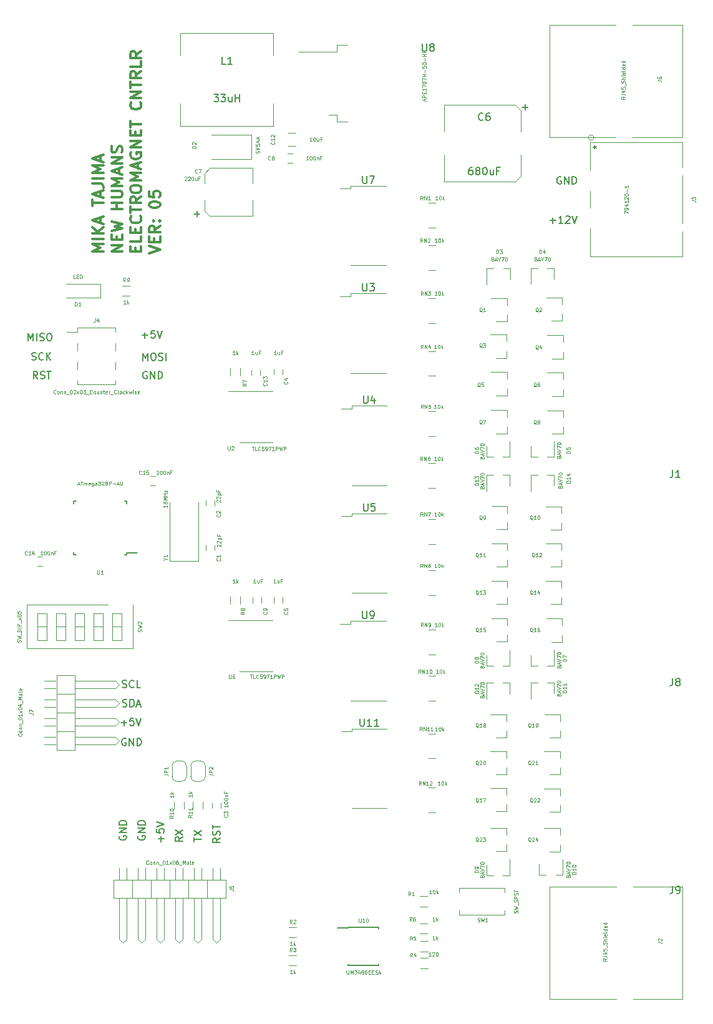
<source format=gbr>
G04 #@! TF.GenerationSoftware,KiCad,Pcbnew,(5.1.8)-1*
G04 #@! TF.CreationDate,2022-01-31T17:06:36-05:00*
G04 #@! TF.ProjectId,ElectromagnetController_V3,456c6563-7472-46f6-9d61-676e6574436f,rev?*
G04 #@! TF.SameCoordinates,Original*
G04 #@! TF.FileFunction,Legend,Top*
G04 #@! TF.FilePolarity,Positive*
%FSLAX46Y46*%
G04 Gerber Fmt 4.6, Leading zero omitted, Abs format (unit mm)*
G04 Created by KiCad (PCBNEW (5.1.8)-1) date 2022-01-31 17:06:36*
%MOMM*%
%LPD*%
G01*
G04 APERTURE LIST*
%ADD10C,0.150000*%
%ADD11C,0.300000*%
%ADD12C,0.120000*%
%ADD13C,0.075000*%
G04 APERTURE END LIST*
D10*
X77986000Y-135635904D02*
X77938380Y-135731142D01*
X77938380Y-135874000D01*
X77986000Y-136016857D01*
X78081238Y-136112095D01*
X78176476Y-136159714D01*
X78366952Y-136207333D01*
X78509809Y-136207333D01*
X78700285Y-136159714D01*
X78795523Y-136112095D01*
X78890761Y-136016857D01*
X78938380Y-135874000D01*
X78938380Y-135778761D01*
X78890761Y-135635904D01*
X78843142Y-135588285D01*
X78509809Y-135588285D01*
X78509809Y-135778761D01*
X78938380Y-135159714D02*
X77938380Y-135159714D01*
X78938380Y-134588285D01*
X77938380Y-134588285D01*
X78938380Y-134112095D02*
X77938380Y-134112095D01*
X77938380Y-133874000D01*
X77986000Y-133731142D01*
X78081238Y-133635904D01*
X78176476Y-133588285D01*
X78366952Y-133540666D01*
X78509809Y-133540666D01*
X78700285Y-133588285D01*
X78795523Y-133635904D01*
X78890761Y-133731142D01*
X78938380Y-133874000D01*
X78938380Y-134112095D01*
X79184595Y-72652000D02*
X79089357Y-72604380D01*
X78946500Y-72604380D01*
X78803642Y-72652000D01*
X78708404Y-72747238D01*
X78660785Y-72842476D01*
X78613166Y-73032952D01*
X78613166Y-73175809D01*
X78660785Y-73366285D01*
X78708404Y-73461523D01*
X78803642Y-73556761D01*
X78946500Y-73604380D01*
X79041738Y-73604380D01*
X79184595Y-73556761D01*
X79232214Y-73509142D01*
X79232214Y-73175809D01*
X79041738Y-73175809D01*
X79660785Y-73604380D02*
X79660785Y-72604380D01*
X80232214Y-73604380D01*
X80232214Y-72604380D01*
X80708404Y-73604380D02*
X80708404Y-72604380D01*
X80946500Y-72604380D01*
X81089357Y-72652000D01*
X81184595Y-72747238D01*
X81232214Y-72842476D01*
X81279833Y-73032952D01*
X81279833Y-73175809D01*
X81232214Y-73366285D01*
X81184595Y-73461523D01*
X81089357Y-73556761D01*
X80946500Y-73604380D01*
X80708404Y-73604380D01*
X78629071Y-71127880D02*
X78629071Y-70127880D01*
X78962404Y-70842166D01*
X79295738Y-70127880D01*
X79295738Y-71127880D01*
X79962404Y-70127880D02*
X80152880Y-70127880D01*
X80248119Y-70175500D01*
X80343357Y-70270738D01*
X80390976Y-70461214D01*
X80390976Y-70794547D01*
X80343357Y-70985023D01*
X80248119Y-71080261D01*
X80152880Y-71127880D01*
X79962404Y-71127880D01*
X79867166Y-71080261D01*
X79771928Y-70985023D01*
X79724309Y-70794547D01*
X79724309Y-70461214D01*
X79771928Y-70270738D01*
X79867166Y-70175500D01*
X79962404Y-70127880D01*
X80771928Y-71080261D02*
X80914785Y-71127880D01*
X81152880Y-71127880D01*
X81248119Y-71080261D01*
X81295738Y-71032642D01*
X81343357Y-70937404D01*
X81343357Y-70842166D01*
X81295738Y-70746928D01*
X81248119Y-70699309D01*
X81152880Y-70651690D01*
X80962404Y-70604071D01*
X80867166Y-70556452D01*
X80819547Y-70508833D01*
X80771928Y-70413595D01*
X80771928Y-70318357D01*
X80819547Y-70223119D01*
X80867166Y-70175500D01*
X80962404Y-70127880D01*
X81200500Y-70127880D01*
X81343357Y-70175500D01*
X81771928Y-71127880D02*
X81771928Y-70127880D01*
X78533785Y-67698928D02*
X79295690Y-67698928D01*
X78914738Y-68079880D02*
X78914738Y-67317976D01*
X80248071Y-67079880D02*
X79771880Y-67079880D01*
X79724261Y-67556071D01*
X79771880Y-67508452D01*
X79867119Y-67460833D01*
X80105214Y-67460833D01*
X80200452Y-67508452D01*
X80248071Y-67556071D01*
X80295690Y-67651309D01*
X80295690Y-67889404D01*
X80248071Y-67984642D01*
X80200452Y-68032261D01*
X80105214Y-68079880D01*
X79867119Y-68079880D01*
X79771880Y-68032261D01*
X79724261Y-67984642D01*
X80581404Y-67079880D02*
X80914738Y-68079880D01*
X81248071Y-67079880D01*
X63071571Y-68460880D02*
X63071571Y-67460880D01*
X63404904Y-68175166D01*
X63738238Y-67460880D01*
X63738238Y-68460880D01*
X64214428Y-68460880D02*
X64214428Y-67460880D01*
X64643000Y-68413261D02*
X64785857Y-68460880D01*
X65023952Y-68460880D01*
X65119190Y-68413261D01*
X65166809Y-68365642D01*
X65214428Y-68270404D01*
X65214428Y-68175166D01*
X65166809Y-68079928D01*
X65119190Y-68032309D01*
X65023952Y-67984690D01*
X64833476Y-67937071D01*
X64738238Y-67889452D01*
X64690619Y-67841833D01*
X64643000Y-67746595D01*
X64643000Y-67651357D01*
X64690619Y-67556119D01*
X64738238Y-67508500D01*
X64833476Y-67460880D01*
X65071571Y-67460880D01*
X65214428Y-67508500D01*
X65833476Y-67460880D02*
X66023952Y-67460880D01*
X66119190Y-67508500D01*
X66214428Y-67603738D01*
X66262047Y-67794214D01*
X66262047Y-68127547D01*
X66214428Y-68318023D01*
X66119190Y-68413261D01*
X66023952Y-68460880D01*
X65833476Y-68460880D01*
X65738238Y-68413261D01*
X65643000Y-68318023D01*
X65595380Y-68127547D01*
X65595380Y-67794214D01*
X65643000Y-67603738D01*
X65738238Y-67508500D01*
X65833476Y-67460880D01*
X64349380Y-73604380D02*
X64016047Y-73128190D01*
X63777952Y-73604380D02*
X63777952Y-72604380D01*
X64158904Y-72604380D01*
X64254142Y-72652000D01*
X64301761Y-72699619D01*
X64349380Y-72794857D01*
X64349380Y-72937714D01*
X64301761Y-73032952D01*
X64254142Y-73080571D01*
X64158904Y-73128190D01*
X63777952Y-73128190D01*
X64730333Y-73556761D02*
X64873190Y-73604380D01*
X65111285Y-73604380D01*
X65206523Y-73556761D01*
X65254142Y-73509142D01*
X65301761Y-73413904D01*
X65301761Y-73318666D01*
X65254142Y-73223428D01*
X65206523Y-73175809D01*
X65111285Y-73128190D01*
X64920809Y-73080571D01*
X64825571Y-73032952D01*
X64777952Y-72985333D01*
X64730333Y-72890095D01*
X64730333Y-72794857D01*
X64777952Y-72699619D01*
X64825571Y-72652000D01*
X64920809Y-72604380D01*
X65158904Y-72604380D01*
X65301761Y-72652000D01*
X65587476Y-72604380D02*
X66158904Y-72604380D01*
X65873190Y-73604380D02*
X65873190Y-72604380D01*
X63547785Y-71016761D02*
X63690642Y-71064380D01*
X63928738Y-71064380D01*
X64023976Y-71016761D01*
X64071595Y-70969142D01*
X64119214Y-70873904D01*
X64119214Y-70778666D01*
X64071595Y-70683428D01*
X64023976Y-70635809D01*
X63928738Y-70588190D01*
X63738261Y-70540571D01*
X63643023Y-70492952D01*
X63595404Y-70445333D01*
X63547785Y-70350095D01*
X63547785Y-70254857D01*
X63595404Y-70159619D01*
X63643023Y-70112000D01*
X63738261Y-70064380D01*
X63976357Y-70064380D01*
X64119214Y-70112000D01*
X65119214Y-70969142D02*
X65071595Y-71016761D01*
X64928738Y-71064380D01*
X64833500Y-71064380D01*
X64690642Y-71016761D01*
X64595404Y-70921523D01*
X64547785Y-70826285D01*
X64500166Y-70635809D01*
X64500166Y-70492952D01*
X64547785Y-70302476D01*
X64595404Y-70207238D01*
X64690642Y-70112000D01*
X64833500Y-70064380D01*
X64928738Y-70064380D01*
X65071595Y-70112000D01*
X65119214Y-70159619D01*
X65547785Y-71064380D02*
X65547785Y-70064380D01*
X66119214Y-71064380D02*
X65690642Y-70492952D01*
X66119214Y-70064380D02*
X65547785Y-70635809D01*
X89098380Y-135929619D02*
X88622190Y-136262952D01*
X89098380Y-136501047D02*
X88098380Y-136501047D01*
X88098380Y-136120095D01*
X88146000Y-136024857D01*
X88193619Y-135977238D01*
X88288857Y-135929619D01*
X88431714Y-135929619D01*
X88526952Y-135977238D01*
X88574571Y-136024857D01*
X88622190Y-136120095D01*
X88622190Y-136501047D01*
X89050761Y-135548666D02*
X89098380Y-135405809D01*
X89098380Y-135167714D01*
X89050761Y-135072476D01*
X89003142Y-135024857D01*
X88907904Y-134977238D01*
X88812666Y-134977238D01*
X88717428Y-135024857D01*
X88669809Y-135072476D01*
X88622190Y-135167714D01*
X88574571Y-135358190D01*
X88526952Y-135453428D01*
X88479333Y-135501047D01*
X88384095Y-135548666D01*
X88288857Y-135548666D01*
X88193619Y-135501047D01*
X88146000Y-135453428D01*
X88098380Y-135358190D01*
X88098380Y-135120095D01*
X88146000Y-134977238D01*
X88098380Y-134691523D02*
X88098380Y-134120095D01*
X89098380Y-134405809D02*
X88098380Y-134405809D01*
X75446000Y-135635904D02*
X75398380Y-135731142D01*
X75398380Y-135874000D01*
X75446000Y-136016857D01*
X75541238Y-136112095D01*
X75636476Y-136159714D01*
X75826952Y-136207333D01*
X75969809Y-136207333D01*
X76160285Y-136159714D01*
X76255523Y-136112095D01*
X76350761Y-136016857D01*
X76398380Y-135874000D01*
X76398380Y-135778761D01*
X76350761Y-135635904D01*
X76303142Y-135588285D01*
X75969809Y-135588285D01*
X75969809Y-135778761D01*
X76398380Y-135159714D02*
X75398380Y-135159714D01*
X76398380Y-134588285D01*
X75398380Y-134588285D01*
X76398380Y-134112095D02*
X75398380Y-134112095D01*
X75398380Y-133874000D01*
X75446000Y-133731142D01*
X75541238Y-133635904D01*
X75636476Y-133588285D01*
X75826952Y-133540666D01*
X75969809Y-133540666D01*
X76160285Y-133588285D01*
X76255523Y-133635904D01*
X76350761Y-133731142D01*
X76398380Y-133874000D01*
X76398380Y-134112095D01*
X81097428Y-136413714D02*
X81097428Y-135651809D01*
X81478380Y-136032761D02*
X80716476Y-136032761D01*
X80478380Y-134699428D02*
X80478380Y-135175619D01*
X80954571Y-135223238D01*
X80906952Y-135175619D01*
X80859333Y-135080380D01*
X80859333Y-134842285D01*
X80906952Y-134747047D01*
X80954571Y-134699428D01*
X81049809Y-134651809D01*
X81287904Y-134651809D01*
X81383142Y-134699428D01*
X81430761Y-134747047D01*
X81478380Y-134842285D01*
X81478380Y-135080380D01*
X81430761Y-135175619D01*
X81383142Y-135223238D01*
X80478380Y-134366095D02*
X81478380Y-134032761D01*
X80478380Y-133699428D01*
X85558380Y-136397904D02*
X85558380Y-135826476D01*
X86558380Y-136112190D02*
X85558380Y-136112190D01*
X85558380Y-135588380D02*
X86558380Y-134921714D01*
X85558380Y-134921714D02*
X86558380Y-135588380D01*
X84018380Y-135802666D02*
X83542190Y-136136000D01*
X84018380Y-136374095D02*
X83018380Y-136374095D01*
X83018380Y-135993142D01*
X83066000Y-135897904D01*
X83113619Y-135850285D01*
X83208857Y-135802666D01*
X83351714Y-135802666D01*
X83446952Y-135850285D01*
X83494571Y-135897904D01*
X83542190Y-135993142D01*
X83542190Y-136374095D01*
X83018380Y-135469333D02*
X84018380Y-134802666D01*
X83018380Y-134802666D02*
X84018380Y-135469333D01*
X76327095Y-122436000D02*
X76231857Y-122388380D01*
X76089000Y-122388380D01*
X75946142Y-122436000D01*
X75850904Y-122531238D01*
X75803285Y-122626476D01*
X75755666Y-122816952D01*
X75755666Y-122959809D01*
X75803285Y-123150285D01*
X75850904Y-123245523D01*
X75946142Y-123340761D01*
X76089000Y-123388380D01*
X76184238Y-123388380D01*
X76327095Y-123340761D01*
X76374714Y-123293142D01*
X76374714Y-122959809D01*
X76184238Y-122959809D01*
X76803285Y-123388380D02*
X76803285Y-122388380D01*
X77374714Y-123388380D01*
X77374714Y-122388380D01*
X77850904Y-123388380D02*
X77850904Y-122388380D01*
X78089000Y-122388380D01*
X78231857Y-122436000D01*
X78327095Y-122531238D01*
X78374714Y-122626476D01*
X78422333Y-122816952D01*
X78422333Y-122959809D01*
X78374714Y-123150285D01*
X78327095Y-123245523D01*
X78231857Y-123340761D01*
X78089000Y-123388380D01*
X77850904Y-123388380D01*
X75676285Y-120276928D02*
X76438190Y-120276928D01*
X76057238Y-120657880D02*
X76057238Y-119895976D01*
X77390571Y-119657880D02*
X76914380Y-119657880D01*
X76866761Y-120134071D01*
X76914380Y-120086452D01*
X77009619Y-120038833D01*
X77247714Y-120038833D01*
X77342952Y-120086452D01*
X77390571Y-120134071D01*
X77438190Y-120229309D01*
X77438190Y-120467404D01*
X77390571Y-120562642D01*
X77342952Y-120610261D01*
X77247714Y-120657880D01*
X77009619Y-120657880D01*
X76914380Y-120610261D01*
X76866761Y-120562642D01*
X77723904Y-119657880D02*
X78057238Y-120657880D01*
X78390571Y-119657880D01*
X75874714Y-118070261D02*
X76017571Y-118117880D01*
X76255666Y-118117880D01*
X76350904Y-118070261D01*
X76398523Y-118022642D01*
X76446142Y-117927404D01*
X76446142Y-117832166D01*
X76398523Y-117736928D01*
X76350904Y-117689309D01*
X76255666Y-117641690D01*
X76065190Y-117594071D01*
X75969952Y-117546452D01*
X75922333Y-117498833D01*
X75874714Y-117403595D01*
X75874714Y-117308357D01*
X75922333Y-117213119D01*
X75969952Y-117165500D01*
X76065190Y-117117880D01*
X76303285Y-117117880D01*
X76446142Y-117165500D01*
X76874714Y-118117880D02*
X76874714Y-117117880D01*
X77112809Y-117117880D01*
X77255666Y-117165500D01*
X77350904Y-117260738D01*
X77398523Y-117355976D01*
X77446142Y-117546452D01*
X77446142Y-117689309D01*
X77398523Y-117879785D01*
X77350904Y-117975023D01*
X77255666Y-118070261D01*
X77112809Y-118117880D01*
X76874714Y-118117880D01*
X77827095Y-117832166D02*
X78303285Y-117832166D01*
X77731857Y-118117880D02*
X78065190Y-117117880D01*
X78398523Y-118117880D01*
X75835023Y-115466761D02*
X75977880Y-115514380D01*
X76215976Y-115514380D01*
X76311214Y-115466761D01*
X76358833Y-115419142D01*
X76406452Y-115323904D01*
X76406452Y-115228666D01*
X76358833Y-115133428D01*
X76311214Y-115085809D01*
X76215976Y-115038190D01*
X76025500Y-114990571D01*
X75930261Y-114942952D01*
X75882642Y-114895333D01*
X75835023Y-114800095D01*
X75835023Y-114704857D01*
X75882642Y-114609619D01*
X75930261Y-114562000D01*
X76025500Y-114514380D01*
X76263595Y-114514380D01*
X76406452Y-114562000D01*
X77406452Y-115419142D02*
X77358833Y-115466761D01*
X77215976Y-115514380D01*
X77120738Y-115514380D01*
X76977880Y-115466761D01*
X76882642Y-115371523D01*
X76835023Y-115276285D01*
X76787404Y-115085809D01*
X76787404Y-114942952D01*
X76835023Y-114752476D01*
X76882642Y-114657238D01*
X76977880Y-114562000D01*
X77120738Y-114514380D01*
X77215976Y-114514380D01*
X77358833Y-114562000D01*
X77406452Y-114609619D01*
X78311214Y-115514380D02*
X77835023Y-115514380D01*
X77835023Y-114514380D01*
X135382095Y-46236000D02*
X135286857Y-46188380D01*
X135144000Y-46188380D01*
X135001142Y-46236000D01*
X134905904Y-46331238D01*
X134858285Y-46426476D01*
X134810666Y-46616952D01*
X134810666Y-46759809D01*
X134858285Y-46950285D01*
X134905904Y-47045523D01*
X135001142Y-47140761D01*
X135144000Y-47188380D01*
X135239238Y-47188380D01*
X135382095Y-47140761D01*
X135429714Y-47093142D01*
X135429714Y-46759809D01*
X135239238Y-46759809D01*
X135858285Y-47188380D02*
X135858285Y-46188380D01*
X136429714Y-47188380D01*
X136429714Y-46188380D01*
X136905904Y-47188380D02*
X136905904Y-46188380D01*
X137144000Y-46188380D01*
X137286857Y-46236000D01*
X137382095Y-46331238D01*
X137429714Y-46426476D01*
X137477333Y-46616952D01*
X137477333Y-46759809D01*
X137429714Y-46950285D01*
X137382095Y-47045523D01*
X137286857Y-47140761D01*
X137144000Y-47188380D01*
X136905904Y-47188380D01*
X133874095Y-52141428D02*
X134636000Y-52141428D01*
X134255047Y-52522380D02*
X134255047Y-51760476D01*
X135636000Y-52522380D02*
X135064571Y-52522380D01*
X135350285Y-52522380D02*
X135350285Y-51522380D01*
X135255047Y-51665238D01*
X135159809Y-51760476D01*
X135064571Y-51808095D01*
X136016952Y-51617619D02*
X136064571Y-51570000D01*
X136159809Y-51522380D01*
X136397904Y-51522380D01*
X136493142Y-51570000D01*
X136540761Y-51617619D01*
X136588380Y-51712857D01*
X136588380Y-51808095D01*
X136540761Y-51950952D01*
X135969333Y-52522380D01*
X136588380Y-52522380D01*
X136874095Y-51522380D02*
X137207428Y-52522380D01*
X137540761Y-51522380D01*
D11*
X73307571Y-56343857D02*
X71807571Y-56343857D01*
X72879000Y-55843857D01*
X71807571Y-55343857D01*
X73307571Y-55343857D01*
X73307571Y-54629571D02*
X71807571Y-54629571D01*
X73307571Y-53915285D02*
X71807571Y-53915285D01*
X73307571Y-53058142D02*
X72450428Y-53701000D01*
X71807571Y-53058142D02*
X72664714Y-53915285D01*
X72879000Y-52486714D02*
X72879000Y-51772428D01*
X73307571Y-52629571D02*
X71807571Y-52129571D01*
X73307571Y-51629571D01*
X71807571Y-50201000D02*
X71807571Y-49343857D01*
X73307571Y-49772428D02*
X71807571Y-49772428D01*
X72879000Y-48915285D02*
X72879000Y-48201000D01*
X73307571Y-49058142D02*
X71807571Y-48558142D01*
X73307571Y-48058142D01*
X71807571Y-47129571D02*
X72879000Y-47129571D01*
X73093285Y-47201000D01*
X73236142Y-47343857D01*
X73307571Y-47558142D01*
X73307571Y-47701000D01*
X73307571Y-46415285D02*
X71807571Y-46415285D01*
X73307571Y-45701000D02*
X71807571Y-45701000D01*
X72879000Y-45201000D01*
X71807571Y-44701000D01*
X73307571Y-44701000D01*
X72879000Y-44058142D02*
X72879000Y-43343857D01*
X73307571Y-44201000D02*
X71807571Y-43701000D01*
X73307571Y-43201000D01*
X75857571Y-56343857D02*
X74357571Y-56343857D01*
X75857571Y-55486714D01*
X74357571Y-55486714D01*
X75071857Y-54772428D02*
X75071857Y-54272428D01*
X75857571Y-54058142D02*
X75857571Y-54772428D01*
X74357571Y-54772428D01*
X74357571Y-54058142D01*
X74357571Y-53558142D02*
X75857571Y-53201000D01*
X74786142Y-52915285D01*
X75857571Y-52629571D01*
X74357571Y-52272428D01*
X75857571Y-50558142D02*
X74357571Y-50558142D01*
X75071857Y-50558142D02*
X75071857Y-49701000D01*
X75857571Y-49701000D02*
X74357571Y-49701000D01*
X74357571Y-48986714D02*
X75571857Y-48986714D01*
X75714714Y-48915285D01*
X75786142Y-48843857D01*
X75857571Y-48701000D01*
X75857571Y-48415285D01*
X75786142Y-48272428D01*
X75714714Y-48201000D01*
X75571857Y-48129571D01*
X74357571Y-48129571D01*
X75857571Y-47415285D02*
X74357571Y-47415285D01*
X75429000Y-46915285D01*
X74357571Y-46415285D01*
X75857571Y-46415285D01*
X75429000Y-45772428D02*
X75429000Y-45058142D01*
X75857571Y-45915285D02*
X74357571Y-45415285D01*
X75857571Y-44915285D01*
X75857571Y-44415285D02*
X74357571Y-44415285D01*
X75857571Y-43558142D01*
X74357571Y-43558142D01*
X75786142Y-42915285D02*
X75857571Y-42701000D01*
X75857571Y-42343857D01*
X75786142Y-42201000D01*
X75714714Y-42129571D01*
X75571857Y-42058142D01*
X75429000Y-42058142D01*
X75286142Y-42129571D01*
X75214714Y-42201000D01*
X75143285Y-42343857D01*
X75071857Y-42629571D01*
X75000428Y-42772428D01*
X74929000Y-42843857D01*
X74786142Y-42915285D01*
X74643285Y-42915285D01*
X74500428Y-42843857D01*
X74429000Y-42772428D01*
X74357571Y-42629571D01*
X74357571Y-42272428D01*
X74429000Y-42058142D01*
X77621857Y-56343857D02*
X77621857Y-55843857D01*
X78407571Y-55629571D02*
X78407571Y-56343857D01*
X76907571Y-56343857D01*
X76907571Y-55629571D01*
X78407571Y-54272428D02*
X78407571Y-54986714D01*
X76907571Y-54986714D01*
X77621857Y-53772428D02*
X77621857Y-53272428D01*
X78407571Y-53058142D02*
X78407571Y-53772428D01*
X76907571Y-53772428D01*
X76907571Y-53058142D01*
X78264714Y-51558142D02*
X78336142Y-51629571D01*
X78407571Y-51843857D01*
X78407571Y-51986714D01*
X78336142Y-52201000D01*
X78193285Y-52343857D01*
X78050428Y-52415285D01*
X77764714Y-52486714D01*
X77550428Y-52486714D01*
X77264714Y-52415285D01*
X77121857Y-52343857D01*
X76979000Y-52201000D01*
X76907571Y-51986714D01*
X76907571Y-51843857D01*
X76979000Y-51629571D01*
X77050428Y-51558142D01*
X76907571Y-51129571D02*
X76907571Y-50272428D01*
X78407571Y-50701000D02*
X76907571Y-50701000D01*
X78407571Y-48915285D02*
X77693285Y-49415285D01*
X78407571Y-49772428D02*
X76907571Y-49772428D01*
X76907571Y-49201000D01*
X76979000Y-49058142D01*
X77050428Y-48986714D01*
X77193285Y-48915285D01*
X77407571Y-48915285D01*
X77550428Y-48986714D01*
X77621857Y-49058142D01*
X77693285Y-49201000D01*
X77693285Y-49772428D01*
X76907571Y-47986714D02*
X76907571Y-47701000D01*
X76979000Y-47558142D01*
X77121857Y-47415285D01*
X77407571Y-47343857D01*
X77907571Y-47343857D01*
X78193285Y-47415285D01*
X78336142Y-47558142D01*
X78407571Y-47701000D01*
X78407571Y-47986714D01*
X78336142Y-48129571D01*
X78193285Y-48272428D01*
X77907571Y-48343857D01*
X77407571Y-48343857D01*
X77121857Y-48272428D01*
X76979000Y-48129571D01*
X76907571Y-47986714D01*
X78407571Y-46701000D02*
X76907571Y-46701000D01*
X77979000Y-46201000D01*
X76907571Y-45701000D01*
X78407571Y-45701000D01*
X77979000Y-45058142D02*
X77979000Y-44343857D01*
X78407571Y-45201000D02*
X76907571Y-44701000D01*
X78407571Y-44201000D01*
X76979000Y-42915285D02*
X76907571Y-43058142D01*
X76907571Y-43272428D01*
X76979000Y-43486714D01*
X77121857Y-43629571D01*
X77264714Y-43701000D01*
X77550428Y-43772428D01*
X77764714Y-43772428D01*
X78050428Y-43701000D01*
X78193285Y-43629571D01*
X78336142Y-43486714D01*
X78407571Y-43272428D01*
X78407571Y-43129571D01*
X78336142Y-42915285D01*
X78264714Y-42843857D01*
X77764714Y-42843857D01*
X77764714Y-43129571D01*
X78407571Y-42201000D02*
X76907571Y-42201000D01*
X78407571Y-41343857D01*
X76907571Y-41343857D01*
X77621857Y-40629571D02*
X77621857Y-40129571D01*
X78407571Y-39915285D02*
X78407571Y-40629571D01*
X76907571Y-40629571D01*
X76907571Y-39915285D01*
X76907571Y-39486714D02*
X76907571Y-38629571D01*
X78407571Y-39058142D02*
X76907571Y-39058142D01*
X78264714Y-36129571D02*
X78336142Y-36201000D01*
X78407571Y-36415285D01*
X78407571Y-36558142D01*
X78336142Y-36772428D01*
X78193285Y-36915285D01*
X78050428Y-36986714D01*
X77764714Y-37058142D01*
X77550428Y-37058142D01*
X77264714Y-36986714D01*
X77121857Y-36915285D01*
X76979000Y-36772428D01*
X76907571Y-36558142D01*
X76907571Y-36415285D01*
X76979000Y-36201000D01*
X77050428Y-36129571D01*
X78407571Y-35486714D02*
X76907571Y-35486714D01*
X78407571Y-34629571D01*
X76907571Y-34629571D01*
X76907571Y-34129571D02*
X76907571Y-33272428D01*
X78407571Y-33701000D02*
X76907571Y-33701000D01*
X78407571Y-31915285D02*
X77693285Y-32415285D01*
X78407571Y-32772428D02*
X76907571Y-32772428D01*
X76907571Y-32201000D01*
X76979000Y-32058142D01*
X77050428Y-31986714D01*
X77193285Y-31915285D01*
X77407571Y-31915285D01*
X77550428Y-31986714D01*
X77621857Y-32058142D01*
X77693285Y-32201000D01*
X77693285Y-32772428D01*
X78407571Y-30558142D02*
X78407571Y-31272428D01*
X76907571Y-31272428D01*
X78407571Y-29201000D02*
X77693285Y-29701000D01*
X78407571Y-30058142D02*
X76907571Y-30058142D01*
X76907571Y-29486714D01*
X76979000Y-29343857D01*
X77050428Y-29272428D01*
X77193285Y-29201000D01*
X77407571Y-29201000D01*
X77550428Y-29272428D01*
X77621857Y-29343857D01*
X77693285Y-29486714D01*
X77693285Y-30058142D01*
X79457571Y-56558142D02*
X80957571Y-56058142D01*
X79457571Y-55558142D01*
X80171857Y-55058142D02*
X80171857Y-54558142D01*
X80957571Y-54343857D02*
X80957571Y-55058142D01*
X79457571Y-55058142D01*
X79457571Y-54343857D01*
X80957571Y-52843857D02*
X80243285Y-53343857D01*
X80957571Y-53701000D02*
X79457571Y-53701000D01*
X79457571Y-53129571D01*
X79529000Y-52986714D01*
X79600428Y-52915285D01*
X79743285Y-52843857D01*
X79957571Y-52843857D01*
X80100428Y-52915285D01*
X80171857Y-52986714D01*
X80243285Y-53129571D01*
X80243285Y-53701000D01*
X80814714Y-52201000D02*
X80886142Y-52129571D01*
X80957571Y-52201000D01*
X80886142Y-52272428D01*
X80814714Y-52201000D01*
X80957571Y-52201000D01*
X80029000Y-52201000D02*
X80100428Y-52129571D01*
X80171857Y-52201000D01*
X80100428Y-52272428D01*
X80029000Y-52201000D01*
X80171857Y-52201000D01*
X79457571Y-50058142D02*
X79457571Y-49915285D01*
X79529000Y-49772428D01*
X79600428Y-49701000D01*
X79743285Y-49629571D01*
X80029000Y-49558142D01*
X80386142Y-49558142D01*
X80671857Y-49629571D01*
X80814714Y-49701000D01*
X80886142Y-49772428D01*
X80957571Y-49915285D01*
X80957571Y-50058142D01*
X80886142Y-50201000D01*
X80814714Y-50272428D01*
X80671857Y-50343857D01*
X80386142Y-50415285D01*
X80029000Y-50415285D01*
X79743285Y-50343857D01*
X79600428Y-50272428D01*
X79529000Y-50201000D01*
X79457571Y-50058142D01*
X79457571Y-48201000D02*
X79457571Y-48915285D01*
X80171857Y-48986714D01*
X80100428Y-48915285D01*
X80029000Y-48772428D01*
X80029000Y-48415285D01*
X80100428Y-48272428D01*
X80171857Y-48201000D01*
X80314714Y-48129571D01*
X80671857Y-48129571D01*
X80814714Y-48201000D01*
X80886142Y-48272428D01*
X80957571Y-48415285D01*
X80957571Y-48772428D01*
X80886142Y-48915285D01*
X80814714Y-48986714D01*
D12*
G04 #@! TO.C,D2*
X93316000Y-43814000D02*
X93316000Y-40514000D01*
X93316000Y-40514000D02*
X87916000Y-40514000D01*
X93316000Y-43814000D02*
X87916000Y-43814000D01*
G04 #@! TO.C,Q24*
X135253000Y-137767000D02*
X135253000Y-136837000D01*
X135253000Y-134607000D02*
X135253000Y-135537000D01*
X135253000Y-134607000D02*
X133093000Y-134607000D01*
X135253000Y-137767000D02*
X133793000Y-137767000D01*
G04 #@! TO.C,Q23*
X127984000Y-137724000D02*
X127984000Y-136794000D01*
X127984000Y-134564000D02*
X127984000Y-135494000D01*
X127984000Y-134564000D02*
X125824000Y-134564000D01*
X127984000Y-137724000D02*
X126524000Y-137724000D01*
G04 #@! TO.C,Q22*
X135253000Y-132390000D02*
X135253000Y-131460000D01*
X135253000Y-129230000D02*
X135253000Y-130160000D01*
X135253000Y-129230000D02*
X133093000Y-129230000D01*
X135253000Y-132390000D02*
X133793000Y-132390000D01*
G04 #@! TO.C,Q21*
X135253000Y-127310000D02*
X135253000Y-126380000D01*
X135253000Y-124150000D02*
X135253000Y-125080000D01*
X135253000Y-124150000D02*
X133093000Y-124150000D01*
X135253000Y-127310000D02*
X133793000Y-127310000D01*
G04 #@! TO.C,Q20*
X127984000Y-127310000D02*
X127984000Y-126380000D01*
X127984000Y-124150000D02*
X127984000Y-125080000D01*
X127984000Y-124150000D02*
X125824000Y-124150000D01*
X127984000Y-127310000D02*
X126524000Y-127310000D01*
G04 #@! TO.C,Q19*
X135283000Y-122314000D02*
X135283000Y-121384000D01*
X135283000Y-119154000D02*
X135283000Y-120084000D01*
X135283000Y-119154000D02*
X133123000Y-119154000D01*
X135283000Y-122314000D02*
X133823000Y-122314000D01*
G04 #@! TO.C,Q18*
X127984000Y-122314000D02*
X127984000Y-121384000D01*
X127984000Y-119154000D02*
X127984000Y-120084000D01*
X127984000Y-119154000D02*
X125824000Y-119154000D01*
X127984000Y-122314000D02*
X126524000Y-122314000D01*
G04 #@! TO.C,Q17*
X127984000Y-132326500D02*
X127984000Y-131396500D01*
X127984000Y-129166500D02*
X127984000Y-130096500D01*
X127984000Y-129166500D02*
X125824000Y-129166500D01*
X127984000Y-132326500D02*
X126524000Y-132326500D01*
G04 #@! TO.C,Q16*
X135537000Y-109319000D02*
X135537000Y-108389000D01*
X135537000Y-106159000D02*
X135537000Y-107089000D01*
X135537000Y-106159000D02*
X133377000Y-106159000D01*
X135537000Y-109319000D02*
X134077000Y-109319000D01*
G04 #@! TO.C,Q15*
X128111000Y-109276000D02*
X128111000Y-108346000D01*
X128111000Y-106116000D02*
X128111000Y-107046000D01*
X128111000Y-106116000D02*
X125951000Y-106116000D01*
X128111000Y-109276000D02*
X126651000Y-109276000D01*
G04 #@! TO.C,Q14*
X135473500Y-104216500D02*
X135473500Y-103286500D01*
X135473500Y-101056500D02*
X135473500Y-101986500D01*
X135473500Y-101056500D02*
X133313500Y-101056500D01*
X135473500Y-104216500D02*
X134013500Y-104216500D01*
G04 #@! TO.C,Q13*
X128107500Y-104216500D02*
X128107500Y-103286500D01*
X128107500Y-101056500D02*
X128107500Y-101986500D01*
X128107500Y-101056500D02*
X125947500Y-101056500D01*
X128107500Y-104216500D02*
X126647500Y-104216500D01*
G04 #@! TO.C,Q12*
X135473500Y-99136500D02*
X135473500Y-98206500D01*
X135473500Y-95976500D02*
X135473500Y-96906500D01*
X135473500Y-95976500D02*
X133313500Y-95976500D01*
X135473500Y-99136500D02*
X134013500Y-99136500D01*
G04 #@! TO.C,Q11*
X128107500Y-99116000D02*
X128107500Y-98186000D01*
X128107500Y-95956000D02*
X128107500Y-96886000D01*
X128107500Y-95956000D02*
X125947500Y-95956000D01*
X128107500Y-99116000D02*
X126647500Y-99116000D01*
G04 #@! TO.C,Q10*
X135473500Y-94099500D02*
X135473500Y-93169500D01*
X135473500Y-90939500D02*
X135473500Y-91869500D01*
X135473500Y-90939500D02*
X133313500Y-90939500D01*
X135473500Y-94099500D02*
X134013500Y-94099500D01*
G04 #@! TO.C,Q9*
X128111000Y-94036000D02*
X128111000Y-93106000D01*
X128111000Y-90876000D02*
X128111000Y-91806000D01*
X128111000Y-90876000D02*
X125951000Y-90876000D01*
X128111000Y-94036000D02*
X126651000Y-94036000D01*
G04 #@! TO.C,Q8*
X135664000Y-81082000D02*
X135664000Y-80152000D01*
X135664000Y-77922000D02*
X135664000Y-78852000D01*
X135664000Y-77922000D02*
X133504000Y-77922000D01*
X135664000Y-81082000D02*
X134204000Y-81082000D01*
G04 #@! TO.C,Q7*
X128044000Y-81039000D02*
X128044000Y-80109000D01*
X128044000Y-77879000D02*
X128044000Y-78809000D01*
X128044000Y-77879000D02*
X125884000Y-77879000D01*
X128044000Y-81039000D02*
X126584000Y-81039000D01*
G04 #@! TO.C,Q6*
X135664000Y-75959000D02*
X135664000Y-75029000D01*
X135664000Y-72799000D02*
X135664000Y-73729000D01*
X135664000Y-72799000D02*
X133504000Y-72799000D01*
X135664000Y-75959000D02*
X134204000Y-75959000D01*
G04 #@! TO.C,Q5*
X128044000Y-75875000D02*
X128044000Y-74945000D01*
X128044000Y-72715000D02*
X128044000Y-73645000D01*
X128044000Y-72715000D02*
X125884000Y-72715000D01*
X128044000Y-75875000D02*
X126584000Y-75875000D01*
G04 #@! TO.C,Q4*
X135664000Y-70879000D02*
X135664000Y-69949000D01*
X135664000Y-67719000D02*
X135664000Y-68649000D01*
X135664000Y-67719000D02*
X133504000Y-67719000D01*
X135664000Y-70879000D02*
X134204000Y-70879000D01*
G04 #@! TO.C,Q3*
X127984000Y-70795000D02*
X127984000Y-69865000D01*
X127984000Y-67635000D02*
X127984000Y-68565000D01*
X127984000Y-67635000D02*
X125824000Y-67635000D01*
X127984000Y-70795000D02*
X126524000Y-70795000D01*
G04 #@! TO.C,Q2*
X135537000Y-65758000D02*
X135537000Y-64828000D01*
X135537000Y-62598000D02*
X135537000Y-63528000D01*
X135537000Y-62598000D02*
X133377000Y-62598000D01*
X135537000Y-65758000D02*
X134077000Y-65758000D01*
G04 #@! TO.C,Q1*
X128030000Y-65842000D02*
X128030000Y-64912000D01*
X128030000Y-62682000D02*
X128030000Y-63612000D01*
X128030000Y-62682000D02*
X125870000Y-62682000D01*
X128030000Y-65842000D02*
X126570000Y-65842000D01*
G04 #@! TO.C,C6*
X129924000Y-46106000D02*
X129924000Y-43216000D01*
X129924000Y-37206000D02*
X129924000Y-40096000D01*
X119504000Y-36446000D02*
X119504000Y-40096000D01*
X119504000Y-46866000D02*
X119504000Y-43216000D01*
X119504000Y-36446000D02*
X129164000Y-36446000D01*
X129164000Y-36446000D02*
X129924000Y-37206000D01*
X129924000Y-46106000D02*
X129164000Y-46866000D01*
X129164000Y-46866000D02*
X119504000Y-46866000D01*
G04 #@! TO.C,U8*
X104927000Y-37778000D02*
X103827000Y-37778000D01*
X104927000Y-38728000D02*
X104927000Y-37778000D01*
X106427000Y-38728000D02*
X104927000Y-38728000D01*
X104927000Y-29278000D02*
X99802000Y-29278000D01*
X104927000Y-28328000D02*
X104927000Y-29278000D01*
X106427000Y-28328000D02*
X104927000Y-28328000D01*
G04 #@! TO.C,L1*
X83746000Y-39320000D02*
X83746000Y-36320000D01*
X96346000Y-39320000D02*
X83746000Y-39320000D01*
X96346000Y-36320000D02*
X96346000Y-39320000D01*
X96346000Y-26720000D02*
X96346000Y-29720000D01*
X83746000Y-26720000D02*
X96346000Y-26720000D01*
X83746000Y-29720000D02*
X83746000Y-26720000D01*
G04 #@! TO.C,C8*
X98968000Y-44288000D02*
X98268000Y-44288000D01*
X98268000Y-43088000D02*
X98968000Y-43088000D01*
G04 #@! TO.C,C7*
X87724000Y-44960000D02*
X93564000Y-44960000D01*
X86964000Y-45720000D02*
X87724000Y-44960000D01*
X87724000Y-51560000D02*
X86964000Y-50800000D01*
X93564000Y-51560000D02*
X87724000Y-51560000D01*
X86964000Y-45720000D02*
X86964000Y-47140000D01*
X93564000Y-44960000D02*
X93564000Y-47140000D01*
X93564000Y-51560000D02*
X93564000Y-49380000D01*
X86964000Y-50800000D02*
X86964000Y-49380000D01*
G04 #@! TO.C,D14*
X134406800Y-86657400D02*
X134406800Y-88117400D01*
X131246800Y-86657400D02*
X131246800Y-88817400D01*
X131246800Y-86657400D02*
X132176800Y-86657400D01*
X134406800Y-86657400D02*
X133476800Y-86657400D01*
G04 #@! TO.C,D13*
X128427600Y-86682800D02*
X128427600Y-88142800D01*
X125267600Y-86682800D02*
X125267600Y-88842800D01*
X125267600Y-86682800D02*
X126197600Y-86682800D01*
X128427600Y-86682800D02*
X127497600Y-86682800D01*
G04 #@! TO.C,D12*
X128427600Y-114886200D02*
X128427600Y-116346200D01*
X125267600Y-114886200D02*
X125267600Y-117046200D01*
X125267600Y-114886200D02*
X126197600Y-114886200D01*
X128427600Y-114886200D02*
X127497600Y-114886200D01*
G04 #@! TO.C,D11*
X134406800Y-114870200D02*
X134406800Y-116330200D01*
X131246800Y-114870200D02*
X131246800Y-117030200D01*
X131246800Y-114870200D02*
X132176800Y-114870200D01*
X134406800Y-114870200D02*
X133476800Y-114870200D01*
G04 #@! TO.C,D10*
X132415200Y-140952000D02*
X132415200Y-139492000D01*
X135575200Y-140952000D02*
X135575200Y-138792000D01*
X135575200Y-140952000D02*
X134645200Y-140952000D01*
X132415200Y-140952000D02*
X133345200Y-140952000D01*
G04 #@! TO.C,D9*
X125267600Y-141002800D02*
X125267600Y-139542800D01*
X128427600Y-141002800D02*
X128427600Y-138842800D01*
X128427600Y-141002800D02*
X127497600Y-141002800D01*
X125267600Y-141002800D02*
X126197600Y-141002800D01*
G04 #@! TO.C,D8*
X125267600Y-112580200D02*
X125267600Y-111120200D01*
X128427600Y-112580200D02*
X128427600Y-110420200D01*
X128427600Y-112580200D02*
X127497600Y-112580200D01*
X125267600Y-112580200D02*
X126197600Y-112580200D01*
G04 #@! TO.C,D7*
X131246800Y-112554800D02*
X131246800Y-111094800D01*
X134406800Y-112554800D02*
X134406800Y-110394800D01*
X134406800Y-112554800D02*
X133476800Y-112554800D01*
X131246800Y-112554800D02*
X132176800Y-112554800D01*
G04 #@! TO.C,D6*
X125267600Y-84208400D02*
X125267600Y-82748400D01*
X128427600Y-84208400D02*
X128427600Y-82048400D01*
X128427600Y-84208400D02*
X127497600Y-84208400D01*
X125267600Y-84208400D02*
X126197600Y-84208400D01*
G04 #@! TO.C,D5*
X131246800Y-84208400D02*
X131246800Y-82748400D01*
X134406800Y-84208400D02*
X134406800Y-82048400D01*
X134406800Y-84208400D02*
X133476800Y-84208400D01*
X131246800Y-84208400D02*
X132176800Y-84208400D01*
G04 #@! TO.C,D4*
X134406800Y-58590400D02*
X134406800Y-60050400D01*
X131246800Y-58590400D02*
X131246800Y-60750400D01*
X131246800Y-58590400D02*
X132176800Y-58590400D01*
X134406800Y-58590400D02*
X133476800Y-58590400D01*
G04 #@! TO.C,D3*
X128453000Y-58650600D02*
X128453000Y-60110600D01*
X125293000Y-58650600D02*
X125293000Y-60810600D01*
X125293000Y-58650600D02*
X126223000Y-58650600D01*
X128453000Y-58650600D02*
X127523000Y-58650600D01*
G04 #@! TO.C,C15*
X79649800Y-86852200D02*
X80349800Y-86852200D01*
X80349800Y-88052200D02*
X79649800Y-88052200D01*
G04 #@! TO.C,C14*
X64982800Y-98974200D02*
X64282800Y-98974200D01*
X64282800Y-97774200D02*
X64982800Y-97774200D01*
G04 #@! TO.C,RN11*
X118367000Y-121764000D02*
X117367000Y-121764000D01*
X118367000Y-125124000D02*
X117367000Y-125124000D01*
G04 #@! TO.C,RN12*
X118367000Y-129060000D02*
X117367000Y-129060000D01*
X118367000Y-132420000D02*
X117367000Y-132420000D01*
G04 #@! TO.C,U11*
X106947000Y-131892000D02*
X111747000Y-131892000D01*
X106947000Y-121092000D02*
X111747000Y-121092000D01*
X106947000Y-121492000D02*
X105547000Y-121492000D01*
X106947000Y-121092000D02*
X106947000Y-121492000D01*
G04 #@! TO.C,U9*
X106820000Y-117287000D02*
X111620000Y-117287000D01*
X106820000Y-106487000D02*
X111620000Y-106487000D01*
X106820000Y-106887000D02*
X105420000Y-106887000D01*
X106820000Y-106487000D02*
X106820000Y-106887000D01*
G04 #@! TO.C,U7*
X106820000Y-58232000D02*
X111620000Y-58232000D01*
X106820000Y-47432000D02*
X111620000Y-47432000D01*
X106820000Y-47832000D02*
X105420000Y-47832000D01*
X106820000Y-47432000D02*
X106820000Y-47832000D01*
G04 #@! TO.C,U5*
X106947000Y-102682000D02*
X111747000Y-102682000D01*
X106947000Y-91882000D02*
X111747000Y-91882000D01*
X106947000Y-92282000D02*
X105547000Y-92282000D01*
X106947000Y-91882000D02*
X106947000Y-92282000D01*
G04 #@! TO.C,U4*
X106947000Y-88077000D02*
X111747000Y-88077000D01*
X106947000Y-77277000D02*
X111747000Y-77277000D01*
X106947000Y-77677000D02*
X105547000Y-77677000D01*
X106947000Y-77277000D02*
X106947000Y-77677000D01*
G04 #@! TO.C,U3*
X106820000Y-72837000D02*
X111620000Y-72837000D01*
X106820000Y-62037000D02*
X111620000Y-62037000D01*
X106820000Y-62437000D02*
X105420000Y-62437000D01*
X106820000Y-62037000D02*
X106820000Y-62437000D01*
G04 #@! TO.C,J2*
X145178000Y-157792500D02*
X151888000Y-157792500D01*
X145188000Y-142562500D02*
X151888000Y-142552500D01*
X133858000Y-157792500D02*
X142858000Y-157792500D01*
X133858000Y-142552500D02*
X133858000Y-157792500D01*
X133858000Y-142552500D02*
X142848000Y-142562500D01*
X151888000Y-157792500D02*
X151888000Y-142552500D01*
G04 #@! TO.C,J5*
X89916000Y-141584000D02*
X89916000Y-144084000D01*
X89916000Y-144084000D02*
X74676000Y-144084000D01*
X74676000Y-144084000D02*
X74676000Y-141584000D01*
X74676000Y-141584000D02*
X89916000Y-141584000D01*
X87376000Y-141584000D02*
X87376000Y-144084000D01*
X84836000Y-141584000D02*
X84836000Y-144084000D01*
X82296000Y-141584000D02*
X82296000Y-144084000D01*
X79756000Y-141584000D02*
X79756000Y-144084000D01*
X77216000Y-141584000D02*
X77216000Y-144084000D01*
X89154000Y-144084000D02*
X89154000Y-149606000D01*
X88138000Y-149606000D02*
X88138000Y-144084000D01*
X89154000Y-149606000D02*
X88646000Y-150114000D01*
X88646000Y-150114000D02*
X88138000Y-149606000D01*
X86614000Y-144084000D02*
X86614000Y-149606000D01*
X86106000Y-150114000D02*
X85598000Y-149606000D01*
X85598000Y-149606000D02*
X85598000Y-144084000D01*
X86614000Y-149606000D02*
X86106000Y-150114000D01*
X84074000Y-144084000D02*
X84074000Y-149606000D01*
X83566000Y-150114000D02*
X83058000Y-149606000D01*
X83058000Y-149606000D02*
X83058000Y-144084000D01*
X84074000Y-149606000D02*
X83566000Y-150114000D01*
X81534000Y-144084000D02*
X81534000Y-149606000D01*
X81026000Y-150114000D02*
X80518000Y-149606000D01*
X80518000Y-149606000D02*
X80518000Y-144084000D01*
X81534000Y-149606000D02*
X81026000Y-150114000D01*
X78994000Y-144084000D02*
X78994000Y-149606000D01*
X78486000Y-150114000D02*
X77978000Y-149606000D01*
X77978000Y-149606000D02*
X77978000Y-144084000D01*
X78994000Y-149606000D02*
X78486000Y-150114000D01*
X76454000Y-144084000D02*
X76454000Y-149606000D01*
X75946000Y-150114000D02*
X75438000Y-149606000D01*
X75438000Y-149606000D02*
X75438000Y-144084000D01*
X76454000Y-149606000D02*
X75946000Y-150114000D01*
X89154000Y-141478000D02*
X89154000Y-139954000D01*
X88138000Y-141478000D02*
X88138000Y-139954000D01*
X86614000Y-141478000D02*
X86614000Y-139954000D01*
X85598000Y-141478000D02*
X85598000Y-139954000D01*
X84074000Y-141478000D02*
X84074000Y-139954000D01*
X83058000Y-141478000D02*
X83058000Y-139954000D01*
X81534000Y-141478000D02*
X81534000Y-139954000D01*
X80518000Y-141478000D02*
X80518000Y-139954000D01*
X78994000Y-141478000D02*
X78994000Y-139954000D01*
X77978000Y-141478000D02*
X77978000Y-139954000D01*
X76454000Y-141478000D02*
X76454000Y-139954000D01*
X75438000Y-141478000D02*
X75438000Y-139954000D01*
G04 #@! TO.C,R11*
X85426000Y-131988000D02*
X85426000Y-130988000D01*
X86786000Y-130988000D02*
X86786000Y-131988000D01*
G04 #@! TO.C,R10*
X82886000Y-131988000D02*
X82886000Y-130988000D01*
X84246000Y-130988000D02*
X84246000Y-131988000D01*
G04 #@! TO.C,JP2*
X85806000Y-128258000D02*
G75*
G02*
X85106000Y-127558000I0J700000D01*
G01*
X87106000Y-127558000D02*
G75*
G02*
X86406000Y-128258000I-700000J0D01*
G01*
X86406000Y-125458000D02*
G75*
G02*
X87106000Y-126158000I0J-700000D01*
G01*
X85106000Y-126158000D02*
G75*
G02*
X85806000Y-125458000I700000J0D01*
G01*
X86406000Y-128258000D02*
X85806000Y-128258000D01*
X87106000Y-126158000D02*
X87106000Y-127558000D01*
X85806000Y-125458000D02*
X86406000Y-125458000D01*
X85106000Y-127558000D02*
X85106000Y-126158000D01*
G04 #@! TO.C,JP1*
X83266000Y-128258000D02*
G75*
G02*
X82566000Y-127558000I0J700000D01*
G01*
X84566000Y-127558000D02*
G75*
G02*
X83866000Y-128258000I-700000J0D01*
G01*
X83866000Y-125458000D02*
G75*
G02*
X84566000Y-126158000I0J-700000D01*
G01*
X82566000Y-126158000D02*
G75*
G02*
X83266000Y-125458000I700000J0D01*
G01*
X83866000Y-128258000D02*
X83266000Y-128258000D01*
X84566000Y-126158000D02*
X84566000Y-127558000D01*
X83266000Y-125458000D02*
X83866000Y-125458000D01*
X82566000Y-127558000D02*
X82566000Y-126158000D01*
G04 #@! TO.C,J7*
X66908000Y-113792000D02*
X69408000Y-113792000D01*
X69408000Y-113792000D02*
X69408000Y-123952000D01*
X69408000Y-123952000D02*
X66908000Y-123952000D01*
X66908000Y-123952000D02*
X66908000Y-113792000D01*
X66908000Y-116332000D02*
X69408000Y-116332000D01*
X66908000Y-118872000D02*
X69408000Y-118872000D01*
X66908000Y-121412000D02*
X69408000Y-121412000D01*
X65278000Y-114554000D02*
X66802000Y-114554000D01*
X65278000Y-115570000D02*
X66802000Y-115570000D01*
X65278000Y-117094000D02*
X66802000Y-117094000D01*
X65278000Y-118110000D02*
X66802000Y-118110000D01*
X65278000Y-119634000D02*
X66802000Y-119634000D01*
X65278000Y-120650000D02*
X66802000Y-120650000D01*
X65278000Y-122174000D02*
X66802000Y-122174000D01*
X65278000Y-123190000D02*
X66802000Y-123190000D01*
X69408000Y-114554000D02*
X74930000Y-114554000D01*
X74930000Y-114554000D02*
X75438000Y-115062000D01*
X75438000Y-115062000D02*
X74930000Y-115570000D01*
X74930000Y-115570000D02*
X69408000Y-115570000D01*
X69408000Y-117094000D02*
X74930000Y-117094000D01*
X75438000Y-117602000D02*
X74930000Y-118110000D01*
X74930000Y-118110000D02*
X69408000Y-118110000D01*
X74930000Y-117094000D02*
X75438000Y-117602000D01*
X69408000Y-119634000D02*
X74930000Y-119634000D01*
X75438000Y-120142000D02*
X74930000Y-120650000D01*
X74930000Y-120650000D02*
X69408000Y-120650000D01*
X74930000Y-119634000D02*
X75438000Y-120142000D01*
X69408000Y-122174000D02*
X74930000Y-122174000D01*
X75438000Y-122682000D02*
X74930000Y-123190000D01*
X74930000Y-123190000D02*
X69408000Y-123190000D01*
X74930000Y-122174000D02*
X75438000Y-122682000D01*
G04 #@! TO.C,RN10*
X118367000Y-113953500D02*
X117367000Y-113953500D01*
X118367000Y-117313500D02*
X117367000Y-117313500D01*
G04 #@! TO.C,RN9*
X118367000Y-107684604D02*
X117367000Y-107684604D01*
X118367000Y-111044604D02*
X117367000Y-111044604D01*
G04 #@! TO.C,RN8*
X118367000Y-99621500D02*
X117367000Y-99621500D01*
X118367000Y-102981500D02*
X117367000Y-102981500D01*
G04 #@! TO.C,RN7*
X118367000Y-92674500D02*
X117367000Y-92674500D01*
X118367000Y-96034500D02*
X117367000Y-96034500D01*
G04 #@! TO.C,RN6*
X118367000Y-85067940D02*
X117367000Y-85067940D01*
X118367000Y-88427940D02*
X117367000Y-88427940D01*
G04 #@! TO.C,RN5*
X118367000Y-78031500D02*
X117367000Y-78031500D01*
X118367000Y-81391500D02*
X117367000Y-81391500D01*
G04 #@! TO.C,RN4*
X118367000Y-69865500D02*
X117367000Y-69865500D01*
X118367000Y-73225500D02*
X117367000Y-73225500D01*
G04 #@! TO.C,RN3*
X118367000Y-62702500D02*
X117367000Y-62702500D01*
X118367000Y-66062500D02*
X117367000Y-66062500D01*
G04 #@! TO.C,RN2*
X118367000Y-55514500D02*
X117367000Y-55514500D01*
X118367000Y-58874500D02*
X117367000Y-58874500D01*
G04 #@! TO.C,RN1*
X118367000Y-49748500D02*
X117367000Y-49748500D01*
X118367000Y-53108500D02*
X117367000Y-53108500D01*
G04 #@! TO.C,C13*
X93380000Y-73123500D02*
X93380000Y-72423500D01*
X94580000Y-72423500D02*
X94580000Y-73123500D01*
G04 #@! TO.C,C9*
X93507000Y-103979500D02*
X93507000Y-103279500D01*
X94707000Y-103279500D02*
X94707000Y-103979500D01*
G04 #@! TO.C,J4*
X74926500Y-71308500D02*
X74926500Y-72328500D01*
X69726500Y-71308500D02*
X69726500Y-72328500D01*
X74926500Y-68768500D02*
X74926500Y-69788500D01*
X69726500Y-68768500D02*
X69726500Y-69788500D01*
X74926500Y-73848500D02*
X74926500Y-74418500D01*
X69726500Y-73848500D02*
X69726500Y-74418500D01*
X74926500Y-66678500D02*
X74926500Y-67248500D01*
X69726500Y-66678500D02*
X69726500Y-67248500D01*
X68286500Y-67248500D02*
X69726500Y-67248500D01*
X69726500Y-74418500D02*
X74926500Y-74418500D01*
X69726500Y-66678500D02*
X74926500Y-66678500D01*
G04 #@! TO.C,SW2*
X65595500Y-107251500D02*
X64325500Y-107251500D01*
X65595500Y-109061500D02*
X65595500Y-105441500D01*
X64325500Y-109061500D02*
X65595500Y-109061500D01*
X64325500Y-105441500D02*
X64325500Y-109061500D01*
X65595500Y-105441500D02*
X64325500Y-105441500D01*
X68135500Y-107251500D02*
X66865500Y-107251500D01*
X68135500Y-109061500D02*
X68135500Y-105441500D01*
X66865500Y-109061500D02*
X68135500Y-109061500D01*
X66865500Y-105441500D02*
X66865500Y-109061500D01*
X68135500Y-105441500D02*
X66865500Y-105441500D01*
X70675500Y-107251500D02*
X69405500Y-107251500D01*
X70675500Y-109061500D02*
X70675500Y-105441500D01*
X69405500Y-109061500D02*
X70675500Y-109061500D01*
X69405500Y-105441500D02*
X69405500Y-109061500D01*
X70675500Y-105441500D02*
X69405500Y-105441500D01*
X73215500Y-107251500D02*
X71945500Y-107251500D01*
X73215500Y-109061500D02*
X73215500Y-105441500D01*
X71945500Y-109061500D02*
X73215500Y-109061500D01*
X71945500Y-105441500D02*
X71945500Y-109061500D01*
X73215500Y-105441500D02*
X71945500Y-105441500D01*
X75755500Y-107251500D02*
X74485500Y-107251500D01*
X75755500Y-109061500D02*
X75755500Y-105441500D01*
X74485500Y-109061500D02*
X75755500Y-109061500D01*
X74485500Y-105441500D02*
X74485500Y-109061500D01*
X75755500Y-105441500D02*
X74485500Y-105441500D01*
X62850500Y-104286500D02*
X73850500Y-104286500D01*
X62850500Y-110216500D02*
X62850500Y-104286500D01*
X77230500Y-110216500D02*
X62850500Y-110216500D01*
X77230500Y-104286500D02*
X77230500Y-110216500D01*
G04 #@! TO.C,R9*
X75870000Y-60978500D02*
X76870000Y-60978500D01*
X76870000Y-62338500D02*
X75870000Y-62338500D01*
G04 #@! TO.C,D1*
X72886500Y-62608500D02*
X68186500Y-62608500D01*
X72886500Y-60708500D02*
X68186500Y-60708500D01*
X72886500Y-62608500D02*
X72886500Y-60708500D01*
D10*
G04 #@! TO.C,U1*
X76455000Y-97272000D02*
X77880000Y-97272000D01*
X69205000Y-97497000D02*
X69530000Y-97497000D01*
X69205000Y-90247000D02*
X69530000Y-90247000D01*
X76455000Y-90247000D02*
X76130000Y-90247000D01*
X76455000Y-97497000D02*
X76130000Y-97497000D01*
X76455000Y-90247000D02*
X76455000Y-90572000D01*
X69205000Y-90247000D02*
X69205000Y-90572000D01*
X69205000Y-97497000D02*
X69205000Y-97172000D01*
X76455000Y-97497000D02*
X76455000Y-97272000D01*
D12*
G04 #@! TO.C,C12*
X99326000Y-40298000D02*
X98326000Y-40298000D01*
X98326000Y-41998000D02*
X99326000Y-41998000D01*
G04 #@! TO.C,J3*
X139319000Y-41529000D02*
X139319000Y-45354987D01*
X139319000Y-57023000D02*
X151866600Y-57023000D01*
X151866600Y-57023000D02*
X151866600Y-53636401D01*
X151866600Y-41529000D02*
X139319000Y-41529000D01*
X139319000Y-48117013D02*
X139319000Y-50434987D01*
X139319000Y-53197013D02*
X139319000Y-57023000D01*
X151866600Y-44915599D02*
X151866600Y-41529000D01*
X151866600Y-52535599D02*
X151866600Y-46016401D01*
X139827000Y-40894000D02*
G75*
G03*
X139827000Y-40894000I-381000J0D01*
G01*
G04 #@! TO.C,U6*
X90260000Y-106405000D02*
X96240000Y-106405000D01*
X91780000Y-113305000D02*
X96240000Y-113305000D01*
G04 #@! TO.C,U2*
X90260000Y-75350000D02*
X96240000Y-75350000D01*
X91780000Y-82250000D02*
X96240000Y-82250000D01*
G04 #@! TO.C,SW1*
X121520000Y-146376000D02*
X127720000Y-146376000D01*
X127720000Y-142676000D02*
X121520000Y-142676000D01*
X121520000Y-142676000D02*
X121520000Y-143326000D01*
X121520000Y-145726000D02*
X121520000Y-146376000D01*
X127720000Y-146376000D02*
X127720000Y-145726000D01*
X127720000Y-142676000D02*
X127720000Y-143326000D01*
G04 #@! TO.C,R8*
X91802500Y-103195500D02*
X91802500Y-104195500D01*
X90442500Y-104195500D02*
X90442500Y-103195500D01*
G04 #@! TO.C,R7*
X91802500Y-72164500D02*
X91802500Y-73164500D01*
X90442500Y-73164500D02*
X90442500Y-72164500D01*
G04 #@! TO.C,R6*
X116256000Y-147529000D02*
X117256000Y-147529000D01*
X117256000Y-148889000D02*
X116256000Y-148889000D01*
G04 #@! TO.C,R5*
X116297000Y-149942000D02*
X117297000Y-149942000D01*
X117297000Y-151302000D02*
X116297000Y-151302000D01*
G04 #@! TO.C,R4*
X117297000Y-153588000D02*
X116297000Y-153588000D01*
X116297000Y-152228000D02*
X117297000Y-152228000D01*
G04 #@! TO.C,R3*
X98476000Y-151847000D02*
X99476000Y-151847000D01*
X99476000Y-153207000D02*
X98476000Y-153207000D01*
G04 #@! TO.C,R2*
X98476000Y-148037000D02*
X99476000Y-148037000D01*
X99476000Y-149397000D02*
X98476000Y-149397000D01*
G04 #@! TO.C,R1*
X116256000Y-143846000D02*
X117256000Y-143846000D01*
X117256000Y-145206000D02*
X116256000Y-145206000D01*
G04 #@! TO.C,J6*
X145114500Y-40825500D02*
X151824500Y-40825500D01*
X145124500Y-25595500D02*
X151824500Y-25585500D01*
X133794500Y-40825500D02*
X142794500Y-40825500D01*
X133794500Y-25585500D02*
X133794500Y-40825500D01*
X133794500Y-25585500D02*
X142784500Y-25595500D01*
X151824500Y-40825500D02*
X151824500Y-25585500D01*
G04 #@! TO.C,C5*
X96364500Y-103979500D02*
X96364500Y-103279500D01*
X97564500Y-103279500D02*
X97564500Y-103979500D01*
G04 #@! TO.C,C4*
X96364500Y-73060000D02*
X96364500Y-72360000D01*
X97564500Y-72360000D02*
X97564500Y-73060000D01*
G04 #@! TO.C,C3*
X89246000Y-131156000D02*
X89246000Y-131856000D01*
X88046000Y-131856000D02*
X88046000Y-131156000D01*
G04 #@! TO.C,Y1*
X86151000Y-98374000D02*
X86151000Y-90399000D01*
X82251000Y-98374000D02*
X86151000Y-98374000D01*
X82251000Y-90399000D02*
X82251000Y-98374000D01*
D10*
G04 #@! TO.C,U10*
X106477000Y-148097000D02*
X105077000Y-148097000D01*
X106477000Y-153197000D02*
X110627000Y-153197000D01*
X106477000Y-148047000D02*
X110627000Y-148047000D01*
X106477000Y-153197000D02*
X106477000Y-153052000D01*
X110627000Y-153197000D02*
X110627000Y-153052000D01*
X110627000Y-148047000D02*
X110627000Y-148192000D01*
X106477000Y-148047000D02*
X106477000Y-148097000D01*
D12*
G04 #@! TO.C,C2*
X88357000Y-90135000D02*
X88357000Y-90835000D01*
X87157000Y-90835000D02*
X87157000Y-90135000D01*
G04 #@! TO.C,C1*
X87157000Y-96931000D02*
X87157000Y-96231000D01*
X88357000Y-96231000D02*
X88357000Y-96931000D01*
G04 #@! TO.C,D2*
D13*
X85824190Y-42279047D02*
X85324190Y-42279047D01*
X85324190Y-42160000D01*
X85348000Y-42088571D01*
X85395619Y-42040952D01*
X85443238Y-42017142D01*
X85538476Y-41993333D01*
X85609904Y-41993333D01*
X85705142Y-42017142D01*
X85752761Y-42040952D01*
X85800380Y-42088571D01*
X85824190Y-42160000D01*
X85824190Y-42279047D01*
X85371809Y-41802857D02*
X85348000Y-41779047D01*
X85324190Y-41731428D01*
X85324190Y-41612380D01*
X85348000Y-41564761D01*
X85371809Y-41540952D01*
X85419428Y-41517142D01*
X85467047Y-41517142D01*
X85538476Y-41540952D01*
X85824190Y-41826666D01*
X85824190Y-41517142D01*
X94436380Y-42993333D02*
X94460190Y-42921904D01*
X94460190Y-42802857D01*
X94436380Y-42755238D01*
X94412571Y-42731428D01*
X94364952Y-42707619D01*
X94317333Y-42707619D01*
X94269714Y-42731428D01*
X94245904Y-42755238D01*
X94222095Y-42802857D01*
X94198285Y-42898095D01*
X94174476Y-42945714D01*
X94150666Y-42969523D01*
X94103047Y-42993333D01*
X94055428Y-42993333D01*
X94007809Y-42969523D01*
X93984000Y-42945714D01*
X93960190Y-42898095D01*
X93960190Y-42779047D01*
X93984000Y-42707619D01*
X94460190Y-42493333D02*
X93960190Y-42493333D01*
X94460190Y-42207619D02*
X94174476Y-42421904D01*
X93960190Y-42207619D02*
X94245904Y-42493333D01*
X93960190Y-41755238D02*
X93960190Y-41993333D01*
X94198285Y-42017142D01*
X94174476Y-41993333D01*
X94150666Y-41945714D01*
X94150666Y-41826666D01*
X94174476Y-41779047D01*
X94198285Y-41755238D01*
X94245904Y-41731428D01*
X94364952Y-41731428D01*
X94412571Y-41755238D01*
X94436380Y-41779047D01*
X94460190Y-41826666D01*
X94460190Y-41945714D01*
X94436380Y-41993333D01*
X94412571Y-42017142D01*
X94126857Y-41302857D02*
X94460190Y-41302857D01*
X93936380Y-41421904D02*
X94293523Y-41540952D01*
X94293523Y-41231428D01*
X94317333Y-41064761D02*
X94317333Y-40826666D01*
X94460190Y-41112380D02*
X93960190Y-40945714D01*
X94460190Y-40779047D01*
G04 #@! TO.C,Q24*
X131286285Y-136417809D02*
X131238666Y-136394000D01*
X131191047Y-136346380D01*
X131119619Y-136274952D01*
X131072000Y-136251142D01*
X131024380Y-136251142D01*
X131048190Y-136370190D02*
X131000571Y-136346380D01*
X130952952Y-136298761D01*
X130929142Y-136203523D01*
X130929142Y-136036857D01*
X130952952Y-135941619D01*
X131000571Y-135894000D01*
X131048190Y-135870190D01*
X131143428Y-135870190D01*
X131191047Y-135894000D01*
X131238666Y-135941619D01*
X131262476Y-136036857D01*
X131262476Y-136203523D01*
X131238666Y-136298761D01*
X131191047Y-136346380D01*
X131143428Y-136370190D01*
X131048190Y-136370190D01*
X131452952Y-135917809D02*
X131476761Y-135894000D01*
X131524380Y-135870190D01*
X131643428Y-135870190D01*
X131691047Y-135894000D01*
X131714857Y-135917809D01*
X131738666Y-135965428D01*
X131738666Y-136013047D01*
X131714857Y-136084476D01*
X131429142Y-136370190D01*
X131738666Y-136370190D01*
X132167238Y-136036857D02*
X132167238Y-136370190D01*
X132048190Y-135846380D02*
X131929142Y-136203523D01*
X132238666Y-136203523D01*
G04 #@! TO.C,Q23*
X124174285Y-136417809D02*
X124126666Y-136394000D01*
X124079047Y-136346380D01*
X124007619Y-136274952D01*
X123960000Y-136251142D01*
X123912380Y-136251142D01*
X123936190Y-136370190D02*
X123888571Y-136346380D01*
X123840952Y-136298761D01*
X123817142Y-136203523D01*
X123817142Y-136036857D01*
X123840952Y-135941619D01*
X123888571Y-135894000D01*
X123936190Y-135870190D01*
X124031428Y-135870190D01*
X124079047Y-135894000D01*
X124126666Y-135941619D01*
X124150476Y-136036857D01*
X124150476Y-136203523D01*
X124126666Y-136298761D01*
X124079047Y-136346380D01*
X124031428Y-136370190D01*
X123936190Y-136370190D01*
X124340952Y-135917809D02*
X124364761Y-135894000D01*
X124412380Y-135870190D01*
X124531428Y-135870190D01*
X124579047Y-135894000D01*
X124602857Y-135917809D01*
X124626666Y-135965428D01*
X124626666Y-136013047D01*
X124602857Y-136084476D01*
X124317142Y-136370190D01*
X124626666Y-136370190D01*
X124793333Y-135870190D02*
X125102857Y-135870190D01*
X124936190Y-136060666D01*
X125007619Y-136060666D01*
X125055238Y-136084476D01*
X125079047Y-136108285D01*
X125102857Y-136155904D01*
X125102857Y-136274952D01*
X125079047Y-136322571D01*
X125055238Y-136346380D01*
X125007619Y-136370190D01*
X124864761Y-136370190D01*
X124817142Y-136346380D01*
X124793333Y-136322571D01*
G04 #@! TO.C,Q22*
X131540285Y-131083809D02*
X131492666Y-131060000D01*
X131445047Y-131012380D01*
X131373619Y-130940952D01*
X131326000Y-130917142D01*
X131278380Y-130917142D01*
X131302190Y-131036190D02*
X131254571Y-131012380D01*
X131206952Y-130964761D01*
X131183142Y-130869523D01*
X131183142Y-130702857D01*
X131206952Y-130607619D01*
X131254571Y-130560000D01*
X131302190Y-130536190D01*
X131397428Y-130536190D01*
X131445047Y-130560000D01*
X131492666Y-130607619D01*
X131516476Y-130702857D01*
X131516476Y-130869523D01*
X131492666Y-130964761D01*
X131445047Y-131012380D01*
X131397428Y-131036190D01*
X131302190Y-131036190D01*
X131706952Y-130583809D02*
X131730761Y-130560000D01*
X131778380Y-130536190D01*
X131897428Y-130536190D01*
X131945047Y-130560000D01*
X131968857Y-130583809D01*
X131992666Y-130631428D01*
X131992666Y-130679047D01*
X131968857Y-130750476D01*
X131683142Y-131036190D01*
X131992666Y-131036190D01*
X132183142Y-130583809D02*
X132206952Y-130560000D01*
X132254571Y-130536190D01*
X132373619Y-130536190D01*
X132421238Y-130560000D01*
X132445047Y-130583809D01*
X132468857Y-130631428D01*
X132468857Y-130679047D01*
X132445047Y-130750476D01*
X132159333Y-131036190D01*
X132468857Y-131036190D01*
G04 #@! TO.C,Q21*
X131286285Y-126003809D02*
X131238666Y-125980000D01*
X131191047Y-125932380D01*
X131119619Y-125860952D01*
X131072000Y-125837142D01*
X131024380Y-125837142D01*
X131048190Y-125956190D02*
X131000571Y-125932380D01*
X130952952Y-125884761D01*
X130929142Y-125789523D01*
X130929142Y-125622857D01*
X130952952Y-125527619D01*
X131000571Y-125480000D01*
X131048190Y-125456190D01*
X131143428Y-125456190D01*
X131191047Y-125480000D01*
X131238666Y-125527619D01*
X131262476Y-125622857D01*
X131262476Y-125789523D01*
X131238666Y-125884761D01*
X131191047Y-125932380D01*
X131143428Y-125956190D01*
X131048190Y-125956190D01*
X131452952Y-125503809D02*
X131476761Y-125480000D01*
X131524380Y-125456190D01*
X131643428Y-125456190D01*
X131691047Y-125480000D01*
X131714857Y-125503809D01*
X131738666Y-125551428D01*
X131738666Y-125599047D01*
X131714857Y-125670476D01*
X131429142Y-125956190D01*
X131738666Y-125956190D01*
X132214857Y-125956190D02*
X131929142Y-125956190D01*
X132072000Y-125956190D02*
X132072000Y-125456190D01*
X132024380Y-125527619D01*
X131976761Y-125575238D01*
X131929142Y-125599047D01*
G04 #@! TO.C,Q20*
X124174285Y-126003809D02*
X124126666Y-125980000D01*
X124079047Y-125932380D01*
X124007619Y-125860952D01*
X123960000Y-125837142D01*
X123912380Y-125837142D01*
X123936190Y-125956190D02*
X123888571Y-125932380D01*
X123840952Y-125884761D01*
X123817142Y-125789523D01*
X123817142Y-125622857D01*
X123840952Y-125527619D01*
X123888571Y-125480000D01*
X123936190Y-125456190D01*
X124031428Y-125456190D01*
X124079047Y-125480000D01*
X124126666Y-125527619D01*
X124150476Y-125622857D01*
X124150476Y-125789523D01*
X124126666Y-125884761D01*
X124079047Y-125932380D01*
X124031428Y-125956190D01*
X123936190Y-125956190D01*
X124340952Y-125503809D02*
X124364761Y-125480000D01*
X124412380Y-125456190D01*
X124531428Y-125456190D01*
X124579047Y-125480000D01*
X124602857Y-125503809D01*
X124626666Y-125551428D01*
X124626666Y-125599047D01*
X124602857Y-125670476D01*
X124317142Y-125956190D01*
X124626666Y-125956190D01*
X124936190Y-125456190D02*
X124983809Y-125456190D01*
X125031428Y-125480000D01*
X125055238Y-125503809D01*
X125079047Y-125551428D01*
X125102857Y-125646666D01*
X125102857Y-125765714D01*
X125079047Y-125860952D01*
X125055238Y-125908571D01*
X125031428Y-125932380D01*
X124983809Y-125956190D01*
X124936190Y-125956190D01*
X124888571Y-125932380D01*
X124864761Y-125908571D01*
X124840952Y-125860952D01*
X124817142Y-125765714D01*
X124817142Y-125646666D01*
X124840952Y-125551428D01*
X124864761Y-125503809D01*
X124888571Y-125480000D01*
X124936190Y-125456190D01*
G04 #@! TO.C,Q19*
X131286285Y-120923809D02*
X131238666Y-120900000D01*
X131191047Y-120852380D01*
X131119619Y-120780952D01*
X131072000Y-120757142D01*
X131024380Y-120757142D01*
X131048190Y-120876190D02*
X131000571Y-120852380D01*
X130952952Y-120804761D01*
X130929142Y-120709523D01*
X130929142Y-120542857D01*
X130952952Y-120447619D01*
X131000571Y-120400000D01*
X131048190Y-120376190D01*
X131143428Y-120376190D01*
X131191047Y-120400000D01*
X131238666Y-120447619D01*
X131262476Y-120542857D01*
X131262476Y-120709523D01*
X131238666Y-120804761D01*
X131191047Y-120852380D01*
X131143428Y-120876190D01*
X131048190Y-120876190D01*
X131738666Y-120876190D02*
X131452952Y-120876190D01*
X131595809Y-120876190D02*
X131595809Y-120376190D01*
X131548190Y-120447619D01*
X131500571Y-120495238D01*
X131452952Y-120519047D01*
X131976761Y-120876190D02*
X132072000Y-120876190D01*
X132119619Y-120852380D01*
X132143428Y-120828571D01*
X132191047Y-120757142D01*
X132214857Y-120661904D01*
X132214857Y-120471428D01*
X132191047Y-120423809D01*
X132167238Y-120400000D01*
X132119619Y-120376190D01*
X132024380Y-120376190D01*
X131976761Y-120400000D01*
X131952952Y-120423809D01*
X131929142Y-120471428D01*
X131929142Y-120590476D01*
X131952952Y-120638095D01*
X131976761Y-120661904D01*
X132024380Y-120685714D01*
X132119619Y-120685714D01*
X132167238Y-120661904D01*
X132191047Y-120638095D01*
X132214857Y-120590476D01*
G04 #@! TO.C,Q18*
X124174285Y-120923809D02*
X124126666Y-120900000D01*
X124079047Y-120852380D01*
X124007619Y-120780952D01*
X123960000Y-120757142D01*
X123912380Y-120757142D01*
X123936190Y-120876190D02*
X123888571Y-120852380D01*
X123840952Y-120804761D01*
X123817142Y-120709523D01*
X123817142Y-120542857D01*
X123840952Y-120447619D01*
X123888571Y-120400000D01*
X123936190Y-120376190D01*
X124031428Y-120376190D01*
X124079047Y-120400000D01*
X124126666Y-120447619D01*
X124150476Y-120542857D01*
X124150476Y-120709523D01*
X124126666Y-120804761D01*
X124079047Y-120852380D01*
X124031428Y-120876190D01*
X123936190Y-120876190D01*
X124626666Y-120876190D02*
X124340952Y-120876190D01*
X124483809Y-120876190D02*
X124483809Y-120376190D01*
X124436190Y-120447619D01*
X124388571Y-120495238D01*
X124340952Y-120519047D01*
X124912380Y-120590476D02*
X124864761Y-120566666D01*
X124840952Y-120542857D01*
X124817142Y-120495238D01*
X124817142Y-120471428D01*
X124840952Y-120423809D01*
X124864761Y-120400000D01*
X124912380Y-120376190D01*
X125007619Y-120376190D01*
X125055238Y-120400000D01*
X125079047Y-120423809D01*
X125102857Y-120471428D01*
X125102857Y-120495238D01*
X125079047Y-120542857D01*
X125055238Y-120566666D01*
X125007619Y-120590476D01*
X124912380Y-120590476D01*
X124864761Y-120614285D01*
X124840952Y-120638095D01*
X124817142Y-120685714D01*
X124817142Y-120780952D01*
X124840952Y-120828571D01*
X124864761Y-120852380D01*
X124912380Y-120876190D01*
X125007619Y-120876190D01*
X125055238Y-120852380D01*
X125079047Y-120828571D01*
X125102857Y-120780952D01*
X125102857Y-120685714D01*
X125079047Y-120638095D01*
X125055238Y-120614285D01*
X125007619Y-120590476D01*
G04 #@! TO.C,Q17*
X124174285Y-131083809D02*
X124126666Y-131060000D01*
X124079047Y-131012380D01*
X124007619Y-130940952D01*
X123960000Y-130917142D01*
X123912380Y-130917142D01*
X123936190Y-131036190D02*
X123888571Y-131012380D01*
X123840952Y-130964761D01*
X123817142Y-130869523D01*
X123817142Y-130702857D01*
X123840952Y-130607619D01*
X123888571Y-130560000D01*
X123936190Y-130536190D01*
X124031428Y-130536190D01*
X124079047Y-130560000D01*
X124126666Y-130607619D01*
X124150476Y-130702857D01*
X124150476Y-130869523D01*
X124126666Y-130964761D01*
X124079047Y-131012380D01*
X124031428Y-131036190D01*
X123936190Y-131036190D01*
X124626666Y-131036190D02*
X124340952Y-131036190D01*
X124483809Y-131036190D02*
X124483809Y-130536190D01*
X124436190Y-130607619D01*
X124388571Y-130655238D01*
X124340952Y-130679047D01*
X124793333Y-130536190D02*
X125126666Y-130536190D01*
X124912380Y-131036190D01*
G04 #@! TO.C,Q16*
X131540285Y-107969809D02*
X131492666Y-107946000D01*
X131445047Y-107898380D01*
X131373619Y-107826952D01*
X131326000Y-107803142D01*
X131278380Y-107803142D01*
X131302190Y-107922190D02*
X131254571Y-107898380D01*
X131206952Y-107850761D01*
X131183142Y-107755523D01*
X131183142Y-107588857D01*
X131206952Y-107493619D01*
X131254571Y-107446000D01*
X131302190Y-107422190D01*
X131397428Y-107422190D01*
X131445047Y-107446000D01*
X131492666Y-107493619D01*
X131516476Y-107588857D01*
X131516476Y-107755523D01*
X131492666Y-107850761D01*
X131445047Y-107898380D01*
X131397428Y-107922190D01*
X131302190Y-107922190D01*
X131992666Y-107922190D02*
X131706952Y-107922190D01*
X131849809Y-107922190D02*
X131849809Y-107422190D01*
X131802190Y-107493619D01*
X131754571Y-107541238D01*
X131706952Y-107565047D01*
X132421238Y-107422190D02*
X132326000Y-107422190D01*
X132278380Y-107446000D01*
X132254571Y-107469809D01*
X132206952Y-107541238D01*
X132183142Y-107636476D01*
X132183142Y-107826952D01*
X132206952Y-107874571D01*
X132230761Y-107898380D01*
X132278380Y-107922190D01*
X132373619Y-107922190D01*
X132421238Y-107898380D01*
X132445047Y-107874571D01*
X132468857Y-107826952D01*
X132468857Y-107707904D01*
X132445047Y-107660285D01*
X132421238Y-107636476D01*
X132373619Y-107612666D01*
X132278380Y-107612666D01*
X132230761Y-107636476D01*
X132206952Y-107660285D01*
X132183142Y-107707904D01*
G04 #@! TO.C,Q15*
X124174285Y-107969809D02*
X124126666Y-107946000D01*
X124079047Y-107898380D01*
X124007619Y-107826952D01*
X123960000Y-107803142D01*
X123912380Y-107803142D01*
X123936190Y-107922190D02*
X123888571Y-107898380D01*
X123840952Y-107850761D01*
X123817142Y-107755523D01*
X123817142Y-107588857D01*
X123840952Y-107493619D01*
X123888571Y-107446000D01*
X123936190Y-107422190D01*
X124031428Y-107422190D01*
X124079047Y-107446000D01*
X124126666Y-107493619D01*
X124150476Y-107588857D01*
X124150476Y-107755523D01*
X124126666Y-107850761D01*
X124079047Y-107898380D01*
X124031428Y-107922190D01*
X123936190Y-107922190D01*
X124626666Y-107922190D02*
X124340952Y-107922190D01*
X124483809Y-107922190D02*
X124483809Y-107422190D01*
X124436190Y-107493619D01*
X124388571Y-107541238D01*
X124340952Y-107565047D01*
X125079047Y-107422190D02*
X124840952Y-107422190D01*
X124817142Y-107660285D01*
X124840952Y-107636476D01*
X124888571Y-107612666D01*
X125007619Y-107612666D01*
X125055238Y-107636476D01*
X125079047Y-107660285D01*
X125102857Y-107707904D01*
X125102857Y-107826952D01*
X125079047Y-107874571D01*
X125055238Y-107898380D01*
X125007619Y-107922190D01*
X124888571Y-107922190D01*
X124840952Y-107898380D01*
X124817142Y-107874571D01*
G04 #@! TO.C,Q14*
X131540285Y-102889809D02*
X131492666Y-102866000D01*
X131445047Y-102818380D01*
X131373619Y-102746952D01*
X131326000Y-102723142D01*
X131278380Y-102723142D01*
X131302190Y-102842190D02*
X131254571Y-102818380D01*
X131206952Y-102770761D01*
X131183142Y-102675523D01*
X131183142Y-102508857D01*
X131206952Y-102413619D01*
X131254571Y-102366000D01*
X131302190Y-102342190D01*
X131397428Y-102342190D01*
X131445047Y-102366000D01*
X131492666Y-102413619D01*
X131516476Y-102508857D01*
X131516476Y-102675523D01*
X131492666Y-102770761D01*
X131445047Y-102818380D01*
X131397428Y-102842190D01*
X131302190Y-102842190D01*
X131992666Y-102842190D02*
X131706952Y-102842190D01*
X131849809Y-102842190D02*
X131849809Y-102342190D01*
X131802190Y-102413619D01*
X131754571Y-102461238D01*
X131706952Y-102485047D01*
X132421238Y-102508857D02*
X132421238Y-102842190D01*
X132302190Y-102318380D02*
X132183142Y-102675523D01*
X132492666Y-102675523D01*
G04 #@! TO.C,Q13*
X124174285Y-102889809D02*
X124126666Y-102866000D01*
X124079047Y-102818380D01*
X124007619Y-102746952D01*
X123960000Y-102723142D01*
X123912380Y-102723142D01*
X123936190Y-102842190D02*
X123888571Y-102818380D01*
X123840952Y-102770761D01*
X123817142Y-102675523D01*
X123817142Y-102508857D01*
X123840952Y-102413619D01*
X123888571Y-102366000D01*
X123936190Y-102342190D01*
X124031428Y-102342190D01*
X124079047Y-102366000D01*
X124126666Y-102413619D01*
X124150476Y-102508857D01*
X124150476Y-102675523D01*
X124126666Y-102770761D01*
X124079047Y-102818380D01*
X124031428Y-102842190D01*
X123936190Y-102842190D01*
X124626666Y-102842190D02*
X124340952Y-102842190D01*
X124483809Y-102842190D02*
X124483809Y-102342190D01*
X124436190Y-102413619D01*
X124388571Y-102461238D01*
X124340952Y-102485047D01*
X124793333Y-102342190D02*
X125102857Y-102342190D01*
X124936190Y-102532666D01*
X125007619Y-102532666D01*
X125055238Y-102556476D01*
X125079047Y-102580285D01*
X125102857Y-102627904D01*
X125102857Y-102746952D01*
X125079047Y-102794571D01*
X125055238Y-102818380D01*
X125007619Y-102842190D01*
X124864761Y-102842190D01*
X124817142Y-102818380D01*
X124793333Y-102794571D01*
G04 #@! TO.C,Q12*
X131794285Y-97809809D02*
X131746666Y-97786000D01*
X131699047Y-97738380D01*
X131627619Y-97666952D01*
X131580000Y-97643142D01*
X131532380Y-97643142D01*
X131556190Y-97762190D02*
X131508571Y-97738380D01*
X131460952Y-97690761D01*
X131437142Y-97595523D01*
X131437142Y-97428857D01*
X131460952Y-97333619D01*
X131508571Y-97286000D01*
X131556190Y-97262190D01*
X131651428Y-97262190D01*
X131699047Y-97286000D01*
X131746666Y-97333619D01*
X131770476Y-97428857D01*
X131770476Y-97595523D01*
X131746666Y-97690761D01*
X131699047Y-97738380D01*
X131651428Y-97762190D01*
X131556190Y-97762190D01*
X132246666Y-97762190D02*
X131960952Y-97762190D01*
X132103809Y-97762190D02*
X132103809Y-97262190D01*
X132056190Y-97333619D01*
X132008571Y-97381238D01*
X131960952Y-97405047D01*
X132437142Y-97309809D02*
X132460952Y-97286000D01*
X132508571Y-97262190D01*
X132627619Y-97262190D01*
X132675238Y-97286000D01*
X132699047Y-97309809D01*
X132722857Y-97357428D01*
X132722857Y-97405047D01*
X132699047Y-97476476D01*
X132413333Y-97762190D01*
X132722857Y-97762190D01*
G04 #@! TO.C,Q11*
X124174285Y-97809809D02*
X124126666Y-97786000D01*
X124079047Y-97738380D01*
X124007619Y-97666952D01*
X123960000Y-97643142D01*
X123912380Y-97643142D01*
X123936190Y-97762190D02*
X123888571Y-97738380D01*
X123840952Y-97690761D01*
X123817142Y-97595523D01*
X123817142Y-97428857D01*
X123840952Y-97333619D01*
X123888571Y-97286000D01*
X123936190Y-97262190D01*
X124031428Y-97262190D01*
X124079047Y-97286000D01*
X124126666Y-97333619D01*
X124150476Y-97428857D01*
X124150476Y-97595523D01*
X124126666Y-97690761D01*
X124079047Y-97738380D01*
X124031428Y-97762190D01*
X123936190Y-97762190D01*
X124626666Y-97762190D02*
X124340952Y-97762190D01*
X124483809Y-97762190D02*
X124483809Y-97262190D01*
X124436190Y-97333619D01*
X124388571Y-97381238D01*
X124340952Y-97405047D01*
X125102857Y-97762190D02*
X124817142Y-97762190D01*
X124960000Y-97762190D02*
X124960000Y-97262190D01*
X124912380Y-97333619D01*
X124864761Y-97381238D01*
X124817142Y-97405047D01*
G04 #@! TO.C,Q10*
X131540285Y-92729809D02*
X131492666Y-92706000D01*
X131445047Y-92658380D01*
X131373619Y-92586952D01*
X131326000Y-92563142D01*
X131278380Y-92563142D01*
X131302190Y-92682190D02*
X131254571Y-92658380D01*
X131206952Y-92610761D01*
X131183142Y-92515523D01*
X131183142Y-92348857D01*
X131206952Y-92253619D01*
X131254571Y-92206000D01*
X131302190Y-92182190D01*
X131397428Y-92182190D01*
X131445047Y-92206000D01*
X131492666Y-92253619D01*
X131516476Y-92348857D01*
X131516476Y-92515523D01*
X131492666Y-92610761D01*
X131445047Y-92658380D01*
X131397428Y-92682190D01*
X131302190Y-92682190D01*
X131992666Y-92682190D02*
X131706952Y-92682190D01*
X131849809Y-92682190D02*
X131849809Y-92182190D01*
X131802190Y-92253619D01*
X131754571Y-92301238D01*
X131706952Y-92325047D01*
X132302190Y-92182190D02*
X132349809Y-92182190D01*
X132397428Y-92206000D01*
X132421238Y-92229809D01*
X132445047Y-92277428D01*
X132468857Y-92372666D01*
X132468857Y-92491714D01*
X132445047Y-92586952D01*
X132421238Y-92634571D01*
X132397428Y-92658380D01*
X132349809Y-92682190D01*
X132302190Y-92682190D01*
X132254571Y-92658380D01*
X132230761Y-92634571D01*
X132206952Y-92586952D01*
X132183142Y-92491714D01*
X132183142Y-92372666D01*
X132206952Y-92277428D01*
X132230761Y-92229809D01*
X132254571Y-92206000D01*
X132302190Y-92182190D01*
G04 #@! TO.C,Q9*
X124666380Y-92729809D02*
X124618761Y-92706000D01*
X124571142Y-92658380D01*
X124499714Y-92586952D01*
X124452095Y-92563142D01*
X124404476Y-92563142D01*
X124428285Y-92682190D02*
X124380666Y-92658380D01*
X124333047Y-92610761D01*
X124309238Y-92515523D01*
X124309238Y-92348857D01*
X124333047Y-92253619D01*
X124380666Y-92206000D01*
X124428285Y-92182190D01*
X124523523Y-92182190D01*
X124571142Y-92206000D01*
X124618761Y-92253619D01*
X124642571Y-92348857D01*
X124642571Y-92515523D01*
X124618761Y-92610761D01*
X124571142Y-92658380D01*
X124523523Y-92682190D01*
X124428285Y-92682190D01*
X124880666Y-92682190D02*
X124975904Y-92682190D01*
X125023523Y-92658380D01*
X125047333Y-92634571D01*
X125094952Y-92563142D01*
X125118761Y-92467904D01*
X125118761Y-92277428D01*
X125094952Y-92229809D01*
X125071142Y-92206000D01*
X125023523Y-92182190D01*
X124928285Y-92182190D01*
X124880666Y-92206000D01*
X124856857Y-92229809D01*
X124833047Y-92277428D01*
X124833047Y-92396476D01*
X124856857Y-92444095D01*
X124880666Y-92467904D01*
X124928285Y-92491714D01*
X125023523Y-92491714D01*
X125071142Y-92467904D01*
X125094952Y-92444095D01*
X125118761Y-92396476D01*
G04 #@! TO.C,Q8*
X132032380Y-79775809D02*
X131984761Y-79752000D01*
X131937142Y-79704380D01*
X131865714Y-79632952D01*
X131818095Y-79609142D01*
X131770476Y-79609142D01*
X131794285Y-79728190D02*
X131746666Y-79704380D01*
X131699047Y-79656761D01*
X131675238Y-79561523D01*
X131675238Y-79394857D01*
X131699047Y-79299619D01*
X131746666Y-79252000D01*
X131794285Y-79228190D01*
X131889523Y-79228190D01*
X131937142Y-79252000D01*
X131984761Y-79299619D01*
X132008571Y-79394857D01*
X132008571Y-79561523D01*
X131984761Y-79656761D01*
X131937142Y-79704380D01*
X131889523Y-79728190D01*
X131794285Y-79728190D01*
X132294285Y-79442476D02*
X132246666Y-79418666D01*
X132222857Y-79394857D01*
X132199047Y-79347238D01*
X132199047Y-79323428D01*
X132222857Y-79275809D01*
X132246666Y-79252000D01*
X132294285Y-79228190D01*
X132389523Y-79228190D01*
X132437142Y-79252000D01*
X132460952Y-79275809D01*
X132484761Y-79323428D01*
X132484761Y-79347238D01*
X132460952Y-79394857D01*
X132437142Y-79418666D01*
X132389523Y-79442476D01*
X132294285Y-79442476D01*
X132246666Y-79466285D01*
X132222857Y-79490095D01*
X132199047Y-79537714D01*
X132199047Y-79632952D01*
X132222857Y-79680571D01*
X132246666Y-79704380D01*
X132294285Y-79728190D01*
X132389523Y-79728190D01*
X132437142Y-79704380D01*
X132460952Y-79680571D01*
X132484761Y-79632952D01*
X132484761Y-79537714D01*
X132460952Y-79490095D01*
X132437142Y-79466285D01*
X132389523Y-79442476D01*
G04 #@! TO.C,Q7*
X124666380Y-79775809D02*
X124618761Y-79752000D01*
X124571142Y-79704380D01*
X124499714Y-79632952D01*
X124452095Y-79609142D01*
X124404476Y-79609142D01*
X124428285Y-79728190D02*
X124380666Y-79704380D01*
X124333047Y-79656761D01*
X124309238Y-79561523D01*
X124309238Y-79394857D01*
X124333047Y-79299619D01*
X124380666Y-79252000D01*
X124428285Y-79228190D01*
X124523523Y-79228190D01*
X124571142Y-79252000D01*
X124618761Y-79299619D01*
X124642571Y-79394857D01*
X124642571Y-79561523D01*
X124618761Y-79656761D01*
X124571142Y-79704380D01*
X124523523Y-79728190D01*
X124428285Y-79728190D01*
X124809238Y-79228190D02*
X125142571Y-79228190D01*
X124928285Y-79728190D01*
G04 #@! TO.C,Q6*
X132032380Y-74695809D02*
X131984761Y-74672000D01*
X131937142Y-74624380D01*
X131865714Y-74552952D01*
X131818095Y-74529142D01*
X131770476Y-74529142D01*
X131794285Y-74648190D02*
X131746666Y-74624380D01*
X131699047Y-74576761D01*
X131675238Y-74481523D01*
X131675238Y-74314857D01*
X131699047Y-74219619D01*
X131746666Y-74172000D01*
X131794285Y-74148190D01*
X131889523Y-74148190D01*
X131937142Y-74172000D01*
X131984761Y-74219619D01*
X132008571Y-74314857D01*
X132008571Y-74481523D01*
X131984761Y-74576761D01*
X131937142Y-74624380D01*
X131889523Y-74648190D01*
X131794285Y-74648190D01*
X132437142Y-74148190D02*
X132341904Y-74148190D01*
X132294285Y-74172000D01*
X132270476Y-74195809D01*
X132222857Y-74267238D01*
X132199047Y-74362476D01*
X132199047Y-74552952D01*
X132222857Y-74600571D01*
X132246666Y-74624380D01*
X132294285Y-74648190D01*
X132389523Y-74648190D01*
X132437142Y-74624380D01*
X132460952Y-74600571D01*
X132484761Y-74552952D01*
X132484761Y-74433904D01*
X132460952Y-74386285D01*
X132437142Y-74362476D01*
X132389523Y-74338666D01*
X132294285Y-74338666D01*
X132246666Y-74362476D01*
X132222857Y-74386285D01*
X132199047Y-74433904D01*
G04 #@! TO.C,Q5*
X124412380Y-74695809D02*
X124364761Y-74672000D01*
X124317142Y-74624380D01*
X124245714Y-74552952D01*
X124198095Y-74529142D01*
X124150476Y-74529142D01*
X124174285Y-74648190D02*
X124126666Y-74624380D01*
X124079047Y-74576761D01*
X124055238Y-74481523D01*
X124055238Y-74314857D01*
X124079047Y-74219619D01*
X124126666Y-74172000D01*
X124174285Y-74148190D01*
X124269523Y-74148190D01*
X124317142Y-74172000D01*
X124364761Y-74219619D01*
X124388571Y-74314857D01*
X124388571Y-74481523D01*
X124364761Y-74576761D01*
X124317142Y-74624380D01*
X124269523Y-74648190D01*
X124174285Y-74648190D01*
X124840952Y-74148190D02*
X124602857Y-74148190D01*
X124579047Y-74386285D01*
X124602857Y-74362476D01*
X124650476Y-74338666D01*
X124769523Y-74338666D01*
X124817142Y-74362476D01*
X124840952Y-74386285D01*
X124864761Y-74433904D01*
X124864761Y-74552952D01*
X124840952Y-74600571D01*
X124817142Y-74624380D01*
X124769523Y-74648190D01*
X124650476Y-74648190D01*
X124602857Y-74624380D01*
X124579047Y-74600571D01*
G04 #@! TO.C,Q4*
X132286380Y-69615809D02*
X132238761Y-69592000D01*
X132191142Y-69544380D01*
X132119714Y-69472952D01*
X132072095Y-69449142D01*
X132024476Y-69449142D01*
X132048285Y-69568190D02*
X132000666Y-69544380D01*
X131953047Y-69496761D01*
X131929238Y-69401523D01*
X131929238Y-69234857D01*
X131953047Y-69139619D01*
X132000666Y-69092000D01*
X132048285Y-69068190D01*
X132143523Y-69068190D01*
X132191142Y-69092000D01*
X132238761Y-69139619D01*
X132262571Y-69234857D01*
X132262571Y-69401523D01*
X132238761Y-69496761D01*
X132191142Y-69544380D01*
X132143523Y-69568190D01*
X132048285Y-69568190D01*
X132691142Y-69234857D02*
X132691142Y-69568190D01*
X132572095Y-69044380D02*
X132453047Y-69401523D01*
X132762571Y-69401523D01*
G04 #@! TO.C,Q3*
X124666380Y-69361809D02*
X124618761Y-69338000D01*
X124571142Y-69290380D01*
X124499714Y-69218952D01*
X124452095Y-69195142D01*
X124404476Y-69195142D01*
X124428285Y-69314190D02*
X124380666Y-69290380D01*
X124333047Y-69242761D01*
X124309238Y-69147523D01*
X124309238Y-68980857D01*
X124333047Y-68885619D01*
X124380666Y-68838000D01*
X124428285Y-68814190D01*
X124523523Y-68814190D01*
X124571142Y-68838000D01*
X124618761Y-68885619D01*
X124642571Y-68980857D01*
X124642571Y-69147523D01*
X124618761Y-69242761D01*
X124571142Y-69290380D01*
X124523523Y-69314190D01*
X124428285Y-69314190D01*
X124809238Y-68814190D02*
X125118761Y-68814190D01*
X124952095Y-69004666D01*
X125023523Y-69004666D01*
X125071142Y-69028476D01*
X125094952Y-69052285D01*
X125118761Y-69099904D01*
X125118761Y-69218952D01*
X125094952Y-69266571D01*
X125071142Y-69290380D01*
X125023523Y-69314190D01*
X124880666Y-69314190D01*
X124833047Y-69290380D01*
X124809238Y-69266571D01*
G04 #@! TO.C,Q2*
X132286380Y-64535809D02*
X132238761Y-64512000D01*
X132191142Y-64464380D01*
X132119714Y-64392952D01*
X132072095Y-64369142D01*
X132024476Y-64369142D01*
X132048285Y-64488190D02*
X132000666Y-64464380D01*
X131953047Y-64416761D01*
X131929238Y-64321523D01*
X131929238Y-64154857D01*
X131953047Y-64059619D01*
X132000666Y-64012000D01*
X132048285Y-63988190D01*
X132143523Y-63988190D01*
X132191142Y-64012000D01*
X132238761Y-64059619D01*
X132262571Y-64154857D01*
X132262571Y-64321523D01*
X132238761Y-64416761D01*
X132191142Y-64464380D01*
X132143523Y-64488190D01*
X132048285Y-64488190D01*
X132453047Y-64035809D02*
X132476857Y-64012000D01*
X132524476Y-63988190D01*
X132643523Y-63988190D01*
X132691142Y-64012000D01*
X132714952Y-64035809D01*
X132738761Y-64083428D01*
X132738761Y-64131047D01*
X132714952Y-64202476D01*
X132429238Y-64488190D01*
X132738761Y-64488190D01*
G04 #@! TO.C,Q1*
X124666380Y-64535809D02*
X124618761Y-64512000D01*
X124571142Y-64464380D01*
X124499714Y-64392952D01*
X124452095Y-64369142D01*
X124404476Y-64369142D01*
X124428285Y-64488190D02*
X124380666Y-64464380D01*
X124333047Y-64416761D01*
X124309238Y-64321523D01*
X124309238Y-64154857D01*
X124333047Y-64059619D01*
X124380666Y-64012000D01*
X124428285Y-63988190D01*
X124523523Y-63988190D01*
X124571142Y-64012000D01*
X124618761Y-64059619D01*
X124642571Y-64154857D01*
X124642571Y-64321523D01*
X124618761Y-64416761D01*
X124571142Y-64464380D01*
X124523523Y-64488190D01*
X124428285Y-64488190D01*
X125118761Y-64488190D02*
X124833047Y-64488190D01*
X124975904Y-64488190D02*
X124975904Y-63988190D01*
X124928285Y-64059619D01*
X124880666Y-64107238D01*
X124833047Y-64131047D01*
G04 #@! TO.C,C6*
D10*
X124801333Y-38457142D02*
X124753714Y-38504761D01*
X124610857Y-38552380D01*
X124515619Y-38552380D01*
X124372761Y-38504761D01*
X124277523Y-38409523D01*
X124229904Y-38314285D01*
X124182285Y-38123809D01*
X124182285Y-37980952D01*
X124229904Y-37790476D01*
X124277523Y-37695238D01*
X124372761Y-37600000D01*
X124515619Y-37552380D01*
X124610857Y-37552380D01*
X124753714Y-37600000D01*
X124801333Y-37647619D01*
X125658476Y-37552380D02*
X125468000Y-37552380D01*
X125372761Y-37600000D01*
X125325142Y-37647619D01*
X125229904Y-37790476D01*
X125182285Y-37980952D01*
X125182285Y-38361904D01*
X125229904Y-38457142D01*
X125277523Y-38504761D01*
X125372761Y-38552380D01*
X125563238Y-38552380D01*
X125658476Y-38504761D01*
X125706095Y-38457142D01*
X125753714Y-38361904D01*
X125753714Y-38123809D01*
X125706095Y-38028571D01*
X125658476Y-37980952D01*
X125563238Y-37933333D01*
X125372761Y-37933333D01*
X125277523Y-37980952D01*
X125229904Y-38028571D01*
X125182285Y-38123809D01*
X123325142Y-44918380D02*
X123134666Y-44918380D01*
X123039428Y-44966000D01*
X122991809Y-45013619D01*
X122896571Y-45156476D01*
X122848952Y-45346952D01*
X122848952Y-45727904D01*
X122896571Y-45823142D01*
X122944190Y-45870761D01*
X123039428Y-45918380D01*
X123229904Y-45918380D01*
X123325142Y-45870761D01*
X123372761Y-45823142D01*
X123420380Y-45727904D01*
X123420380Y-45489809D01*
X123372761Y-45394571D01*
X123325142Y-45346952D01*
X123229904Y-45299333D01*
X123039428Y-45299333D01*
X122944190Y-45346952D01*
X122896571Y-45394571D01*
X122848952Y-45489809D01*
X123991809Y-45346952D02*
X123896571Y-45299333D01*
X123848952Y-45251714D01*
X123801333Y-45156476D01*
X123801333Y-45108857D01*
X123848952Y-45013619D01*
X123896571Y-44966000D01*
X123991809Y-44918380D01*
X124182285Y-44918380D01*
X124277523Y-44966000D01*
X124325142Y-45013619D01*
X124372761Y-45108857D01*
X124372761Y-45156476D01*
X124325142Y-45251714D01*
X124277523Y-45299333D01*
X124182285Y-45346952D01*
X123991809Y-45346952D01*
X123896571Y-45394571D01*
X123848952Y-45442190D01*
X123801333Y-45537428D01*
X123801333Y-45727904D01*
X123848952Y-45823142D01*
X123896571Y-45870761D01*
X123991809Y-45918380D01*
X124182285Y-45918380D01*
X124277523Y-45870761D01*
X124325142Y-45823142D01*
X124372761Y-45727904D01*
X124372761Y-45537428D01*
X124325142Y-45442190D01*
X124277523Y-45394571D01*
X124182285Y-45346952D01*
X124991809Y-44918380D02*
X125087047Y-44918380D01*
X125182285Y-44966000D01*
X125229904Y-45013619D01*
X125277523Y-45108857D01*
X125325142Y-45299333D01*
X125325142Y-45537428D01*
X125277523Y-45727904D01*
X125229904Y-45823142D01*
X125182285Y-45870761D01*
X125087047Y-45918380D01*
X124991809Y-45918380D01*
X124896571Y-45870761D01*
X124848952Y-45823142D01*
X124801333Y-45727904D01*
X124753714Y-45537428D01*
X124753714Y-45299333D01*
X124801333Y-45108857D01*
X124848952Y-45013619D01*
X124896571Y-44966000D01*
X124991809Y-44918380D01*
X126182285Y-45251714D02*
X126182285Y-45918380D01*
X125753714Y-45251714D02*
X125753714Y-45775523D01*
X125801333Y-45870761D01*
X125896571Y-45918380D01*
X126039428Y-45918380D01*
X126134666Y-45870761D01*
X126182285Y-45823142D01*
X126991809Y-45394571D02*
X126658476Y-45394571D01*
X126658476Y-45918380D02*
X126658476Y-44918380D01*
X127134666Y-44918380D01*
X130113047Y-36757428D02*
X130874952Y-36757428D01*
X130494000Y-37138380D02*
X130494000Y-36376476D01*
G04 #@! TO.C,U8*
X116586095Y-28154380D02*
X116586095Y-28963904D01*
X116633714Y-29059142D01*
X116681333Y-29106761D01*
X116776571Y-29154380D01*
X116967047Y-29154380D01*
X117062285Y-29106761D01*
X117109904Y-29059142D01*
X117157523Y-28963904D01*
X117157523Y-28154380D01*
X117776571Y-28582952D02*
X117681333Y-28535333D01*
X117633714Y-28487714D01*
X117586095Y-28392476D01*
X117586095Y-28344857D01*
X117633714Y-28249619D01*
X117681333Y-28202000D01*
X117776571Y-28154380D01*
X117967047Y-28154380D01*
X118062285Y-28202000D01*
X118109904Y-28249619D01*
X118157523Y-28344857D01*
X118157523Y-28392476D01*
X118109904Y-28487714D01*
X118062285Y-28535333D01*
X117967047Y-28582952D01*
X117776571Y-28582952D01*
X117681333Y-28630571D01*
X117633714Y-28678190D01*
X117586095Y-28773428D01*
X117586095Y-28963904D01*
X117633714Y-29059142D01*
X117681333Y-29106761D01*
X117776571Y-29154380D01*
X117967047Y-29154380D01*
X118062285Y-29106761D01*
X118109904Y-29059142D01*
X118157523Y-28963904D01*
X118157523Y-28773428D01*
X118109904Y-28678190D01*
X118062285Y-28630571D01*
X117967047Y-28582952D01*
D13*
X116923333Y-35892952D02*
X116923333Y-35654857D01*
X117066190Y-35940571D02*
X116566190Y-35773904D01*
X117066190Y-35607238D01*
X117066190Y-35440571D02*
X116566190Y-35440571D01*
X116566190Y-35250095D01*
X116590000Y-35202476D01*
X116613809Y-35178666D01*
X116661428Y-35154857D01*
X116732857Y-35154857D01*
X116780476Y-35178666D01*
X116804285Y-35202476D01*
X116828095Y-35250095D01*
X116828095Y-35440571D01*
X116804285Y-34940571D02*
X116804285Y-34773904D01*
X117066190Y-34702476D02*
X117066190Y-34940571D01*
X116566190Y-34940571D01*
X116566190Y-34702476D01*
X117066190Y-34226285D02*
X117066190Y-34512000D01*
X117066190Y-34369142D02*
X116566190Y-34369142D01*
X116637619Y-34416761D01*
X116685238Y-34464380D01*
X116709047Y-34512000D01*
X116566190Y-34059619D02*
X116566190Y-33726285D01*
X117066190Y-33940571D01*
X116566190Y-33440571D02*
X116566190Y-33392952D01*
X116590000Y-33345333D01*
X116613809Y-33321523D01*
X116661428Y-33297714D01*
X116756666Y-33273904D01*
X116875714Y-33273904D01*
X116970952Y-33297714D01*
X117018571Y-33321523D01*
X117042380Y-33345333D01*
X117066190Y-33392952D01*
X117066190Y-33440571D01*
X117042380Y-33488190D01*
X117018571Y-33512000D01*
X116970952Y-33535809D01*
X116875714Y-33559619D01*
X116756666Y-33559619D01*
X116661428Y-33535809D01*
X116613809Y-33512000D01*
X116590000Y-33488190D01*
X116566190Y-33440571D01*
X116566190Y-33107238D02*
X116566190Y-32773904D01*
X117066190Y-32988190D01*
X117066190Y-32583428D02*
X116566190Y-32583428D01*
X116804285Y-32583428D02*
X116804285Y-32297714D01*
X117066190Y-32297714D02*
X116566190Y-32297714D01*
X116875714Y-32059619D02*
X116875714Y-31678666D01*
X116566190Y-31202476D02*
X116566190Y-31440571D01*
X116804285Y-31464380D01*
X116780476Y-31440571D01*
X116756666Y-31392952D01*
X116756666Y-31273904D01*
X116780476Y-31226285D01*
X116804285Y-31202476D01*
X116851904Y-31178666D01*
X116970952Y-31178666D01*
X117018571Y-31202476D01*
X117042380Y-31226285D01*
X117066190Y-31273904D01*
X117066190Y-31392952D01*
X117042380Y-31440571D01*
X117018571Y-31464380D01*
X116566190Y-30869142D02*
X116566190Y-30821523D01*
X116590000Y-30773904D01*
X116613809Y-30750095D01*
X116661428Y-30726285D01*
X116756666Y-30702476D01*
X116875714Y-30702476D01*
X116970952Y-30726285D01*
X117018571Y-30750095D01*
X117042380Y-30773904D01*
X117066190Y-30821523D01*
X117066190Y-30869142D01*
X117042380Y-30916761D01*
X117018571Y-30940571D01*
X116970952Y-30964380D01*
X116875714Y-30988190D01*
X116756666Y-30988190D01*
X116661428Y-30964380D01*
X116613809Y-30940571D01*
X116590000Y-30916761D01*
X116566190Y-30869142D01*
X116875714Y-30488190D02*
X116875714Y-30107238D01*
X117066190Y-29869142D02*
X116566190Y-29869142D01*
X116804285Y-29869142D02*
X116804285Y-29583428D01*
X117066190Y-29583428D02*
X116566190Y-29583428D01*
X116804285Y-29178666D02*
X116804285Y-29345333D01*
X117066190Y-29345333D02*
X116566190Y-29345333D01*
X116566190Y-29107238D01*
G04 #@! TO.C,L1*
D10*
X89879333Y-30932380D02*
X89403142Y-30932380D01*
X89403142Y-29932380D01*
X90736476Y-30932380D02*
X90165047Y-30932380D01*
X90450761Y-30932380D02*
X90450761Y-29932380D01*
X90355523Y-30075238D01*
X90260285Y-30170476D01*
X90165047Y-30218095D01*
X88260285Y-35012380D02*
X88879333Y-35012380D01*
X88546000Y-35393333D01*
X88688857Y-35393333D01*
X88784095Y-35440952D01*
X88831714Y-35488571D01*
X88879333Y-35583809D01*
X88879333Y-35821904D01*
X88831714Y-35917142D01*
X88784095Y-35964761D01*
X88688857Y-36012380D01*
X88403142Y-36012380D01*
X88307904Y-35964761D01*
X88260285Y-35917142D01*
X89212666Y-35012380D02*
X89831714Y-35012380D01*
X89498380Y-35393333D01*
X89641238Y-35393333D01*
X89736476Y-35440952D01*
X89784095Y-35488571D01*
X89831714Y-35583809D01*
X89831714Y-35821904D01*
X89784095Y-35917142D01*
X89736476Y-35964761D01*
X89641238Y-36012380D01*
X89355523Y-36012380D01*
X89260285Y-35964761D01*
X89212666Y-35917142D01*
X90688857Y-35345714D02*
X90688857Y-36012380D01*
X90260285Y-35345714D02*
X90260285Y-35869523D01*
X90307904Y-35964761D01*
X90403142Y-36012380D01*
X90546000Y-36012380D01*
X90641238Y-35964761D01*
X90688857Y-35917142D01*
X91165047Y-36012380D02*
X91165047Y-35012380D01*
X91165047Y-35488571D02*
X91736476Y-35488571D01*
X91736476Y-36012380D02*
X91736476Y-35012380D01*
G04 #@! TO.C,C8*
D13*
X95928666Y-43866571D02*
X95904857Y-43890380D01*
X95833428Y-43914190D01*
X95785809Y-43914190D01*
X95714380Y-43890380D01*
X95666761Y-43842761D01*
X95642952Y-43795142D01*
X95619142Y-43699904D01*
X95619142Y-43628476D01*
X95642952Y-43533238D01*
X95666761Y-43485619D01*
X95714380Y-43438000D01*
X95785809Y-43414190D01*
X95833428Y-43414190D01*
X95904857Y-43438000D01*
X95928666Y-43461809D01*
X96214380Y-43628476D02*
X96166761Y-43604666D01*
X96142952Y-43580857D01*
X96119142Y-43533238D01*
X96119142Y-43509428D01*
X96142952Y-43461809D01*
X96166761Y-43438000D01*
X96214380Y-43414190D01*
X96309619Y-43414190D01*
X96357238Y-43438000D01*
X96381047Y-43461809D01*
X96404857Y-43509428D01*
X96404857Y-43533238D01*
X96381047Y-43580857D01*
X96357238Y-43604666D01*
X96309619Y-43628476D01*
X96214380Y-43628476D01*
X96166761Y-43652285D01*
X96142952Y-43676095D01*
X96119142Y-43723714D01*
X96119142Y-43818952D01*
X96142952Y-43866571D01*
X96166761Y-43890380D01*
X96214380Y-43914190D01*
X96309619Y-43914190D01*
X96357238Y-43890380D01*
X96381047Y-43866571D01*
X96404857Y-43818952D01*
X96404857Y-43723714D01*
X96381047Y-43676095D01*
X96357238Y-43652285D01*
X96309619Y-43628476D01*
X101080190Y-43914190D02*
X100794476Y-43914190D01*
X100937333Y-43914190D02*
X100937333Y-43414190D01*
X100889714Y-43485619D01*
X100842095Y-43533238D01*
X100794476Y-43557047D01*
X101389714Y-43414190D02*
X101437333Y-43414190D01*
X101484952Y-43438000D01*
X101508761Y-43461809D01*
X101532571Y-43509428D01*
X101556380Y-43604666D01*
X101556380Y-43723714D01*
X101532571Y-43818952D01*
X101508761Y-43866571D01*
X101484952Y-43890380D01*
X101437333Y-43914190D01*
X101389714Y-43914190D01*
X101342095Y-43890380D01*
X101318285Y-43866571D01*
X101294476Y-43818952D01*
X101270666Y-43723714D01*
X101270666Y-43604666D01*
X101294476Y-43509428D01*
X101318285Y-43461809D01*
X101342095Y-43438000D01*
X101389714Y-43414190D01*
X101865904Y-43414190D02*
X101913523Y-43414190D01*
X101961142Y-43438000D01*
X101984952Y-43461809D01*
X102008761Y-43509428D01*
X102032571Y-43604666D01*
X102032571Y-43723714D01*
X102008761Y-43818952D01*
X101984952Y-43866571D01*
X101961142Y-43890380D01*
X101913523Y-43914190D01*
X101865904Y-43914190D01*
X101818285Y-43890380D01*
X101794476Y-43866571D01*
X101770666Y-43818952D01*
X101746857Y-43723714D01*
X101746857Y-43604666D01*
X101770666Y-43509428D01*
X101794476Y-43461809D01*
X101818285Y-43438000D01*
X101865904Y-43414190D01*
X102246857Y-43580857D02*
X102246857Y-43914190D01*
X102246857Y-43628476D02*
X102270666Y-43604666D01*
X102318285Y-43580857D01*
X102389714Y-43580857D01*
X102437333Y-43604666D01*
X102461142Y-43652285D01*
X102461142Y-43914190D01*
X102865904Y-43652285D02*
X102699238Y-43652285D01*
X102699238Y-43914190D02*
X102699238Y-43414190D01*
X102937333Y-43414190D01*
G04 #@! TO.C,C7*
X86022666Y-45644571D02*
X85998857Y-45668380D01*
X85927428Y-45692190D01*
X85879809Y-45692190D01*
X85808380Y-45668380D01*
X85760761Y-45620761D01*
X85736952Y-45573142D01*
X85713142Y-45477904D01*
X85713142Y-45406476D01*
X85736952Y-45311238D01*
X85760761Y-45263619D01*
X85808380Y-45216000D01*
X85879809Y-45192190D01*
X85927428Y-45192190D01*
X85998857Y-45216000D01*
X86022666Y-45239809D01*
X86189333Y-45192190D02*
X86522666Y-45192190D01*
X86308380Y-45692190D01*
X84284476Y-46255809D02*
X84308285Y-46232000D01*
X84355904Y-46208190D01*
X84474952Y-46208190D01*
X84522571Y-46232000D01*
X84546380Y-46255809D01*
X84570190Y-46303428D01*
X84570190Y-46351047D01*
X84546380Y-46422476D01*
X84260666Y-46708190D01*
X84570190Y-46708190D01*
X84760666Y-46255809D02*
X84784476Y-46232000D01*
X84832095Y-46208190D01*
X84951142Y-46208190D01*
X84998761Y-46232000D01*
X85022571Y-46255809D01*
X85046380Y-46303428D01*
X85046380Y-46351047D01*
X85022571Y-46422476D01*
X84736857Y-46708190D01*
X85046380Y-46708190D01*
X85355904Y-46208190D02*
X85403523Y-46208190D01*
X85451142Y-46232000D01*
X85474952Y-46255809D01*
X85498761Y-46303428D01*
X85522571Y-46398666D01*
X85522571Y-46517714D01*
X85498761Y-46612952D01*
X85474952Y-46660571D01*
X85451142Y-46684380D01*
X85403523Y-46708190D01*
X85355904Y-46708190D01*
X85308285Y-46684380D01*
X85284476Y-46660571D01*
X85260666Y-46612952D01*
X85236857Y-46517714D01*
X85236857Y-46398666D01*
X85260666Y-46303428D01*
X85284476Y-46255809D01*
X85308285Y-46232000D01*
X85355904Y-46208190D01*
X85951142Y-46374857D02*
X85951142Y-46708190D01*
X85736857Y-46374857D02*
X85736857Y-46636761D01*
X85760666Y-46684380D01*
X85808285Y-46708190D01*
X85879714Y-46708190D01*
X85927333Y-46684380D01*
X85951142Y-46660571D01*
X86355904Y-46446285D02*
X86189238Y-46446285D01*
X86189238Y-46708190D02*
X86189238Y-46208190D01*
X86427333Y-46208190D01*
D10*
X85603047Y-51241428D02*
X86364952Y-51241428D01*
X85984000Y-51622380D02*
X85984000Y-50860476D01*
G04 #@! TO.C,D14*
D13*
X136624190Y-87729142D02*
X136124190Y-87729142D01*
X136124190Y-87610095D01*
X136148000Y-87538666D01*
X136195619Y-87491047D01*
X136243238Y-87467238D01*
X136338476Y-87443428D01*
X136409904Y-87443428D01*
X136505142Y-87467238D01*
X136552761Y-87491047D01*
X136600380Y-87538666D01*
X136624190Y-87610095D01*
X136624190Y-87729142D01*
X136624190Y-86967238D02*
X136624190Y-87252952D01*
X136624190Y-87110095D02*
X136124190Y-87110095D01*
X136195619Y-87157714D01*
X136243238Y-87205333D01*
X136267047Y-87252952D01*
X136290857Y-86538666D02*
X136624190Y-86538666D01*
X136100380Y-86657714D02*
X136457523Y-86776761D01*
X136457523Y-86467238D01*
X135291085Y-88286447D02*
X135314895Y-88215019D01*
X135338704Y-88191209D01*
X135386323Y-88167400D01*
X135457752Y-88167400D01*
X135505371Y-88191209D01*
X135529180Y-88215019D01*
X135552990Y-88262638D01*
X135552990Y-88453114D01*
X135052990Y-88453114D01*
X135052990Y-88286447D01*
X135076800Y-88238828D01*
X135100609Y-88215019D01*
X135148228Y-88191209D01*
X135195847Y-88191209D01*
X135243466Y-88215019D01*
X135267276Y-88238828D01*
X135291085Y-88286447D01*
X135291085Y-88453114D01*
X135410133Y-87976923D02*
X135410133Y-87738828D01*
X135552990Y-88024542D02*
X135052990Y-87857876D01*
X135552990Y-87691209D01*
X135052990Y-87595971D02*
X135552990Y-87429304D01*
X135052990Y-87262638D01*
X135052990Y-87143590D02*
X135052990Y-86810257D01*
X135552990Y-87024542D01*
X135052990Y-86524542D02*
X135052990Y-86476923D01*
X135076800Y-86429304D01*
X135100609Y-86405495D01*
X135148228Y-86381685D01*
X135243466Y-86357876D01*
X135362514Y-86357876D01*
X135457752Y-86381685D01*
X135505371Y-86405495D01*
X135529180Y-86429304D01*
X135552990Y-86476923D01*
X135552990Y-86524542D01*
X135529180Y-86572161D01*
X135505371Y-86595971D01*
X135457752Y-86619780D01*
X135362514Y-86643590D01*
X135243466Y-86643590D01*
X135148228Y-86619780D01*
X135100609Y-86595971D01*
X135076800Y-86572161D01*
X135052990Y-86524542D01*
G04 #@! TO.C,D13*
X124178190Y-88049942D02*
X123678190Y-88049942D01*
X123678190Y-87930895D01*
X123702000Y-87859466D01*
X123749619Y-87811847D01*
X123797238Y-87788038D01*
X123892476Y-87764228D01*
X123963904Y-87764228D01*
X124059142Y-87788038D01*
X124106761Y-87811847D01*
X124154380Y-87859466D01*
X124178190Y-87930895D01*
X124178190Y-88049942D01*
X124178190Y-87288038D02*
X124178190Y-87573752D01*
X124178190Y-87430895D02*
X123678190Y-87430895D01*
X123749619Y-87478514D01*
X123797238Y-87526133D01*
X123821047Y-87573752D01*
X123678190Y-87121371D02*
X123678190Y-86811847D01*
X123868666Y-86978514D01*
X123868666Y-86907085D01*
X123892476Y-86859466D01*
X123916285Y-86835657D01*
X123963904Y-86811847D01*
X124082952Y-86811847D01*
X124130571Y-86835657D01*
X124154380Y-86859466D01*
X124178190Y-86907085D01*
X124178190Y-87049942D01*
X124154380Y-87097561D01*
X124130571Y-87121371D01*
X124678285Y-88311847D02*
X124702095Y-88240419D01*
X124725904Y-88216609D01*
X124773523Y-88192800D01*
X124844952Y-88192800D01*
X124892571Y-88216609D01*
X124916380Y-88240419D01*
X124940190Y-88288038D01*
X124940190Y-88478514D01*
X124440190Y-88478514D01*
X124440190Y-88311847D01*
X124464000Y-88264228D01*
X124487809Y-88240419D01*
X124535428Y-88216609D01*
X124583047Y-88216609D01*
X124630666Y-88240419D01*
X124654476Y-88264228D01*
X124678285Y-88311847D01*
X124678285Y-88478514D01*
X124797333Y-88002323D02*
X124797333Y-87764228D01*
X124940190Y-88049942D02*
X124440190Y-87883276D01*
X124940190Y-87716609D01*
X124440190Y-87621371D02*
X124940190Y-87454704D01*
X124440190Y-87288038D01*
X124440190Y-87168990D02*
X124440190Y-86835657D01*
X124940190Y-87049942D01*
X124440190Y-86549942D02*
X124440190Y-86502323D01*
X124464000Y-86454704D01*
X124487809Y-86430895D01*
X124535428Y-86407085D01*
X124630666Y-86383276D01*
X124749714Y-86383276D01*
X124844952Y-86407085D01*
X124892571Y-86430895D01*
X124916380Y-86454704D01*
X124940190Y-86502323D01*
X124940190Y-86549942D01*
X124916380Y-86597561D01*
X124892571Y-86621371D01*
X124844952Y-86645180D01*
X124749714Y-86668990D01*
X124630666Y-86668990D01*
X124535428Y-86645180D01*
X124487809Y-86621371D01*
X124464000Y-86597561D01*
X124440190Y-86549942D01*
G04 #@! TO.C,D12*
X124178190Y-116253342D02*
X123678190Y-116253342D01*
X123678190Y-116134295D01*
X123702000Y-116062866D01*
X123749619Y-116015247D01*
X123797238Y-115991438D01*
X123892476Y-115967628D01*
X123963904Y-115967628D01*
X124059142Y-115991438D01*
X124106761Y-116015247D01*
X124154380Y-116062866D01*
X124178190Y-116134295D01*
X124178190Y-116253342D01*
X124178190Y-115491438D02*
X124178190Y-115777152D01*
X124178190Y-115634295D02*
X123678190Y-115634295D01*
X123749619Y-115681914D01*
X123797238Y-115729533D01*
X123821047Y-115777152D01*
X123725809Y-115300961D02*
X123702000Y-115277152D01*
X123678190Y-115229533D01*
X123678190Y-115110485D01*
X123702000Y-115062866D01*
X123725809Y-115039057D01*
X123773428Y-115015247D01*
X123821047Y-115015247D01*
X123892476Y-115039057D01*
X124178190Y-115324771D01*
X124178190Y-115015247D01*
X124678285Y-116693047D02*
X124702095Y-116621619D01*
X124725904Y-116597809D01*
X124773523Y-116574000D01*
X124844952Y-116574000D01*
X124892571Y-116597809D01*
X124916380Y-116621619D01*
X124940190Y-116669238D01*
X124940190Y-116859714D01*
X124440190Y-116859714D01*
X124440190Y-116693047D01*
X124464000Y-116645428D01*
X124487809Y-116621619D01*
X124535428Y-116597809D01*
X124583047Y-116597809D01*
X124630666Y-116621619D01*
X124654476Y-116645428D01*
X124678285Y-116693047D01*
X124678285Y-116859714D01*
X124797333Y-116383523D02*
X124797333Y-116145428D01*
X124940190Y-116431142D02*
X124440190Y-116264476D01*
X124940190Y-116097809D01*
X124440190Y-116002571D02*
X124940190Y-115835904D01*
X124440190Y-115669238D01*
X124440190Y-115550190D02*
X124440190Y-115216857D01*
X124940190Y-115431142D01*
X124440190Y-114931142D02*
X124440190Y-114883523D01*
X124464000Y-114835904D01*
X124487809Y-114812095D01*
X124535428Y-114788285D01*
X124630666Y-114764476D01*
X124749714Y-114764476D01*
X124844952Y-114788285D01*
X124892571Y-114812095D01*
X124916380Y-114835904D01*
X124940190Y-114883523D01*
X124940190Y-114931142D01*
X124916380Y-114978761D01*
X124892571Y-115002571D01*
X124844952Y-115026380D01*
X124749714Y-115050190D01*
X124630666Y-115050190D01*
X124535428Y-115026380D01*
X124487809Y-115002571D01*
X124464000Y-114978761D01*
X124440190Y-114931142D01*
G04 #@! TO.C,D11*
X136116190Y-116177142D02*
X135616190Y-116177142D01*
X135616190Y-116058095D01*
X135640000Y-115986666D01*
X135687619Y-115939047D01*
X135735238Y-115915238D01*
X135830476Y-115891428D01*
X135901904Y-115891428D01*
X135997142Y-115915238D01*
X136044761Y-115939047D01*
X136092380Y-115986666D01*
X136116190Y-116058095D01*
X136116190Y-116177142D01*
X136116190Y-115415238D02*
X136116190Y-115700952D01*
X136116190Y-115558095D02*
X135616190Y-115558095D01*
X135687619Y-115605714D01*
X135735238Y-115653333D01*
X135759047Y-115700952D01*
X136116190Y-114939047D02*
X136116190Y-115224761D01*
X136116190Y-115081904D02*
X135616190Y-115081904D01*
X135687619Y-115129523D01*
X135735238Y-115177142D01*
X135759047Y-115224761D01*
X135092285Y-116499247D02*
X135116095Y-116427819D01*
X135139904Y-116404009D01*
X135187523Y-116380200D01*
X135258952Y-116380200D01*
X135306571Y-116404009D01*
X135330380Y-116427819D01*
X135354190Y-116475438D01*
X135354190Y-116665914D01*
X134854190Y-116665914D01*
X134854190Y-116499247D01*
X134878000Y-116451628D01*
X134901809Y-116427819D01*
X134949428Y-116404009D01*
X134997047Y-116404009D01*
X135044666Y-116427819D01*
X135068476Y-116451628D01*
X135092285Y-116499247D01*
X135092285Y-116665914D01*
X135211333Y-116189723D02*
X135211333Y-115951628D01*
X135354190Y-116237342D02*
X134854190Y-116070676D01*
X135354190Y-115904009D01*
X134854190Y-115808771D02*
X135354190Y-115642104D01*
X134854190Y-115475438D01*
X134854190Y-115356390D02*
X134854190Y-115023057D01*
X135354190Y-115237342D01*
X134854190Y-114737342D02*
X134854190Y-114689723D01*
X134878000Y-114642104D01*
X134901809Y-114618295D01*
X134949428Y-114594485D01*
X135044666Y-114570676D01*
X135163714Y-114570676D01*
X135258952Y-114594485D01*
X135306571Y-114618295D01*
X135330380Y-114642104D01*
X135354190Y-114689723D01*
X135354190Y-114737342D01*
X135330380Y-114784961D01*
X135306571Y-114808771D01*
X135258952Y-114832580D01*
X135163714Y-114856390D01*
X135044666Y-114856390D01*
X134949428Y-114832580D01*
X134901809Y-114808771D01*
X134878000Y-114784961D01*
X134854190Y-114737342D01*
G04 #@! TO.C,D10*
X137386190Y-140815142D02*
X136886190Y-140815142D01*
X136886190Y-140696095D01*
X136910000Y-140624666D01*
X136957619Y-140577047D01*
X137005238Y-140553238D01*
X137100476Y-140529428D01*
X137171904Y-140529428D01*
X137267142Y-140553238D01*
X137314761Y-140577047D01*
X137362380Y-140624666D01*
X137386190Y-140696095D01*
X137386190Y-140815142D01*
X137386190Y-140053238D02*
X137386190Y-140338952D01*
X137386190Y-140196095D02*
X136886190Y-140196095D01*
X136957619Y-140243714D01*
X137005238Y-140291333D01*
X137029047Y-140338952D01*
X136886190Y-139743714D02*
X136886190Y-139696095D01*
X136910000Y-139648476D01*
X136933809Y-139624666D01*
X136981428Y-139600857D01*
X137076666Y-139577047D01*
X137195714Y-139577047D01*
X137290952Y-139600857D01*
X137338571Y-139624666D01*
X137362380Y-139648476D01*
X137386190Y-139696095D01*
X137386190Y-139743714D01*
X137362380Y-139791333D01*
X137338571Y-139815142D01*
X137290952Y-139838952D01*
X137195714Y-139862761D01*
X137076666Y-139862761D01*
X136981428Y-139838952D01*
X136933809Y-139815142D01*
X136910000Y-139791333D01*
X136886190Y-139743714D01*
X136362285Y-141077047D02*
X136386095Y-141005619D01*
X136409904Y-140981809D01*
X136457523Y-140958000D01*
X136528952Y-140958000D01*
X136576571Y-140981809D01*
X136600380Y-141005619D01*
X136624190Y-141053238D01*
X136624190Y-141243714D01*
X136124190Y-141243714D01*
X136124190Y-141077047D01*
X136148000Y-141029428D01*
X136171809Y-141005619D01*
X136219428Y-140981809D01*
X136267047Y-140981809D01*
X136314666Y-141005619D01*
X136338476Y-141029428D01*
X136362285Y-141077047D01*
X136362285Y-141243714D01*
X136481333Y-140767523D02*
X136481333Y-140529428D01*
X136624190Y-140815142D02*
X136124190Y-140648476D01*
X136624190Y-140481809D01*
X136124190Y-140386571D02*
X136624190Y-140219904D01*
X136124190Y-140053238D01*
X136124190Y-139934190D02*
X136124190Y-139600857D01*
X136624190Y-139815142D01*
X136124190Y-139315142D02*
X136124190Y-139267523D01*
X136148000Y-139219904D01*
X136171809Y-139196095D01*
X136219428Y-139172285D01*
X136314666Y-139148476D01*
X136433714Y-139148476D01*
X136528952Y-139172285D01*
X136576571Y-139196095D01*
X136600380Y-139219904D01*
X136624190Y-139267523D01*
X136624190Y-139315142D01*
X136600380Y-139362761D01*
X136576571Y-139386571D01*
X136528952Y-139410380D01*
X136433714Y-139434190D01*
X136314666Y-139434190D01*
X136219428Y-139410380D01*
X136171809Y-139386571D01*
X136148000Y-139362761D01*
X136124190Y-139315142D01*
G04 #@! TO.C,D9*
X124178190Y-140577047D02*
X123678190Y-140577047D01*
X123678190Y-140458000D01*
X123702000Y-140386571D01*
X123749619Y-140338952D01*
X123797238Y-140315142D01*
X123892476Y-140291333D01*
X123963904Y-140291333D01*
X124059142Y-140315142D01*
X124106761Y-140338952D01*
X124154380Y-140386571D01*
X124178190Y-140458000D01*
X124178190Y-140577047D01*
X124178190Y-140053238D02*
X124178190Y-139958000D01*
X124154380Y-139910380D01*
X124130571Y-139886571D01*
X124059142Y-139838952D01*
X123963904Y-139815142D01*
X123773428Y-139815142D01*
X123725809Y-139838952D01*
X123702000Y-139862761D01*
X123678190Y-139910380D01*
X123678190Y-140005619D01*
X123702000Y-140053238D01*
X123725809Y-140077047D01*
X123773428Y-140100857D01*
X123892476Y-140100857D01*
X123940095Y-140077047D01*
X123963904Y-140053238D01*
X123987714Y-140005619D01*
X123987714Y-139910380D01*
X123963904Y-139862761D01*
X123940095Y-139838952D01*
X123892476Y-139815142D01*
X124678285Y-141111847D02*
X124702095Y-141040419D01*
X124725904Y-141016609D01*
X124773523Y-140992800D01*
X124844952Y-140992800D01*
X124892571Y-141016609D01*
X124916380Y-141040419D01*
X124940190Y-141088038D01*
X124940190Y-141278514D01*
X124440190Y-141278514D01*
X124440190Y-141111847D01*
X124464000Y-141064228D01*
X124487809Y-141040419D01*
X124535428Y-141016609D01*
X124583047Y-141016609D01*
X124630666Y-141040419D01*
X124654476Y-141064228D01*
X124678285Y-141111847D01*
X124678285Y-141278514D01*
X124797333Y-140802323D02*
X124797333Y-140564228D01*
X124940190Y-140849942D02*
X124440190Y-140683276D01*
X124940190Y-140516609D01*
X124440190Y-140421371D02*
X124940190Y-140254704D01*
X124440190Y-140088038D01*
X124440190Y-139968990D02*
X124440190Y-139635657D01*
X124940190Y-139849942D01*
X124440190Y-139349942D02*
X124440190Y-139302323D01*
X124464000Y-139254704D01*
X124487809Y-139230895D01*
X124535428Y-139207085D01*
X124630666Y-139183276D01*
X124749714Y-139183276D01*
X124844952Y-139207085D01*
X124892571Y-139230895D01*
X124916380Y-139254704D01*
X124940190Y-139302323D01*
X124940190Y-139349942D01*
X124916380Y-139397561D01*
X124892571Y-139421371D01*
X124844952Y-139445180D01*
X124749714Y-139468990D01*
X124630666Y-139468990D01*
X124535428Y-139445180D01*
X124487809Y-139421371D01*
X124464000Y-139397561D01*
X124440190Y-139349942D01*
G04 #@! TO.C,D8*
X124178190Y-112129047D02*
X123678190Y-112129047D01*
X123678190Y-112010000D01*
X123702000Y-111938571D01*
X123749619Y-111890952D01*
X123797238Y-111867142D01*
X123892476Y-111843333D01*
X123963904Y-111843333D01*
X124059142Y-111867142D01*
X124106761Y-111890952D01*
X124154380Y-111938571D01*
X124178190Y-112010000D01*
X124178190Y-112129047D01*
X123892476Y-111557619D02*
X123868666Y-111605238D01*
X123844857Y-111629047D01*
X123797238Y-111652857D01*
X123773428Y-111652857D01*
X123725809Y-111629047D01*
X123702000Y-111605238D01*
X123678190Y-111557619D01*
X123678190Y-111462380D01*
X123702000Y-111414761D01*
X123725809Y-111390952D01*
X123773428Y-111367142D01*
X123797238Y-111367142D01*
X123844857Y-111390952D01*
X123868666Y-111414761D01*
X123892476Y-111462380D01*
X123892476Y-111557619D01*
X123916285Y-111605238D01*
X123940095Y-111629047D01*
X123987714Y-111652857D01*
X124082952Y-111652857D01*
X124130571Y-111629047D01*
X124154380Y-111605238D01*
X124178190Y-111557619D01*
X124178190Y-111462380D01*
X124154380Y-111414761D01*
X124130571Y-111390952D01*
X124082952Y-111367142D01*
X123987714Y-111367142D01*
X123940095Y-111390952D01*
X123916285Y-111414761D01*
X123892476Y-111462380D01*
X124678285Y-112689247D02*
X124702095Y-112617819D01*
X124725904Y-112594009D01*
X124773523Y-112570200D01*
X124844952Y-112570200D01*
X124892571Y-112594009D01*
X124916380Y-112617819D01*
X124940190Y-112665438D01*
X124940190Y-112855914D01*
X124440190Y-112855914D01*
X124440190Y-112689247D01*
X124464000Y-112641628D01*
X124487809Y-112617819D01*
X124535428Y-112594009D01*
X124583047Y-112594009D01*
X124630666Y-112617819D01*
X124654476Y-112641628D01*
X124678285Y-112689247D01*
X124678285Y-112855914D01*
X124797333Y-112379723D02*
X124797333Y-112141628D01*
X124940190Y-112427342D02*
X124440190Y-112260676D01*
X124940190Y-112094009D01*
X124440190Y-111998771D02*
X124940190Y-111832104D01*
X124440190Y-111665438D01*
X124440190Y-111546390D02*
X124440190Y-111213057D01*
X124940190Y-111427342D01*
X124440190Y-110927342D02*
X124440190Y-110879723D01*
X124464000Y-110832104D01*
X124487809Y-110808295D01*
X124535428Y-110784485D01*
X124630666Y-110760676D01*
X124749714Y-110760676D01*
X124844952Y-110784485D01*
X124892571Y-110808295D01*
X124916380Y-110832104D01*
X124940190Y-110879723D01*
X124940190Y-110927342D01*
X124916380Y-110974961D01*
X124892571Y-110998771D01*
X124844952Y-111022580D01*
X124749714Y-111046390D01*
X124630666Y-111046390D01*
X124535428Y-111022580D01*
X124487809Y-110998771D01*
X124464000Y-110974961D01*
X124440190Y-110927342D01*
G04 #@! TO.C,D7*
X136116190Y-111875047D02*
X135616190Y-111875047D01*
X135616190Y-111756000D01*
X135640000Y-111684571D01*
X135687619Y-111636952D01*
X135735238Y-111613142D01*
X135830476Y-111589333D01*
X135901904Y-111589333D01*
X135997142Y-111613142D01*
X136044761Y-111636952D01*
X136092380Y-111684571D01*
X136116190Y-111756000D01*
X136116190Y-111875047D01*
X135616190Y-111422666D02*
X135616190Y-111089333D01*
X136116190Y-111303619D01*
X135092285Y-112629047D02*
X135116095Y-112557619D01*
X135139904Y-112533809D01*
X135187523Y-112510000D01*
X135258952Y-112510000D01*
X135306571Y-112533809D01*
X135330380Y-112557619D01*
X135354190Y-112605238D01*
X135354190Y-112795714D01*
X134854190Y-112795714D01*
X134854190Y-112629047D01*
X134878000Y-112581428D01*
X134901809Y-112557619D01*
X134949428Y-112533809D01*
X134997047Y-112533809D01*
X135044666Y-112557619D01*
X135068476Y-112581428D01*
X135092285Y-112629047D01*
X135092285Y-112795714D01*
X135211333Y-112319523D02*
X135211333Y-112081428D01*
X135354190Y-112367142D02*
X134854190Y-112200476D01*
X135354190Y-112033809D01*
X134854190Y-111938571D02*
X135354190Y-111771904D01*
X134854190Y-111605238D01*
X134854190Y-111486190D02*
X134854190Y-111152857D01*
X135354190Y-111367142D01*
X134854190Y-110867142D02*
X134854190Y-110819523D01*
X134878000Y-110771904D01*
X134901809Y-110748095D01*
X134949428Y-110724285D01*
X135044666Y-110700476D01*
X135163714Y-110700476D01*
X135258952Y-110724285D01*
X135306571Y-110748095D01*
X135330380Y-110771904D01*
X135354190Y-110819523D01*
X135354190Y-110867142D01*
X135330380Y-110914761D01*
X135306571Y-110938571D01*
X135258952Y-110962380D01*
X135163714Y-110986190D01*
X135044666Y-110986190D01*
X134949428Y-110962380D01*
X134901809Y-110938571D01*
X134878000Y-110914761D01*
X134854190Y-110867142D01*
G04 #@! TO.C,D6*
X124178190Y-83681047D02*
X123678190Y-83681047D01*
X123678190Y-83562000D01*
X123702000Y-83490571D01*
X123749619Y-83442952D01*
X123797238Y-83419142D01*
X123892476Y-83395333D01*
X123963904Y-83395333D01*
X124059142Y-83419142D01*
X124106761Y-83442952D01*
X124154380Y-83490571D01*
X124178190Y-83562000D01*
X124178190Y-83681047D01*
X123678190Y-82966761D02*
X123678190Y-83062000D01*
X123702000Y-83109619D01*
X123725809Y-83133428D01*
X123797238Y-83181047D01*
X123892476Y-83204857D01*
X124082952Y-83204857D01*
X124130571Y-83181047D01*
X124154380Y-83157238D01*
X124178190Y-83109619D01*
X124178190Y-83014380D01*
X124154380Y-82966761D01*
X124130571Y-82942952D01*
X124082952Y-82919142D01*
X123963904Y-82919142D01*
X123916285Y-82942952D01*
X123892476Y-82966761D01*
X123868666Y-83014380D01*
X123868666Y-83109619D01*
X123892476Y-83157238D01*
X123916285Y-83181047D01*
X123963904Y-83204857D01*
X124678285Y-84317447D02*
X124702095Y-84246019D01*
X124725904Y-84222209D01*
X124773523Y-84198400D01*
X124844952Y-84198400D01*
X124892571Y-84222209D01*
X124916380Y-84246019D01*
X124940190Y-84293638D01*
X124940190Y-84484114D01*
X124440190Y-84484114D01*
X124440190Y-84317447D01*
X124464000Y-84269828D01*
X124487809Y-84246019D01*
X124535428Y-84222209D01*
X124583047Y-84222209D01*
X124630666Y-84246019D01*
X124654476Y-84269828D01*
X124678285Y-84317447D01*
X124678285Y-84484114D01*
X124797333Y-84007923D02*
X124797333Y-83769828D01*
X124940190Y-84055542D02*
X124440190Y-83888876D01*
X124940190Y-83722209D01*
X124440190Y-83626971D02*
X124940190Y-83460304D01*
X124440190Y-83293638D01*
X124440190Y-83174590D02*
X124440190Y-82841257D01*
X124940190Y-83055542D01*
X124440190Y-82555542D02*
X124440190Y-82507923D01*
X124464000Y-82460304D01*
X124487809Y-82436495D01*
X124535428Y-82412685D01*
X124630666Y-82388876D01*
X124749714Y-82388876D01*
X124844952Y-82412685D01*
X124892571Y-82436495D01*
X124916380Y-82460304D01*
X124940190Y-82507923D01*
X124940190Y-82555542D01*
X124916380Y-82603161D01*
X124892571Y-82626971D01*
X124844952Y-82650780D01*
X124749714Y-82674590D01*
X124630666Y-82674590D01*
X124535428Y-82650780D01*
X124487809Y-82626971D01*
X124464000Y-82603161D01*
X124440190Y-82555542D01*
G04 #@! TO.C,D5*
X136624190Y-83681047D02*
X136124190Y-83681047D01*
X136124190Y-83562000D01*
X136148000Y-83490571D01*
X136195619Y-83442952D01*
X136243238Y-83419142D01*
X136338476Y-83395333D01*
X136409904Y-83395333D01*
X136505142Y-83419142D01*
X136552761Y-83442952D01*
X136600380Y-83490571D01*
X136624190Y-83562000D01*
X136624190Y-83681047D01*
X136124190Y-82942952D02*
X136124190Y-83181047D01*
X136362285Y-83204857D01*
X136338476Y-83181047D01*
X136314666Y-83133428D01*
X136314666Y-83014380D01*
X136338476Y-82966761D01*
X136362285Y-82942952D01*
X136409904Y-82919142D01*
X136528952Y-82919142D01*
X136576571Y-82942952D01*
X136600380Y-82966761D01*
X136624190Y-83014380D01*
X136624190Y-83133428D01*
X136600380Y-83181047D01*
X136576571Y-83204857D01*
X135092285Y-84181047D02*
X135116095Y-84109619D01*
X135139904Y-84085809D01*
X135187523Y-84062000D01*
X135258952Y-84062000D01*
X135306571Y-84085809D01*
X135330380Y-84109619D01*
X135354190Y-84157238D01*
X135354190Y-84347714D01*
X134854190Y-84347714D01*
X134854190Y-84181047D01*
X134878000Y-84133428D01*
X134901809Y-84109619D01*
X134949428Y-84085809D01*
X134997047Y-84085809D01*
X135044666Y-84109619D01*
X135068476Y-84133428D01*
X135092285Y-84181047D01*
X135092285Y-84347714D01*
X135211333Y-83871523D02*
X135211333Y-83633428D01*
X135354190Y-83919142D02*
X134854190Y-83752476D01*
X135354190Y-83585809D01*
X134854190Y-83490571D02*
X135354190Y-83323904D01*
X134854190Y-83157238D01*
X134854190Y-83038190D02*
X134854190Y-82704857D01*
X135354190Y-82919142D01*
X134854190Y-82419142D02*
X134854190Y-82371523D01*
X134878000Y-82323904D01*
X134901809Y-82300095D01*
X134949428Y-82276285D01*
X135044666Y-82252476D01*
X135163714Y-82252476D01*
X135258952Y-82276285D01*
X135306571Y-82300095D01*
X135330380Y-82323904D01*
X135354190Y-82371523D01*
X135354190Y-82419142D01*
X135330380Y-82466761D01*
X135306571Y-82490571D01*
X135258952Y-82514380D01*
X135163714Y-82538190D01*
X135044666Y-82538190D01*
X134949428Y-82514380D01*
X134901809Y-82490571D01*
X134878000Y-82466761D01*
X134854190Y-82419142D01*
G04 #@! TO.C,D4*
X132472952Y-56614190D02*
X132472952Y-56114190D01*
X132592000Y-56114190D01*
X132663428Y-56138000D01*
X132711047Y-56185619D01*
X132734857Y-56233238D01*
X132758666Y-56328476D01*
X132758666Y-56399904D01*
X132734857Y-56495142D01*
X132711047Y-56542761D01*
X132663428Y-56590380D01*
X132592000Y-56614190D01*
X132472952Y-56614190D01*
X133187238Y-56280857D02*
X133187238Y-56614190D01*
X133068190Y-56090380D02*
X132949142Y-56447523D01*
X133258666Y-56447523D01*
X131972952Y-57368285D02*
X132044380Y-57392095D01*
X132068190Y-57415904D01*
X132092000Y-57463523D01*
X132092000Y-57534952D01*
X132068190Y-57582571D01*
X132044380Y-57606380D01*
X131996761Y-57630190D01*
X131806285Y-57630190D01*
X131806285Y-57130190D01*
X131972952Y-57130190D01*
X132020571Y-57154000D01*
X132044380Y-57177809D01*
X132068190Y-57225428D01*
X132068190Y-57273047D01*
X132044380Y-57320666D01*
X132020571Y-57344476D01*
X131972952Y-57368285D01*
X131806285Y-57368285D01*
X132282476Y-57487333D02*
X132520571Y-57487333D01*
X132234857Y-57630190D02*
X132401523Y-57130190D01*
X132568190Y-57630190D01*
X132663428Y-57130190D02*
X132830095Y-57630190D01*
X132996761Y-57130190D01*
X133115809Y-57130190D02*
X133449142Y-57130190D01*
X133234857Y-57630190D01*
X133734857Y-57130190D02*
X133782476Y-57130190D01*
X133830095Y-57154000D01*
X133853904Y-57177809D01*
X133877714Y-57225428D01*
X133901523Y-57320666D01*
X133901523Y-57439714D01*
X133877714Y-57534952D01*
X133853904Y-57582571D01*
X133830095Y-57606380D01*
X133782476Y-57630190D01*
X133734857Y-57630190D01*
X133687238Y-57606380D01*
X133663428Y-57582571D01*
X133639619Y-57534952D01*
X133615809Y-57439714D01*
X133615809Y-57320666D01*
X133639619Y-57225428D01*
X133663428Y-57177809D01*
X133687238Y-57154000D01*
X133734857Y-57130190D01*
G04 #@! TO.C,D3*
X126630952Y-56614190D02*
X126630952Y-56114190D01*
X126750000Y-56114190D01*
X126821428Y-56138000D01*
X126869047Y-56185619D01*
X126892857Y-56233238D01*
X126916666Y-56328476D01*
X126916666Y-56399904D01*
X126892857Y-56495142D01*
X126869047Y-56542761D01*
X126821428Y-56590380D01*
X126750000Y-56614190D01*
X126630952Y-56614190D01*
X127083333Y-56114190D02*
X127392857Y-56114190D01*
X127226190Y-56304666D01*
X127297619Y-56304666D01*
X127345238Y-56328476D01*
X127369047Y-56352285D01*
X127392857Y-56399904D01*
X127392857Y-56518952D01*
X127369047Y-56566571D01*
X127345238Y-56590380D01*
X127297619Y-56614190D01*
X127154761Y-56614190D01*
X127107142Y-56590380D01*
X127083333Y-56566571D01*
X126130952Y-57368285D02*
X126202380Y-57392095D01*
X126226190Y-57415904D01*
X126250000Y-57463523D01*
X126250000Y-57534952D01*
X126226190Y-57582571D01*
X126202380Y-57606380D01*
X126154761Y-57630190D01*
X125964285Y-57630190D01*
X125964285Y-57130190D01*
X126130952Y-57130190D01*
X126178571Y-57154000D01*
X126202380Y-57177809D01*
X126226190Y-57225428D01*
X126226190Y-57273047D01*
X126202380Y-57320666D01*
X126178571Y-57344476D01*
X126130952Y-57368285D01*
X125964285Y-57368285D01*
X126440476Y-57487333D02*
X126678571Y-57487333D01*
X126392857Y-57630190D02*
X126559523Y-57130190D01*
X126726190Y-57630190D01*
X126821428Y-57130190D02*
X126988095Y-57630190D01*
X127154761Y-57130190D01*
X127273809Y-57130190D02*
X127607142Y-57130190D01*
X127392857Y-57630190D01*
X127892857Y-57130190D02*
X127940476Y-57130190D01*
X127988095Y-57154000D01*
X128011904Y-57177809D01*
X128035714Y-57225428D01*
X128059523Y-57320666D01*
X128059523Y-57439714D01*
X128035714Y-57534952D01*
X128011904Y-57582571D01*
X127988095Y-57606380D01*
X127940476Y-57630190D01*
X127892857Y-57630190D01*
X127845238Y-57606380D01*
X127821428Y-57582571D01*
X127797619Y-57534952D01*
X127773809Y-57439714D01*
X127773809Y-57320666D01*
X127797619Y-57225428D01*
X127821428Y-57177809D01*
X127845238Y-57154000D01*
X127892857Y-57130190D01*
G04 #@! TO.C,C15*
X78418571Y-86538571D02*
X78394761Y-86562380D01*
X78323333Y-86586190D01*
X78275714Y-86586190D01*
X78204285Y-86562380D01*
X78156666Y-86514761D01*
X78132857Y-86467142D01*
X78109047Y-86371904D01*
X78109047Y-86300476D01*
X78132857Y-86205238D01*
X78156666Y-86157619D01*
X78204285Y-86110000D01*
X78275714Y-86086190D01*
X78323333Y-86086190D01*
X78394761Y-86110000D01*
X78418571Y-86133809D01*
X78894761Y-86586190D02*
X78609047Y-86586190D01*
X78751904Y-86586190D02*
X78751904Y-86086190D01*
X78704285Y-86157619D01*
X78656666Y-86205238D01*
X78609047Y-86229047D01*
X79347142Y-86086190D02*
X79109047Y-86086190D01*
X79085238Y-86324285D01*
X79109047Y-86300476D01*
X79156666Y-86276666D01*
X79275714Y-86276666D01*
X79323333Y-86300476D01*
X79347142Y-86324285D01*
X79370952Y-86371904D01*
X79370952Y-86490952D01*
X79347142Y-86538571D01*
X79323333Y-86562380D01*
X79275714Y-86586190D01*
X79156666Y-86586190D01*
X79109047Y-86562380D01*
X79085238Y-86538571D01*
X80760190Y-86586190D02*
X80474476Y-86586190D01*
X80617333Y-86586190D02*
X80617333Y-86086190D01*
X80569714Y-86157619D01*
X80522095Y-86205238D01*
X80474476Y-86229047D01*
X81069714Y-86086190D02*
X81117333Y-86086190D01*
X81164952Y-86110000D01*
X81188761Y-86133809D01*
X81212571Y-86181428D01*
X81236380Y-86276666D01*
X81236380Y-86395714D01*
X81212571Y-86490952D01*
X81188761Y-86538571D01*
X81164952Y-86562380D01*
X81117333Y-86586190D01*
X81069714Y-86586190D01*
X81022095Y-86562380D01*
X80998285Y-86538571D01*
X80974476Y-86490952D01*
X80950666Y-86395714D01*
X80950666Y-86276666D01*
X80974476Y-86181428D01*
X80998285Y-86133809D01*
X81022095Y-86110000D01*
X81069714Y-86086190D01*
X81545904Y-86086190D02*
X81593523Y-86086190D01*
X81641142Y-86110000D01*
X81664952Y-86133809D01*
X81688761Y-86181428D01*
X81712571Y-86276666D01*
X81712571Y-86395714D01*
X81688761Y-86490952D01*
X81664952Y-86538571D01*
X81641142Y-86562380D01*
X81593523Y-86586190D01*
X81545904Y-86586190D01*
X81498285Y-86562380D01*
X81474476Y-86538571D01*
X81450666Y-86490952D01*
X81426857Y-86395714D01*
X81426857Y-86276666D01*
X81450666Y-86181428D01*
X81474476Y-86133809D01*
X81498285Y-86110000D01*
X81545904Y-86086190D01*
X81926857Y-86252857D02*
X81926857Y-86586190D01*
X81926857Y-86300476D02*
X81950666Y-86276666D01*
X81998285Y-86252857D01*
X82069714Y-86252857D01*
X82117333Y-86276666D01*
X82141142Y-86324285D01*
X82141142Y-86586190D01*
X82545904Y-86324285D02*
X82379238Y-86324285D01*
X82379238Y-86586190D02*
X82379238Y-86086190D01*
X82617333Y-86086190D01*
G04 #@! TO.C,C14*
X62924571Y-97460571D02*
X62900761Y-97484380D01*
X62829333Y-97508190D01*
X62781714Y-97508190D01*
X62710285Y-97484380D01*
X62662666Y-97436761D01*
X62638857Y-97389142D01*
X62615047Y-97293904D01*
X62615047Y-97222476D01*
X62638857Y-97127238D01*
X62662666Y-97079619D01*
X62710285Y-97032000D01*
X62781714Y-97008190D01*
X62829333Y-97008190D01*
X62900761Y-97032000D01*
X62924571Y-97055809D01*
X63400761Y-97508190D02*
X63115047Y-97508190D01*
X63257904Y-97508190D02*
X63257904Y-97008190D01*
X63210285Y-97079619D01*
X63162666Y-97127238D01*
X63115047Y-97151047D01*
X63829333Y-97174857D02*
X63829333Y-97508190D01*
X63710285Y-96984380D02*
X63591238Y-97341523D01*
X63900761Y-97341523D01*
X65012190Y-97508190D02*
X64726476Y-97508190D01*
X64869333Y-97508190D02*
X64869333Y-97008190D01*
X64821714Y-97079619D01*
X64774095Y-97127238D01*
X64726476Y-97151047D01*
X65321714Y-97008190D02*
X65369333Y-97008190D01*
X65416952Y-97032000D01*
X65440761Y-97055809D01*
X65464571Y-97103428D01*
X65488380Y-97198666D01*
X65488380Y-97317714D01*
X65464571Y-97412952D01*
X65440761Y-97460571D01*
X65416952Y-97484380D01*
X65369333Y-97508190D01*
X65321714Y-97508190D01*
X65274095Y-97484380D01*
X65250285Y-97460571D01*
X65226476Y-97412952D01*
X65202666Y-97317714D01*
X65202666Y-97198666D01*
X65226476Y-97103428D01*
X65250285Y-97055809D01*
X65274095Y-97032000D01*
X65321714Y-97008190D01*
X65797904Y-97008190D02*
X65845523Y-97008190D01*
X65893142Y-97032000D01*
X65916952Y-97055809D01*
X65940761Y-97103428D01*
X65964571Y-97198666D01*
X65964571Y-97317714D01*
X65940761Y-97412952D01*
X65916952Y-97460571D01*
X65893142Y-97484380D01*
X65845523Y-97508190D01*
X65797904Y-97508190D01*
X65750285Y-97484380D01*
X65726476Y-97460571D01*
X65702666Y-97412952D01*
X65678857Y-97317714D01*
X65678857Y-97198666D01*
X65702666Y-97103428D01*
X65726476Y-97055809D01*
X65750285Y-97032000D01*
X65797904Y-97008190D01*
X66178857Y-97174857D02*
X66178857Y-97508190D01*
X66178857Y-97222476D02*
X66202666Y-97198666D01*
X66250285Y-97174857D01*
X66321714Y-97174857D01*
X66369333Y-97198666D01*
X66393142Y-97246285D01*
X66393142Y-97508190D01*
X66797904Y-97246285D02*
X66631238Y-97246285D01*
X66631238Y-97508190D02*
X66631238Y-97008190D01*
X66869333Y-97008190D01*
G04 #@! TO.C,J9*
D10*
X150542666Y-142454380D02*
X150542666Y-143168666D01*
X150495047Y-143311523D01*
X150399809Y-143406761D01*
X150256952Y-143454380D01*
X150161714Y-143454380D01*
X151066476Y-143454380D02*
X151256952Y-143454380D01*
X151352190Y-143406761D01*
X151399809Y-143359142D01*
X151495047Y-143216285D01*
X151542666Y-143025809D01*
X151542666Y-142644857D01*
X151495047Y-142549619D01*
X151447428Y-142502000D01*
X151352190Y-142454380D01*
X151161714Y-142454380D01*
X151066476Y-142502000D01*
X151018857Y-142549619D01*
X150971238Y-142644857D01*
X150971238Y-142882952D01*
X151018857Y-142978190D01*
X151066476Y-143025809D01*
X151161714Y-143073428D01*
X151352190Y-143073428D01*
X151447428Y-143025809D01*
X151495047Y-142978190D01*
X151542666Y-142882952D01*
G04 #@! TO.C,J8*
X150542666Y-114260380D02*
X150542666Y-114974666D01*
X150495047Y-115117523D01*
X150399809Y-115212761D01*
X150256952Y-115260380D01*
X150161714Y-115260380D01*
X151161714Y-114688952D02*
X151066476Y-114641333D01*
X151018857Y-114593714D01*
X150971238Y-114498476D01*
X150971238Y-114450857D01*
X151018857Y-114355619D01*
X151066476Y-114308000D01*
X151161714Y-114260380D01*
X151352190Y-114260380D01*
X151447428Y-114308000D01*
X151495047Y-114355619D01*
X151542666Y-114450857D01*
X151542666Y-114498476D01*
X151495047Y-114593714D01*
X151447428Y-114641333D01*
X151352190Y-114688952D01*
X151161714Y-114688952D01*
X151066476Y-114736571D01*
X151018857Y-114784190D01*
X150971238Y-114879428D01*
X150971238Y-115069904D01*
X151018857Y-115165142D01*
X151066476Y-115212761D01*
X151161714Y-115260380D01*
X151352190Y-115260380D01*
X151447428Y-115212761D01*
X151495047Y-115165142D01*
X151542666Y-115069904D01*
X151542666Y-114879428D01*
X151495047Y-114784190D01*
X151447428Y-114736571D01*
X151352190Y-114688952D01*
G04 #@! TO.C,J1*
X150542666Y-86002880D02*
X150542666Y-86717166D01*
X150495047Y-86860023D01*
X150399809Y-86955261D01*
X150256952Y-87002880D01*
X150161714Y-87002880D01*
X151542666Y-87002880D02*
X150971238Y-87002880D01*
X151256952Y-87002880D02*
X151256952Y-86002880D01*
X151161714Y-86145738D01*
X151066476Y-86240976D01*
X150971238Y-86288595D01*
G04 #@! TO.C,RN11*
D13*
X116521666Y-121384190D02*
X116355000Y-121146095D01*
X116235952Y-121384190D02*
X116235952Y-120884190D01*
X116426428Y-120884190D01*
X116474047Y-120908000D01*
X116497857Y-120931809D01*
X116521666Y-120979428D01*
X116521666Y-121050857D01*
X116497857Y-121098476D01*
X116474047Y-121122285D01*
X116426428Y-121146095D01*
X116235952Y-121146095D01*
X116735952Y-121384190D02*
X116735952Y-120884190D01*
X117021666Y-121384190D01*
X117021666Y-120884190D01*
X117521666Y-121384190D02*
X117235952Y-121384190D01*
X117378809Y-121384190D02*
X117378809Y-120884190D01*
X117331190Y-120955619D01*
X117283571Y-121003238D01*
X117235952Y-121027047D01*
X117997857Y-121384190D02*
X117712142Y-121384190D01*
X117855000Y-121384190D02*
X117855000Y-120884190D01*
X117807380Y-120955619D01*
X117759761Y-121003238D01*
X117712142Y-121027047D01*
X118585380Y-121384190D02*
X118299666Y-121384190D01*
X118442523Y-121384190D02*
X118442523Y-120884190D01*
X118394904Y-120955619D01*
X118347285Y-121003238D01*
X118299666Y-121027047D01*
X118894904Y-120884190D02*
X118942523Y-120884190D01*
X118990142Y-120908000D01*
X119013952Y-120931809D01*
X119037761Y-120979428D01*
X119061571Y-121074666D01*
X119061571Y-121193714D01*
X119037761Y-121288952D01*
X119013952Y-121336571D01*
X118990142Y-121360380D01*
X118942523Y-121384190D01*
X118894904Y-121384190D01*
X118847285Y-121360380D01*
X118823476Y-121336571D01*
X118799666Y-121288952D01*
X118775857Y-121193714D01*
X118775857Y-121074666D01*
X118799666Y-120979428D01*
X118823476Y-120931809D01*
X118847285Y-120908000D01*
X118894904Y-120884190D01*
X119275857Y-121384190D02*
X119275857Y-120884190D01*
X119323476Y-121193714D02*
X119466333Y-121384190D01*
X119466333Y-121050857D02*
X119275857Y-121241333D01*
G04 #@! TO.C,RN12*
X116383666Y-128750190D02*
X116217000Y-128512095D01*
X116097952Y-128750190D02*
X116097952Y-128250190D01*
X116288428Y-128250190D01*
X116336047Y-128274000D01*
X116359857Y-128297809D01*
X116383666Y-128345428D01*
X116383666Y-128416857D01*
X116359857Y-128464476D01*
X116336047Y-128488285D01*
X116288428Y-128512095D01*
X116097952Y-128512095D01*
X116597952Y-128750190D02*
X116597952Y-128250190D01*
X116883666Y-128750190D01*
X116883666Y-128250190D01*
X117383666Y-128750190D02*
X117097952Y-128750190D01*
X117240809Y-128750190D02*
X117240809Y-128250190D01*
X117193190Y-128321619D01*
X117145571Y-128369238D01*
X117097952Y-128393047D01*
X117574142Y-128297809D02*
X117597952Y-128274000D01*
X117645571Y-128250190D01*
X117764619Y-128250190D01*
X117812238Y-128274000D01*
X117836047Y-128297809D01*
X117859857Y-128345428D01*
X117859857Y-128393047D01*
X117836047Y-128464476D01*
X117550333Y-128750190D01*
X117859857Y-128750190D01*
X118955380Y-128750190D02*
X118669666Y-128750190D01*
X118812523Y-128750190D02*
X118812523Y-128250190D01*
X118764904Y-128321619D01*
X118717285Y-128369238D01*
X118669666Y-128393047D01*
X119264904Y-128250190D02*
X119312523Y-128250190D01*
X119360142Y-128274000D01*
X119383952Y-128297809D01*
X119407761Y-128345428D01*
X119431571Y-128440666D01*
X119431571Y-128559714D01*
X119407761Y-128654952D01*
X119383952Y-128702571D01*
X119360142Y-128726380D01*
X119312523Y-128750190D01*
X119264904Y-128750190D01*
X119217285Y-128726380D01*
X119193476Y-128702571D01*
X119169666Y-128654952D01*
X119145857Y-128559714D01*
X119145857Y-128440666D01*
X119169666Y-128345428D01*
X119193476Y-128297809D01*
X119217285Y-128274000D01*
X119264904Y-128250190D01*
X119645857Y-128750190D02*
X119645857Y-128250190D01*
X119693476Y-128559714D02*
X119836333Y-128750190D01*
X119836333Y-128416857D02*
X119645857Y-128607333D01*
G04 #@! TO.C,U11*
D10*
X108108904Y-119744380D02*
X108108904Y-120553904D01*
X108156523Y-120649142D01*
X108204142Y-120696761D01*
X108299380Y-120744380D01*
X108489857Y-120744380D01*
X108585095Y-120696761D01*
X108632714Y-120649142D01*
X108680333Y-120553904D01*
X108680333Y-119744380D01*
X109680333Y-120744380D02*
X109108904Y-120744380D01*
X109394619Y-120744380D02*
X109394619Y-119744380D01*
X109299380Y-119887238D01*
X109204142Y-119982476D01*
X109108904Y-120030095D01*
X110632714Y-120744380D02*
X110061285Y-120744380D01*
X110347000Y-120744380D02*
X110347000Y-119744380D01*
X110251761Y-119887238D01*
X110156523Y-119982476D01*
X110061285Y-120030095D01*
G04 #@! TO.C,U9*
X108458095Y-105139380D02*
X108458095Y-105948904D01*
X108505714Y-106044142D01*
X108553333Y-106091761D01*
X108648571Y-106139380D01*
X108839047Y-106139380D01*
X108934285Y-106091761D01*
X108981904Y-106044142D01*
X109029523Y-105948904D01*
X109029523Y-105139380D01*
X109553333Y-106139380D02*
X109743809Y-106139380D01*
X109839047Y-106091761D01*
X109886666Y-106044142D01*
X109981904Y-105901285D01*
X110029523Y-105710809D01*
X110029523Y-105329857D01*
X109981904Y-105234619D01*
X109934285Y-105187000D01*
X109839047Y-105139380D01*
X109648571Y-105139380D01*
X109553333Y-105187000D01*
X109505714Y-105234619D01*
X109458095Y-105329857D01*
X109458095Y-105567952D01*
X109505714Y-105663190D01*
X109553333Y-105710809D01*
X109648571Y-105758428D01*
X109839047Y-105758428D01*
X109934285Y-105710809D01*
X109981904Y-105663190D01*
X110029523Y-105567952D01*
G04 #@! TO.C,U7*
X108458095Y-46084380D02*
X108458095Y-46893904D01*
X108505714Y-46989142D01*
X108553333Y-47036761D01*
X108648571Y-47084380D01*
X108839047Y-47084380D01*
X108934285Y-47036761D01*
X108981904Y-46989142D01*
X109029523Y-46893904D01*
X109029523Y-46084380D01*
X109410476Y-46084380D02*
X110077142Y-46084380D01*
X109648571Y-47084380D01*
G04 #@! TO.C,U5*
X108585095Y-90534380D02*
X108585095Y-91343904D01*
X108632714Y-91439142D01*
X108680333Y-91486761D01*
X108775571Y-91534380D01*
X108966047Y-91534380D01*
X109061285Y-91486761D01*
X109108904Y-91439142D01*
X109156523Y-91343904D01*
X109156523Y-90534380D01*
X110108904Y-90534380D02*
X109632714Y-90534380D01*
X109585095Y-91010571D01*
X109632714Y-90962952D01*
X109727952Y-90915333D01*
X109966047Y-90915333D01*
X110061285Y-90962952D01*
X110108904Y-91010571D01*
X110156523Y-91105809D01*
X110156523Y-91343904D01*
X110108904Y-91439142D01*
X110061285Y-91486761D01*
X109966047Y-91534380D01*
X109727952Y-91534380D01*
X109632714Y-91486761D01*
X109585095Y-91439142D01*
G04 #@! TO.C,U4*
X108585095Y-75929380D02*
X108585095Y-76738904D01*
X108632714Y-76834142D01*
X108680333Y-76881761D01*
X108775571Y-76929380D01*
X108966047Y-76929380D01*
X109061285Y-76881761D01*
X109108904Y-76834142D01*
X109156523Y-76738904D01*
X109156523Y-75929380D01*
X110061285Y-76262714D02*
X110061285Y-76929380D01*
X109823190Y-75881761D02*
X109585095Y-76596047D01*
X110204142Y-76596047D01*
G04 #@! TO.C,U3*
X108458095Y-60689380D02*
X108458095Y-61498904D01*
X108505714Y-61594142D01*
X108553333Y-61641761D01*
X108648571Y-61689380D01*
X108839047Y-61689380D01*
X108934285Y-61641761D01*
X108981904Y-61594142D01*
X109029523Y-61498904D01*
X109029523Y-60689380D01*
X109410476Y-60689380D02*
X110029523Y-60689380D01*
X109696190Y-61070333D01*
X109839047Y-61070333D01*
X109934285Y-61117952D01*
X109981904Y-61165571D01*
X110029523Y-61260809D01*
X110029523Y-61498904D01*
X109981904Y-61594142D01*
X109934285Y-61641761D01*
X109839047Y-61689380D01*
X109553333Y-61689380D01*
X109458095Y-61641761D01*
X109410476Y-61594142D01*
G04 #@! TO.C,J2*
D13*
X148574190Y-150089166D02*
X148931333Y-150089166D01*
X149002761Y-150112976D01*
X149050380Y-150160595D01*
X149074190Y-150232023D01*
X149074190Y-150279642D01*
X148621809Y-149874880D02*
X148598000Y-149851071D01*
X148574190Y-149803452D01*
X148574190Y-149684404D01*
X148598000Y-149636785D01*
X148621809Y-149612976D01*
X148669428Y-149589166D01*
X148717047Y-149589166D01*
X148788476Y-149612976D01*
X149074190Y-149898690D01*
X149074190Y-149589166D01*
X141577190Y-152284619D02*
X141339095Y-152451285D01*
X141577190Y-152570333D02*
X141077190Y-152570333D01*
X141077190Y-152379857D01*
X141101000Y-152332238D01*
X141124809Y-152308428D01*
X141172428Y-152284619D01*
X141243857Y-152284619D01*
X141291476Y-152308428D01*
X141315285Y-152332238D01*
X141339095Y-152379857D01*
X141339095Y-152570333D01*
X141077190Y-151927476D02*
X141434333Y-151927476D01*
X141505761Y-151951285D01*
X141553380Y-151998904D01*
X141577190Y-152070333D01*
X141577190Y-152117952D01*
X141243857Y-151475095D02*
X141577190Y-151475095D01*
X141053380Y-151594142D02*
X141410523Y-151713190D01*
X141410523Y-151403666D01*
X141077190Y-150975095D02*
X141077190Y-151213190D01*
X141315285Y-151237000D01*
X141291476Y-151213190D01*
X141267666Y-151165571D01*
X141267666Y-151046523D01*
X141291476Y-150998904D01*
X141315285Y-150975095D01*
X141362904Y-150951285D01*
X141481952Y-150951285D01*
X141529571Y-150975095D01*
X141553380Y-150998904D01*
X141577190Y-151046523D01*
X141577190Y-151165571D01*
X141553380Y-151213190D01*
X141529571Y-151237000D01*
X141624809Y-150856047D02*
X141624809Y-150475095D01*
X141553380Y-150379857D02*
X141577190Y-150308428D01*
X141577190Y-150189380D01*
X141553380Y-150141761D01*
X141529571Y-150117952D01*
X141481952Y-150094142D01*
X141434333Y-150094142D01*
X141386714Y-150117952D01*
X141362904Y-150141761D01*
X141339095Y-150189380D01*
X141315285Y-150284619D01*
X141291476Y-150332238D01*
X141267666Y-150356047D01*
X141220047Y-150379857D01*
X141172428Y-150379857D01*
X141124809Y-150356047D01*
X141101000Y-150332238D01*
X141077190Y-150284619D01*
X141077190Y-150165571D01*
X141101000Y-150094142D01*
X141577190Y-149879857D02*
X141077190Y-149879857D01*
X141577190Y-149665571D02*
X141315285Y-149665571D01*
X141267666Y-149689380D01*
X141243857Y-149737000D01*
X141243857Y-149808428D01*
X141267666Y-149856047D01*
X141291476Y-149879857D01*
X141577190Y-149427476D02*
X141243857Y-149427476D01*
X141077190Y-149427476D02*
X141101000Y-149451285D01*
X141124809Y-149427476D01*
X141101000Y-149403666D01*
X141077190Y-149427476D01*
X141124809Y-149427476D01*
X141553380Y-148998904D02*
X141577190Y-149046523D01*
X141577190Y-149141761D01*
X141553380Y-149189380D01*
X141505761Y-149213190D01*
X141315285Y-149213190D01*
X141267666Y-149189380D01*
X141243857Y-149141761D01*
X141243857Y-149046523D01*
X141267666Y-148998904D01*
X141315285Y-148975095D01*
X141362904Y-148975095D01*
X141410523Y-149213190D01*
X141577190Y-148689380D02*
X141553380Y-148737000D01*
X141505761Y-148760809D01*
X141077190Y-148760809D01*
X141577190Y-148284619D02*
X141077190Y-148284619D01*
X141553380Y-148284619D02*
X141577190Y-148332238D01*
X141577190Y-148427476D01*
X141553380Y-148475095D01*
X141529571Y-148498904D01*
X141481952Y-148522714D01*
X141339095Y-148522714D01*
X141291476Y-148498904D01*
X141267666Y-148475095D01*
X141243857Y-148427476D01*
X141243857Y-148332238D01*
X141267666Y-148284619D01*
X141553380Y-147856047D02*
X141577190Y-147903666D01*
X141577190Y-147998904D01*
X141553380Y-148046523D01*
X141505761Y-148070333D01*
X141315285Y-148070333D01*
X141267666Y-148046523D01*
X141243857Y-147998904D01*
X141243857Y-147903666D01*
X141267666Y-147856047D01*
X141315285Y-147832238D01*
X141362904Y-147832238D01*
X141410523Y-148070333D01*
X141577190Y-147403666D02*
X141077190Y-147403666D01*
X141553380Y-147403666D02*
X141577190Y-147451285D01*
X141577190Y-147546523D01*
X141553380Y-147594142D01*
X141529571Y-147617952D01*
X141481952Y-147641761D01*
X141339095Y-147641761D01*
X141291476Y-147617952D01*
X141267666Y-147594142D01*
X141243857Y-147546523D01*
X141243857Y-147451285D01*
X141267666Y-147403666D01*
G04 #@! TO.C,J5*
X90404190Y-142914666D02*
X90761333Y-142914666D01*
X90832761Y-142938476D01*
X90880380Y-142986095D01*
X90904190Y-143057523D01*
X90904190Y-143105142D01*
X90404190Y-142438476D02*
X90404190Y-142676571D01*
X90642285Y-142700380D01*
X90618476Y-142676571D01*
X90594666Y-142628952D01*
X90594666Y-142509904D01*
X90618476Y-142462285D01*
X90642285Y-142438476D01*
X90689904Y-142414666D01*
X90808952Y-142414666D01*
X90856571Y-142438476D01*
X90880380Y-142462285D01*
X90904190Y-142509904D01*
X90904190Y-142628952D01*
X90880380Y-142676571D01*
X90856571Y-142700380D01*
X79379333Y-139434071D02*
X79355523Y-139457880D01*
X79284095Y-139481690D01*
X79236476Y-139481690D01*
X79165047Y-139457880D01*
X79117428Y-139410261D01*
X79093619Y-139362642D01*
X79069809Y-139267404D01*
X79069809Y-139195976D01*
X79093619Y-139100738D01*
X79117428Y-139053119D01*
X79165047Y-139005500D01*
X79236476Y-138981690D01*
X79284095Y-138981690D01*
X79355523Y-139005500D01*
X79379333Y-139029309D01*
X79665047Y-139481690D02*
X79617428Y-139457880D01*
X79593619Y-139434071D01*
X79569809Y-139386452D01*
X79569809Y-139243595D01*
X79593619Y-139195976D01*
X79617428Y-139172166D01*
X79665047Y-139148357D01*
X79736476Y-139148357D01*
X79784095Y-139172166D01*
X79807904Y-139195976D01*
X79831714Y-139243595D01*
X79831714Y-139386452D01*
X79807904Y-139434071D01*
X79784095Y-139457880D01*
X79736476Y-139481690D01*
X79665047Y-139481690D01*
X80046000Y-139148357D02*
X80046000Y-139481690D01*
X80046000Y-139195976D02*
X80069809Y-139172166D01*
X80117428Y-139148357D01*
X80188857Y-139148357D01*
X80236476Y-139172166D01*
X80260285Y-139219785D01*
X80260285Y-139481690D01*
X80498380Y-139148357D02*
X80498380Y-139481690D01*
X80498380Y-139195976D02*
X80522190Y-139172166D01*
X80569809Y-139148357D01*
X80641238Y-139148357D01*
X80688857Y-139172166D01*
X80712666Y-139219785D01*
X80712666Y-139481690D01*
X80831714Y-139529309D02*
X81212666Y-139529309D01*
X81426952Y-138981690D02*
X81474571Y-138981690D01*
X81522190Y-139005500D01*
X81546000Y-139029309D01*
X81569809Y-139076928D01*
X81593619Y-139172166D01*
X81593619Y-139291214D01*
X81569809Y-139386452D01*
X81546000Y-139434071D01*
X81522190Y-139457880D01*
X81474571Y-139481690D01*
X81426952Y-139481690D01*
X81379333Y-139457880D01*
X81355523Y-139434071D01*
X81331714Y-139386452D01*
X81307904Y-139291214D01*
X81307904Y-139172166D01*
X81331714Y-139076928D01*
X81355523Y-139029309D01*
X81379333Y-139005500D01*
X81426952Y-138981690D01*
X82069809Y-139481690D02*
X81784095Y-139481690D01*
X81926952Y-139481690D02*
X81926952Y-138981690D01*
X81879333Y-139053119D01*
X81831714Y-139100738D01*
X81784095Y-139124547D01*
X82236476Y-139481690D02*
X82498380Y-139148357D01*
X82236476Y-139148357D02*
X82498380Y-139481690D01*
X82784095Y-138981690D02*
X82831714Y-138981690D01*
X82879333Y-139005500D01*
X82903142Y-139029309D01*
X82926952Y-139076928D01*
X82950761Y-139172166D01*
X82950761Y-139291214D01*
X82926952Y-139386452D01*
X82903142Y-139434071D01*
X82879333Y-139457880D01*
X82831714Y-139481690D01*
X82784095Y-139481690D01*
X82736476Y-139457880D01*
X82712666Y-139434071D01*
X82688857Y-139386452D01*
X82665047Y-139291214D01*
X82665047Y-139172166D01*
X82688857Y-139076928D01*
X82712666Y-139029309D01*
X82736476Y-139005500D01*
X82784095Y-138981690D01*
X83379333Y-138981690D02*
X83284095Y-138981690D01*
X83236476Y-139005500D01*
X83212666Y-139029309D01*
X83165047Y-139100738D01*
X83141238Y-139195976D01*
X83141238Y-139386452D01*
X83165047Y-139434071D01*
X83188857Y-139457880D01*
X83236476Y-139481690D01*
X83331714Y-139481690D01*
X83379333Y-139457880D01*
X83403142Y-139434071D01*
X83426952Y-139386452D01*
X83426952Y-139267404D01*
X83403142Y-139219785D01*
X83379333Y-139195976D01*
X83331714Y-139172166D01*
X83236476Y-139172166D01*
X83188857Y-139195976D01*
X83165047Y-139219785D01*
X83141238Y-139267404D01*
X83522190Y-139529309D02*
X83903142Y-139529309D01*
X84022190Y-139481690D02*
X84022190Y-138981690D01*
X84188857Y-139338833D01*
X84355523Y-138981690D01*
X84355523Y-139481690D01*
X84807904Y-139481690D02*
X84807904Y-139219785D01*
X84784095Y-139172166D01*
X84736476Y-139148357D01*
X84641238Y-139148357D01*
X84593619Y-139172166D01*
X84807904Y-139457880D02*
X84760285Y-139481690D01*
X84641238Y-139481690D01*
X84593619Y-139457880D01*
X84569809Y-139410261D01*
X84569809Y-139362642D01*
X84593619Y-139315023D01*
X84641238Y-139291214D01*
X84760285Y-139291214D01*
X84807904Y-139267404D01*
X85117428Y-139481690D02*
X85069809Y-139457880D01*
X85046000Y-139410261D01*
X85046000Y-138981690D01*
X85498380Y-139457880D02*
X85450761Y-139481690D01*
X85355523Y-139481690D01*
X85307904Y-139457880D01*
X85284095Y-139410261D01*
X85284095Y-139219785D01*
X85307904Y-139172166D01*
X85355523Y-139148357D01*
X85450761Y-139148357D01*
X85498380Y-139172166D01*
X85522190Y-139219785D01*
X85522190Y-139267404D01*
X85284095Y-139315023D01*
G04 #@! TO.C,R11*
X85316190Y-132825428D02*
X85078095Y-132992095D01*
X85316190Y-133111142D02*
X84816190Y-133111142D01*
X84816190Y-132920666D01*
X84840000Y-132873047D01*
X84863809Y-132849238D01*
X84911428Y-132825428D01*
X84982857Y-132825428D01*
X85030476Y-132849238D01*
X85054285Y-132873047D01*
X85078095Y-132920666D01*
X85078095Y-133111142D01*
X85316190Y-132349238D02*
X85316190Y-132634952D01*
X85316190Y-132492095D02*
X84816190Y-132492095D01*
X84887619Y-132539714D01*
X84935238Y-132587333D01*
X84959047Y-132634952D01*
X85316190Y-131873047D02*
X85316190Y-132158761D01*
X85316190Y-132015904D02*
X84816190Y-132015904D01*
X84887619Y-132063523D01*
X84935238Y-132111142D01*
X84959047Y-132158761D01*
X85316190Y-130023523D02*
X85316190Y-130309238D01*
X85316190Y-130166380D02*
X84816190Y-130166380D01*
X84887619Y-130214000D01*
X84935238Y-130261619D01*
X84959047Y-130309238D01*
X85316190Y-129809238D02*
X84816190Y-129809238D01*
X85125714Y-129761619D02*
X85316190Y-129618761D01*
X84982857Y-129618761D02*
X85173333Y-129809238D01*
G04 #@! TO.C,R10*
X82776190Y-132909428D02*
X82538095Y-133076095D01*
X82776190Y-133195142D02*
X82276190Y-133195142D01*
X82276190Y-133004666D01*
X82300000Y-132957047D01*
X82323809Y-132933238D01*
X82371428Y-132909428D01*
X82442857Y-132909428D01*
X82490476Y-132933238D01*
X82514285Y-132957047D01*
X82538095Y-133004666D01*
X82538095Y-133195142D01*
X82776190Y-132433238D02*
X82776190Y-132718952D01*
X82776190Y-132576095D02*
X82276190Y-132576095D01*
X82347619Y-132623714D01*
X82395238Y-132671333D01*
X82419047Y-132718952D01*
X82276190Y-132123714D02*
X82276190Y-132076095D01*
X82300000Y-132028476D01*
X82323809Y-132004666D01*
X82371428Y-131980857D01*
X82466666Y-131957047D01*
X82585714Y-131957047D01*
X82680952Y-131980857D01*
X82728571Y-132004666D01*
X82752380Y-132028476D01*
X82776190Y-132076095D01*
X82776190Y-132123714D01*
X82752380Y-132171333D01*
X82728571Y-132195142D01*
X82680952Y-132218952D01*
X82585714Y-132242761D01*
X82466666Y-132242761D01*
X82371428Y-132218952D01*
X82323809Y-132195142D01*
X82300000Y-132171333D01*
X82276190Y-132123714D01*
X82776190Y-130107523D02*
X82776190Y-130393238D01*
X82776190Y-130250380D02*
X82276190Y-130250380D01*
X82347619Y-130298000D01*
X82395238Y-130345619D01*
X82419047Y-130393238D01*
X82776190Y-129893238D02*
X82276190Y-129893238D01*
X82585714Y-129845619D02*
X82776190Y-129702761D01*
X82442857Y-129702761D02*
X82633333Y-129893238D01*
G04 #@! TO.C,JP2*
X87610190Y-127274666D02*
X87967333Y-127274666D01*
X88038761Y-127298476D01*
X88086380Y-127346095D01*
X88110190Y-127417523D01*
X88110190Y-127465142D01*
X88110190Y-127036571D02*
X87610190Y-127036571D01*
X87610190Y-126846095D01*
X87634000Y-126798476D01*
X87657809Y-126774666D01*
X87705428Y-126750857D01*
X87776857Y-126750857D01*
X87824476Y-126774666D01*
X87848285Y-126798476D01*
X87872095Y-126846095D01*
X87872095Y-127036571D01*
X87657809Y-126560380D02*
X87634000Y-126536571D01*
X87610190Y-126488952D01*
X87610190Y-126369904D01*
X87634000Y-126322285D01*
X87657809Y-126298476D01*
X87705428Y-126274666D01*
X87753047Y-126274666D01*
X87824476Y-126298476D01*
X88110190Y-126584190D01*
X88110190Y-126274666D01*
G04 #@! TO.C,JP1*
X81492190Y-127274666D02*
X81849333Y-127274666D01*
X81920761Y-127298476D01*
X81968380Y-127346095D01*
X81992190Y-127417523D01*
X81992190Y-127465142D01*
X81992190Y-127036571D02*
X81492190Y-127036571D01*
X81492190Y-126846095D01*
X81516000Y-126798476D01*
X81539809Y-126774666D01*
X81587428Y-126750857D01*
X81658857Y-126750857D01*
X81706476Y-126774666D01*
X81730285Y-126798476D01*
X81754095Y-126846095D01*
X81754095Y-127036571D01*
X81992190Y-126274666D02*
X81992190Y-126560380D01*
X81992190Y-126417523D02*
X81492190Y-126417523D01*
X81563619Y-126465142D01*
X81611238Y-126512761D01*
X81635047Y-126560380D01*
G04 #@! TO.C,J7*
X63234190Y-119038666D02*
X63591333Y-119038666D01*
X63662761Y-119062476D01*
X63710380Y-119110095D01*
X63734190Y-119181523D01*
X63734190Y-119229142D01*
X63234190Y-118848190D02*
X63234190Y-118514857D01*
X63734190Y-118729142D01*
X62154571Y-121788666D02*
X62178380Y-121812476D01*
X62202190Y-121883904D01*
X62202190Y-121931523D01*
X62178380Y-122002952D01*
X62130761Y-122050571D01*
X62083142Y-122074380D01*
X61987904Y-122098190D01*
X61916476Y-122098190D01*
X61821238Y-122074380D01*
X61773619Y-122050571D01*
X61726000Y-122002952D01*
X61702190Y-121931523D01*
X61702190Y-121883904D01*
X61726000Y-121812476D01*
X61749809Y-121788666D01*
X62202190Y-121502952D02*
X62178380Y-121550571D01*
X62154571Y-121574380D01*
X62106952Y-121598190D01*
X61964095Y-121598190D01*
X61916476Y-121574380D01*
X61892666Y-121550571D01*
X61868857Y-121502952D01*
X61868857Y-121431523D01*
X61892666Y-121383904D01*
X61916476Y-121360095D01*
X61964095Y-121336285D01*
X62106952Y-121336285D01*
X62154571Y-121360095D01*
X62178380Y-121383904D01*
X62202190Y-121431523D01*
X62202190Y-121502952D01*
X61868857Y-121122000D02*
X62202190Y-121122000D01*
X61916476Y-121122000D02*
X61892666Y-121098190D01*
X61868857Y-121050571D01*
X61868857Y-120979142D01*
X61892666Y-120931523D01*
X61940285Y-120907714D01*
X62202190Y-120907714D01*
X61868857Y-120669619D02*
X62202190Y-120669619D01*
X61916476Y-120669619D02*
X61892666Y-120645809D01*
X61868857Y-120598190D01*
X61868857Y-120526761D01*
X61892666Y-120479142D01*
X61940285Y-120455333D01*
X62202190Y-120455333D01*
X62249809Y-120336285D02*
X62249809Y-119955333D01*
X61702190Y-119741047D02*
X61702190Y-119693428D01*
X61726000Y-119645809D01*
X61749809Y-119622000D01*
X61797428Y-119598190D01*
X61892666Y-119574380D01*
X62011714Y-119574380D01*
X62106952Y-119598190D01*
X62154571Y-119622000D01*
X62178380Y-119645809D01*
X62202190Y-119693428D01*
X62202190Y-119741047D01*
X62178380Y-119788666D01*
X62154571Y-119812476D01*
X62106952Y-119836285D01*
X62011714Y-119860095D01*
X61892666Y-119860095D01*
X61797428Y-119836285D01*
X61749809Y-119812476D01*
X61726000Y-119788666D01*
X61702190Y-119741047D01*
X62202190Y-119098190D02*
X62202190Y-119383904D01*
X62202190Y-119241047D02*
X61702190Y-119241047D01*
X61773619Y-119288666D01*
X61821238Y-119336285D01*
X61845047Y-119383904D01*
X62202190Y-118931523D02*
X61868857Y-118669619D01*
X61868857Y-118931523D02*
X62202190Y-118669619D01*
X61702190Y-118383904D02*
X61702190Y-118336285D01*
X61726000Y-118288666D01*
X61749809Y-118264857D01*
X61797428Y-118241047D01*
X61892666Y-118217238D01*
X62011714Y-118217238D01*
X62106952Y-118241047D01*
X62154571Y-118264857D01*
X62178380Y-118288666D01*
X62202190Y-118336285D01*
X62202190Y-118383904D01*
X62178380Y-118431523D01*
X62154571Y-118455333D01*
X62106952Y-118479142D01*
X62011714Y-118502952D01*
X61892666Y-118502952D01*
X61797428Y-118479142D01*
X61749809Y-118455333D01*
X61726000Y-118431523D01*
X61702190Y-118383904D01*
X61868857Y-117788666D02*
X62202190Y-117788666D01*
X61678380Y-117907714D02*
X62035523Y-118026761D01*
X62035523Y-117717238D01*
X62249809Y-117645809D02*
X62249809Y-117264857D01*
X62202190Y-117145809D02*
X61702190Y-117145809D01*
X62059333Y-116979142D01*
X61702190Y-116812476D01*
X62202190Y-116812476D01*
X62202190Y-116360095D02*
X61940285Y-116360095D01*
X61892666Y-116383904D01*
X61868857Y-116431523D01*
X61868857Y-116526761D01*
X61892666Y-116574380D01*
X62178380Y-116360095D02*
X62202190Y-116407714D01*
X62202190Y-116526761D01*
X62178380Y-116574380D01*
X62130761Y-116598190D01*
X62083142Y-116598190D01*
X62035523Y-116574380D01*
X62011714Y-116526761D01*
X62011714Y-116407714D01*
X61987904Y-116360095D01*
X62202190Y-116050571D02*
X62178380Y-116098190D01*
X62130761Y-116122000D01*
X61702190Y-116122000D01*
X62178380Y-115669619D02*
X62202190Y-115717238D01*
X62202190Y-115812476D01*
X62178380Y-115860095D01*
X62130761Y-115883904D01*
X61940285Y-115883904D01*
X61892666Y-115860095D01*
X61868857Y-115812476D01*
X61868857Y-115717238D01*
X61892666Y-115669619D01*
X61940285Y-115645809D01*
X61987904Y-115645809D01*
X62035523Y-115883904D01*
G04 #@! TO.C,RN10*
X116343866Y-113573690D02*
X116177200Y-113335595D01*
X116058152Y-113573690D02*
X116058152Y-113073690D01*
X116248628Y-113073690D01*
X116296247Y-113097500D01*
X116320057Y-113121309D01*
X116343866Y-113168928D01*
X116343866Y-113240357D01*
X116320057Y-113287976D01*
X116296247Y-113311785D01*
X116248628Y-113335595D01*
X116058152Y-113335595D01*
X116558152Y-113573690D02*
X116558152Y-113073690D01*
X116843866Y-113573690D01*
X116843866Y-113073690D01*
X117343866Y-113573690D02*
X117058152Y-113573690D01*
X117201009Y-113573690D02*
X117201009Y-113073690D01*
X117153390Y-113145119D01*
X117105771Y-113192738D01*
X117058152Y-113216547D01*
X117653390Y-113073690D02*
X117701009Y-113073690D01*
X117748628Y-113097500D01*
X117772438Y-113121309D01*
X117796247Y-113168928D01*
X117820057Y-113264166D01*
X117820057Y-113383214D01*
X117796247Y-113478452D01*
X117772438Y-113526071D01*
X117748628Y-113549880D01*
X117701009Y-113573690D01*
X117653390Y-113573690D01*
X117605771Y-113549880D01*
X117581961Y-113526071D01*
X117558152Y-113478452D01*
X117534342Y-113383214D01*
X117534342Y-113264166D01*
X117558152Y-113168928D01*
X117581961Y-113121309D01*
X117605771Y-113097500D01*
X117653390Y-113073690D01*
X118725080Y-113573690D02*
X118439366Y-113573690D01*
X118582223Y-113573690D02*
X118582223Y-113073690D01*
X118534604Y-113145119D01*
X118486985Y-113192738D01*
X118439366Y-113216547D01*
X119034604Y-113073690D02*
X119082223Y-113073690D01*
X119129842Y-113097500D01*
X119153652Y-113121309D01*
X119177461Y-113168928D01*
X119201271Y-113264166D01*
X119201271Y-113383214D01*
X119177461Y-113478452D01*
X119153652Y-113526071D01*
X119129842Y-113549880D01*
X119082223Y-113573690D01*
X119034604Y-113573690D01*
X118986985Y-113549880D01*
X118963176Y-113526071D01*
X118939366Y-113478452D01*
X118915557Y-113383214D01*
X118915557Y-113264166D01*
X118939366Y-113168928D01*
X118963176Y-113121309D01*
X118986985Y-113097500D01*
X119034604Y-113073690D01*
X119415557Y-113573690D02*
X119415557Y-113073690D01*
X119463176Y-113383214D02*
X119606033Y-113573690D01*
X119606033Y-113240357D02*
X119415557Y-113430833D01*
G04 #@! TO.C,RN9*
X116656761Y-107223690D02*
X116490095Y-106985595D01*
X116371047Y-107223690D02*
X116371047Y-106723690D01*
X116561523Y-106723690D01*
X116609142Y-106747500D01*
X116632952Y-106771309D01*
X116656761Y-106818928D01*
X116656761Y-106890357D01*
X116632952Y-106937976D01*
X116609142Y-106961785D01*
X116561523Y-106985595D01*
X116371047Y-106985595D01*
X116871047Y-107223690D02*
X116871047Y-106723690D01*
X117156761Y-107223690D01*
X117156761Y-106723690D01*
X117418666Y-107223690D02*
X117513904Y-107223690D01*
X117561523Y-107199880D01*
X117585333Y-107176071D01*
X117632952Y-107104642D01*
X117656761Y-107009404D01*
X117656761Y-106818928D01*
X117632952Y-106771309D01*
X117609142Y-106747500D01*
X117561523Y-106723690D01*
X117466285Y-106723690D01*
X117418666Y-106747500D01*
X117394857Y-106771309D01*
X117371047Y-106818928D01*
X117371047Y-106937976D01*
X117394857Y-106985595D01*
X117418666Y-107009404D01*
X117466285Y-107033214D01*
X117561523Y-107033214D01*
X117609142Y-107009404D01*
X117632952Y-106985595D01*
X117656761Y-106937976D01*
X118545880Y-107223690D02*
X118260166Y-107223690D01*
X118403023Y-107223690D02*
X118403023Y-106723690D01*
X118355404Y-106795119D01*
X118307785Y-106842738D01*
X118260166Y-106866547D01*
X118855404Y-106723690D02*
X118903023Y-106723690D01*
X118950642Y-106747500D01*
X118974452Y-106771309D01*
X118998261Y-106818928D01*
X119022071Y-106914166D01*
X119022071Y-107033214D01*
X118998261Y-107128452D01*
X118974452Y-107176071D01*
X118950642Y-107199880D01*
X118903023Y-107223690D01*
X118855404Y-107223690D01*
X118807785Y-107199880D01*
X118783976Y-107176071D01*
X118760166Y-107128452D01*
X118736357Y-107033214D01*
X118736357Y-106914166D01*
X118760166Y-106818928D01*
X118783976Y-106771309D01*
X118807785Y-106747500D01*
X118855404Y-106723690D01*
X119236357Y-107223690D02*
X119236357Y-106723690D01*
X119283976Y-107033214D02*
X119426833Y-107223690D01*
X119426833Y-106890357D02*
X119236357Y-107080833D01*
G04 #@! TO.C,RN8*
X116621761Y-99222690D02*
X116455095Y-98984595D01*
X116336047Y-99222690D02*
X116336047Y-98722690D01*
X116526523Y-98722690D01*
X116574142Y-98746500D01*
X116597952Y-98770309D01*
X116621761Y-98817928D01*
X116621761Y-98889357D01*
X116597952Y-98936976D01*
X116574142Y-98960785D01*
X116526523Y-98984595D01*
X116336047Y-98984595D01*
X116836047Y-99222690D02*
X116836047Y-98722690D01*
X117121761Y-99222690D01*
X117121761Y-98722690D01*
X117431285Y-98936976D02*
X117383666Y-98913166D01*
X117359857Y-98889357D01*
X117336047Y-98841738D01*
X117336047Y-98817928D01*
X117359857Y-98770309D01*
X117383666Y-98746500D01*
X117431285Y-98722690D01*
X117526523Y-98722690D01*
X117574142Y-98746500D01*
X117597952Y-98770309D01*
X117621761Y-98817928D01*
X117621761Y-98841738D01*
X117597952Y-98889357D01*
X117574142Y-98913166D01*
X117526523Y-98936976D01*
X117431285Y-98936976D01*
X117383666Y-98960785D01*
X117359857Y-98984595D01*
X117336047Y-99032214D01*
X117336047Y-99127452D01*
X117359857Y-99175071D01*
X117383666Y-99198880D01*
X117431285Y-99222690D01*
X117526523Y-99222690D01*
X117574142Y-99198880D01*
X117597952Y-99175071D01*
X117621761Y-99127452D01*
X117621761Y-99032214D01*
X117597952Y-98984595D01*
X117574142Y-98960785D01*
X117526523Y-98936976D01*
X118510880Y-99222690D02*
X118225166Y-99222690D01*
X118368023Y-99222690D02*
X118368023Y-98722690D01*
X118320404Y-98794119D01*
X118272785Y-98841738D01*
X118225166Y-98865547D01*
X118820404Y-98722690D02*
X118868023Y-98722690D01*
X118915642Y-98746500D01*
X118939452Y-98770309D01*
X118963261Y-98817928D01*
X118987071Y-98913166D01*
X118987071Y-99032214D01*
X118963261Y-99127452D01*
X118939452Y-99175071D01*
X118915642Y-99198880D01*
X118868023Y-99222690D01*
X118820404Y-99222690D01*
X118772785Y-99198880D01*
X118748976Y-99175071D01*
X118725166Y-99127452D01*
X118701357Y-99032214D01*
X118701357Y-98913166D01*
X118725166Y-98817928D01*
X118748976Y-98770309D01*
X118772785Y-98746500D01*
X118820404Y-98722690D01*
X119201357Y-99222690D02*
X119201357Y-98722690D01*
X119248976Y-99032214D02*
X119391833Y-99222690D01*
X119391833Y-98889357D02*
X119201357Y-99079833D01*
G04 #@! TO.C,RN7*
X116621761Y-92237690D02*
X116455095Y-91999595D01*
X116336047Y-92237690D02*
X116336047Y-91737690D01*
X116526523Y-91737690D01*
X116574142Y-91761500D01*
X116597952Y-91785309D01*
X116621761Y-91832928D01*
X116621761Y-91904357D01*
X116597952Y-91951976D01*
X116574142Y-91975785D01*
X116526523Y-91999595D01*
X116336047Y-91999595D01*
X116836047Y-92237690D02*
X116836047Y-91737690D01*
X117121761Y-92237690D01*
X117121761Y-91737690D01*
X117312238Y-91737690D02*
X117645571Y-91737690D01*
X117431285Y-92237690D01*
X118510880Y-92237690D02*
X118225166Y-92237690D01*
X118368023Y-92237690D02*
X118368023Y-91737690D01*
X118320404Y-91809119D01*
X118272785Y-91856738D01*
X118225166Y-91880547D01*
X118820404Y-91737690D02*
X118868023Y-91737690D01*
X118915642Y-91761500D01*
X118939452Y-91785309D01*
X118963261Y-91832928D01*
X118987071Y-91928166D01*
X118987071Y-92047214D01*
X118963261Y-92142452D01*
X118939452Y-92190071D01*
X118915642Y-92213880D01*
X118868023Y-92237690D01*
X118820404Y-92237690D01*
X118772785Y-92213880D01*
X118748976Y-92190071D01*
X118725166Y-92142452D01*
X118701357Y-92047214D01*
X118701357Y-91928166D01*
X118725166Y-91832928D01*
X118748976Y-91785309D01*
X118772785Y-91761500D01*
X118820404Y-91737690D01*
X119201357Y-92237690D02*
X119201357Y-91737690D01*
X119248976Y-92047214D02*
X119391833Y-92237690D01*
X119391833Y-91904357D02*
X119201357Y-92094833D01*
G04 #@! TO.C,RN6*
X116593261Y-84681190D02*
X116426595Y-84443095D01*
X116307547Y-84681190D02*
X116307547Y-84181190D01*
X116498023Y-84181190D01*
X116545642Y-84205000D01*
X116569452Y-84228809D01*
X116593261Y-84276428D01*
X116593261Y-84347857D01*
X116569452Y-84395476D01*
X116545642Y-84419285D01*
X116498023Y-84443095D01*
X116307547Y-84443095D01*
X116807547Y-84681190D02*
X116807547Y-84181190D01*
X117093261Y-84681190D01*
X117093261Y-84181190D01*
X117545642Y-84181190D02*
X117450404Y-84181190D01*
X117402785Y-84205000D01*
X117378976Y-84228809D01*
X117331357Y-84300238D01*
X117307547Y-84395476D01*
X117307547Y-84585952D01*
X117331357Y-84633571D01*
X117355166Y-84657380D01*
X117402785Y-84681190D01*
X117498023Y-84681190D01*
X117545642Y-84657380D01*
X117569452Y-84633571D01*
X117593261Y-84585952D01*
X117593261Y-84466904D01*
X117569452Y-84419285D01*
X117545642Y-84395476D01*
X117498023Y-84371666D01*
X117402785Y-84371666D01*
X117355166Y-84395476D01*
X117331357Y-84419285D01*
X117307547Y-84466904D01*
X118482380Y-84681190D02*
X118196666Y-84681190D01*
X118339523Y-84681190D02*
X118339523Y-84181190D01*
X118291904Y-84252619D01*
X118244285Y-84300238D01*
X118196666Y-84324047D01*
X118791904Y-84181190D02*
X118839523Y-84181190D01*
X118887142Y-84205000D01*
X118910952Y-84228809D01*
X118934761Y-84276428D01*
X118958571Y-84371666D01*
X118958571Y-84490714D01*
X118934761Y-84585952D01*
X118910952Y-84633571D01*
X118887142Y-84657380D01*
X118839523Y-84681190D01*
X118791904Y-84681190D01*
X118744285Y-84657380D01*
X118720476Y-84633571D01*
X118696666Y-84585952D01*
X118672857Y-84490714D01*
X118672857Y-84371666D01*
X118696666Y-84276428D01*
X118720476Y-84228809D01*
X118744285Y-84205000D01*
X118791904Y-84181190D01*
X119172857Y-84681190D02*
X119172857Y-84181190D01*
X119220476Y-84490714D02*
X119363333Y-84681190D01*
X119363333Y-84347857D02*
X119172857Y-84538333D01*
G04 #@! TO.C,RN5*
X116685261Y-77632690D02*
X116518595Y-77394595D01*
X116399547Y-77632690D02*
X116399547Y-77132690D01*
X116590023Y-77132690D01*
X116637642Y-77156500D01*
X116661452Y-77180309D01*
X116685261Y-77227928D01*
X116685261Y-77299357D01*
X116661452Y-77346976D01*
X116637642Y-77370785D01*
X116590023Y-77394595D01*
X116399547Y-77394595D01*
X116899547Y-77632690D02*
X116899547Y-77132690D01*
X117185261Y-77632690D01*
X117185261Y-77132690D01*
X117661452Y-77132690D02*
X117423357Y-77132690D01*
X117399547Y-77370785D01*
X117423357Y-77346976D01*
X117470976Y-77323166D01*
X117590023Y-77323166D01*
X117637642Y-77346976D01*
X117661452Y-77370785D01*
X117685261Y-77418404D01*
X117685261Y-77537452D01*
X117661452Y-77585071D01*
X117637642Y-77608880D01*
X117590023Y-77632690D01*
X117470976Y-77632690D01*
X117423357Y-77608880D01*
X117399547Y-77585071D01*
X118447380Y-77632690D02*
X118161666Y-77632690D01*
X118304523Y-77632690D02*
X118304523Y-77132690D01*
X118256904Y-77204119D01*
X118209285Y-77251738D01*
X118161666Y-77275547D01*
X118756904Y-77132690D02*
X118804523Y-77132690D01*
X118852142Y-77156500D01*
X118875952Y-77180309D01*
X118899761Y-77227928D01*
X118923571Y-77323166D01*
X118923571Y-77442214D01*
X118899761Y-77537452D01*
X118875952Y-77585071D01*
X118852142Y-77608880D01*
X118804523Y-77632690D01*
X118756904Y-77632690D01*
X118709285Y-77608880D01*
X118685476Y-77585071D01*
X118661666Y-77537452D01*
X118637857Y-77442214D01*
X118637857Y-77323166D01*
X118661666Y-77227928D01*
X118685476Y-77180309D01*
X118709285Y-77156500D01*
X118756904Y-77132690D01*
X119137857Y-77632690D02*
X119137857Y-77132690D01*
X119185476Y-77442214D02*
X119328333Y-77632690D01*
X119328333Y-77299357D02*
X119137857Y-77489833D01*
G04 #@! TO.C,RN4*
X116656761Y-69504690D02*
X116490095Y-69266595D01*
X116371047Y-69504690D02*
X116371047Y-69004690D01*
X116561523Y-69004690D01*
X116609142Y-69028500D01*
X116632952Y-69052309D01*
X116656761Y-69099928D01*
X116656761Y-69171357D01*
X116632952Y-69218976D01*
X116609142Y-69242785D01*
X116561523Y-69266595D01*
X116371047Y-69266595D01*
X116871047Y-69504690D02*
X116871047Y-69004690D01*
X117156761Y-69504690D01*
X117156761Y-69004690D01*
X117609142Y-69171357D02*
X117609142Y-69504690D01*
X117490095Y-68980880D02*
X117371047Y-69338023D01*
X117680571Y-69338023D01*
X118482380Y-69504690D02*
X118196666Y-69504690D01*
X118339523Y-69504690D02*
X118339523Y-69004690D01*
X118291904Y-69076119D01*
X118244285Y-69123738D01*
X118196666Y-69147547D01*
X118791904Y-69004690D02*
X118839523Y-69004690D01*
X118887142Y-69028500D01*
X118910952Y-69052309D01*
X118934761Y-69099928D01*
X118958571Y-69195166D01*
X118958571Y-69314214D01*
X118934761Y-69409452D01*
X118910952Y-69457071D01*
X118887142Y-69480880D01*
X118839523Y-69504690D01*
X118791904Y-69504690D01*
X118744285Y-69480880D01*
X118720476Y-69457071D01*
X118696666Y-69409452D01*
X118672857Y-69314214D01*
X118672857Y-69195166D01*
X118696666Y-69099928D01*
X118720476Y-69052309D01*
X118744285Y-69028500D01*
X118791904Y-69004690D01*
X119172857Y-69504690D02*
X119172857Y-69004690D01*
X119220476Y-69314214D02*
X119363333Y-69504690D01*
X119363333Y-69171357D02*
X119172857Y-69361833D01*
G04 #@! TO.C,RN3*
X116643761Y-62265690D02*
X116477095Y-62027595D01*
X116358047Y-62265690D02*
X116358047Y-61765690D01*
X116548523Y-61765690D01*
X116596142Y-61789500D01*
X116619952Y-61813309D01*
X116643761Y-61860928D01*
X116643761Y-61932357D01*
X116619952Y-61979976D01*
X116596142Y-62003785D01*
X116548523Y-62027595D01*
X116358047Y-62027595D01*
X116858047Y-62265690D02*
X116858047Y-61765690D01*
X117143761Y-62265690D01*
X117143761Y-61765690D01*
X117334238Y-61765690D02*
X117643761Y-61765690D01*
X117477095Y-61956166D01*
X117548523Y-61956166D01*
X117596142Y-61979976D01*
X117619952Y-62003785D01*
X117643761Y-62051404D01*
X117643761Y-62170452D01*
X117619952Y-62218071D01*
X117596142Y-62241880D01*
X117548523Y-62265690D01*
X117405666Y-62265690D01*
X117358047Y-62241880D01*
X117334238Y-62218071D01*
X118532880Y-62265690D02*
X118247166Y-62265690D01*
X118390023Y-62265690D02*
X118390023Y-61765690D01*
X118342404Y-61837119D01*
X118294785Y-61884738D01*
X118247166Y-61908547D01*
X118842404Y-61765690D02*
X118890023Y-61765690D01*
X118937642Y-61789500D01*
X118961452Y-61813309D01*
X118985261Y-61860928D01*
X119009071Y-61956166D01*
X119009071Y-62075214D01*
X118985261Y-62170452D01*
X118961452Y-62218071D01*
X118937642Y-62241880D01*
X118890023Y-62265690D01*
X118842404Y-62265690D01*
X118794785Y-62241880D01*
X118770976Y-62218071D01*
X118747166Y-62170452D01*
X118723357Y-62075214D01*
X118723357Y-61956166D01*
X118747166Y-61860928D01*
X118770976Y-61813309D01*
X118794785Y-61789500D01*
X118842404Y-61765690D01*
X119223357Y-62265690D02*
X119223357Y-61765690D01*
X119270976Y-62075214D02*
X119413833Y-62265690D01*
X119413833Y-61932357D02*
X119223357Y-62122833D01*
G04 #@! TO.C,RN2*
X116593261Y-55090190D02*
X116426595Y-54852095D01*
X116307547Y-55090190D02*
X116307547Y-54590190D01*
X116498023Y-54590190D01*
X116545642Y-54614000D01*
X116569452Y-54637809D01*
X116593261Y-54685428D01*
X116593261Y-54756857D01*
X116569452Y-54804476D01*
X116545642Y-54828285D01*
X116498023Y-54852095D01*
X116307547Y-54852095D01*
X116807547Y-55090190D02*
X116807547Y-54590190D01*
X117093261Y-55090190D01*
X117093261Y-54590190D01*
X117307547Y-54637809D02*
X117331357Y-54614000D01*
X117378976Y-54590190D01*
X117498023Y-54590190D01*
X117545642Y-54614000D01*
X117569452Y-54637809D01*
X117593261Y-54685428D01*
X117593261Y-54733047D01*
X117569452Y-54804476D01*
X117283738Y-55090190D01*
X117593261Y-55090190D01*
X118545880Y-55090190D02*
X118260166Y-55090190D01*
X118403023Y-55090190D02*
X118403023Y-54590190D01*
X118355404Y-54661619D01*
X118307785Y-54709238D01*
X118260166Y-54733047D01*
X118855404Y-54590190D02*
X118903023Y-54590190D01*
X118950642Y-54614000D01*
X118974452Y-54637809D01*
X118998261Y-54685428D01*
X119022071Y-54780666D01*
X119022071Y-54899714D01*
X118998261Y-54994952D01*
X118974452Y-55042571D01*
X118950642Y-55066380D01*
X118903023Y-55090190D01*
X118855404Y-55090190D01*
X118807785Y-55066380D01*
X118783976Y-55042571D01*
X118760166Y-54994952D01*
X118736357Y-54899714D01*
X118736357Y-54780666D01*
X118760166Y-54685428D01*
X118783976Y-54637809D01*
X118807785Y-54614000D01*
X118855404Y-54590190D01*
X119236357Y-55090190D02*
X119236357Y-54590190D01*
X119283976Y-54899714D02*
X119426833Y-55090190D01*
X119426833Y-54756857D02*
X119236357Y-54947333D01*
G04 #@! TO.C,RN1*
X116621761Y-49311690D02*
X116455095Y-49073595D01*
X116336047Y-49311690D02*
X116336047Y-48811690D01*
X116526523Y-48811690D01*
X116574142Y-48835500D01*
X116597952Y-48859309D01*
X116621761Y-48906928D01*
X116621761Y-48978357D01*
X116597952Y-49025976D01*
X116574142Y-49049785D01*
X116526523Y-49073595D01*
X116336047Y-49073595D01*
X116836047Y-49311690D02*
X116836047Y-48811690D01*
X117121761Y-49311690D01*
X117121761Y-48811690D01*
X117621761Y-49311690D02*
X117336047Y-49311690D01*
X117478904Y-49311690D02*
X117478904Y-48811690D01*
X117431285Y-48883119D01*
X117383666Y-48930738D01*
X117336047Y-48954547D01*
X118637880Y-49311690D02*
X118352166Y-49311690D01*
X118495023Y-49311690D02*
X118495023Y-48811690D01*
X118447404Y-48883119D01*
X118399785Y-48930738D01*
X118352166Y-48954547D01*
X118947404Y-48811690D02*
X118995023Y-48811690D01*
X119042642Y-48835500D01*
X119066452Y-48859309D01*
X119090261Y-48906928D01*
X119114071Y-49002166D01*
X119114071Y-49121214D01*
X119090261Y-49216452D01*
X119066452Y-49264071D01*
X119042642Y-49287880D01*
X118995023Y-49311690D01*
X118947404Y-49311690D01*
X118899785Y-49287880D01*
X118875976Y-49264071D01*
X118852166Y-49216452D01*
X118828357Y-49121214D01*
X118828357Y-49002166D01*
X118852166Y-48906928D01*
X118875976Y-48859309D01*
X118899785Y-48835500D01*
X118947404Y-48811690D01*
X119328357Y-49311690D02*
X119328357Y-48811690D01*
X119375976Y-49121214D02*
X119518833Y-49311690D01*
X119518833Y-48978357D02*
X119328357Y-49168833D01*
G04 #@! TO.C,C13*
X95408571Y-74235428D02*
X95432380Y-74259238D01*
X95456190Y-74330666D01*
X95456190Y-74378285D01*
X95432380Y-74449714D01*
X95384761Y-74497333D01*
X95337142Y-74521142D01*
X95241904Y-74544952D01*
X95170476Y-74544952D01*
X95075238Y-74521142D01*
X95027619Y-74497333D01*
X94980000Y-74449714D01*
X94956190Y-74378285D01*
X94956190Y-74330666D01*
X94980000Y-74259238D01*
X95003809Y-74235428D01*
X95456190Y-73759238D02*
X95456190Y-74044952D01*
X95456190Y-73902095D02*
X94956190Y-73902095D01*
X95027619Y-73949714D01*
X95075238Y-73997333D01*
X95099047Y-74044952D01*
X94956190Y-73592571D02*
X94956190Y-73283047D01*
X95146666Y-73449714D01*
X95146666Y-73378285D01*
X95170476Y-73330666D01*
X95194285Y-73306857D01*
X95241904Y-73283047D01*
X95360952Y-73283047D01*
X95408571Y-73306857D01*
X95432380Y-73330666D01*
X95456190Y-73378285D01*
X95456190Y-73521142D01*
X95432380Y-73568761D01*
X95408571Y-73592571D01*
X93682380Y-70330190D02*
X93396666Y-70330190D01*
X93539523Y-70330190D02*
X93539523Y-69830190D01*
X93491904Y-69901619D01*
X93444285Y-69949238D01*
X93396666Y-69973047D01*
X94110952Y-69996857D02*
X94110952Y-70330190D01*
X93896666Y-69996857D02*
X93896666Y-70258761D01*
X93920476Y-70306380D01*
X93968095Y-70330190D01*
X94039523Y-70330190D01*
X94087142Y-70306380D01*
X94110952Y-70282571D01*
X94515714Y-70068285D02*
X94349047Y-70068285D01*
X94349047Y-70330190D02*
X94349047Y-69830190D01*
X94587142Y-69830190D01*
G04 #@! TO.C,C9*
X95428571Y-105239333D02*
X95452380Y-105263142D01*
X95476190Y-105334571D01*
X95476190Y-105382190D01*
X95452380Y-105453619D01*
X95404761Y-105501238D01*
X95357142Y-105525047D01*
X95261904Y-105548857D01*
X95190476Y-105548857D01*
X95095238Y-105525047D01*
X95047619Y-105501238D01*
X95000000Y-105453619D01*
X94976190Y-105382190D01*
X94976190Y-105334571D01*
X95000000Y-105263142D01*
X95023809Y-105239333D01*
X95476190Y-105001238D02*
X95476190Y-104906000D01*
X95452380Y-104858380D01*
X95428571Y-104834571D01*
X95357142Y-104786952D01*
X95261904Y-104763142D01*
X95071428Y-104763142D01*
X95023809Y-104786952D01*
X95000000Y-104810761D01*
X94976190Y-104858380D01*
X94976190Y-104953619D01*
X95000000Y-105001238D01*
X95023809Y-105025047D01*
X95071428Y-105048857D01*
X95190476Y-105048857D01*
X95238095Y-105025047D01*
X95261904Y-105001238D01*
X95285714Y-104953619D01*
X95285714Y-104858380D01*
X95261904Y-104810761D01*
X95238095Y-104786952D01*
X95190476Y-104763142D01*
X93936380Y-101318190D02*
X93650666Y-101318190D01*
X93793523Y-101318190D02*
X93793523Y-100818190D01*
X93745904Y-100889619D01*
X93698285Y-100937238D01*
X93650666Y-100961047D01*
X94364952Y-100984857D02*
X94364952Y-101318190D01*
X94150666Y-100984857D02*
X94150666Y-101246761D01*
X94174476Y-101294380D01*
X94222095Y-101318190D01*
X94293523Y-101318190D01*
X94341142Y-101294380D01*
X94364952Y-101270571D01*
X94769714Y-101056285D02*
X94603047Y-101056285D01*
X94603047Y-101318190D02*
X94603047Y-100818190D01*
X94841142Y-100818190D01*
G04 #@! TO.C,J4*
X72159833Y-65404690D02*
X72159833Y-65761833D01*
X72136023Y-65833261D01*
X72088404Y-65880880D01*
X72016976Y-65904690D01*
X71969357Y-65904690D01*
X72612214Y-65571357D02*
X72612214Y-65904690D01*
X72493166Y-65380880D02*
X72374119Y-65738023D01*
X72683642Y-65738023D01*
X66814595Y-75597071D02*
X66790785Y-75620880D01*
X66719357Y-75644690D01*
X66671738Y-75644690D01*
X66600309Y-75620880D01*
X66552690Y-75573261D01*
X66528880Y-75525642D01*
X66505071Y-75430404D01*
X66505071Y-75358976D01*
X66528880Y-75263738D01*
X66552690Y-75216119D01*
X66600309Y-75168500D01*
X66671738Y-75144690D01*
X66719357Y-75144690D01*
X66790785Y-75168500D01*
X66814595Y-75192309D01*
X67100309Y-75644690D02*
X67052690Y-75620880D01*
X67028880Y-75597071D01*
X67005071Y-75549452D01*
X67005071Y-75406595D01*
X67028880Y-75358976D01*
X67052690Y-75335166D01*
X67100309Y-75311357D01*
X67171738Y-75311357D01*
X67219357Y-75335166D01*
X67243166Y-75358976D01*
X67266976Y-75406595D01*
X67266976Y-75549452D01*
X67243166Y-75597071D01*
X67219357Y-75620880D01*
X67171738Y-75644690D01*
X67100309Y-75644690D01*
X67481261Y-75311357D02*
X67481261Y-75644690D01*
X67481261Y-75358976D02*
X67505071Y-75335166D01*
X67552690Y-75311357D01*
X67624119Y-75311357D01*
X67671738Y-75335166D01*
X67695547Y-75382785D01*
X67695547Y-75644690D01*
X67933642Y-75311357D02*
X67933642Y-75644690D01*
X67933642Y-75358976D02*
X67957452Y-75335166D01*
X68005071Y-75311357D01*
X68076500Y-75311357D01*
X68124119Y-75335166D01*
X68147928Y-75382785D01*
X68147928Y-75644690D01*
X68266976Y-75692309D02*
X68647928Y-75692309D01*
X68862214Y-75144690D02*
X68909833Y-75144690D01*
X68957452Y-75168500D01*
X68981261Y-75192309D01*
X69005071Y-75239928D01*
X69028880Y-75335166D01*
X69028880Y-75454214D01*
X69005071Y-75549452D01*
X68981261Y-75597071D01*
X68957452Y-75620880D01*
X68909833Y-75644690D01*
X68862214Y-75644690D01*
X68814595Y-75620880D01*
X68790785Y-75597071D01*
X68766976Y-75549452D01*
X68743166Y-75454214D01*
X68743166Y-75335166D01*
X68766976Y-75239928D01*
X68790785Y-75192309D01*
X68814595Y-75168500D01*
X68862214Y-75144690D01*
X69219357Y-75192309D02*
X69243166Y-75168500D01*
X69290785Y-75144690D01*
X69409833Y-75144690D01*
X69457452Y-75168500D01*
X69481261Y-75192309D01*
X69505071Y-75239928D01*
X69505071Y-75287547D01*
X69481261Y-75358976D01*
X69195547Y-75644690D01*
X69505071Y-75644690D01*
X69671738Y-75644690D02*
X69933642Y-75311357D01*
X69671738Y-75311357D02*
X69933642Y-75644690D01*
X70219357Y-75144690D02*
X70266976Y-75144690D01*
X70314595Y-75168500D01*
X70338404Y-75192309D01*
X70362214Y-75239928D01*
X70386023Y-75335166D01*
X70386023Y-75454214D01*
X70362214Y-75549452D01*
X70338404Y-75597071D01*
X70314595Y-75620880D01*
X70266976Y-75644690D01*
X70219357Y-75644690D01*
X70171738Y-75620880D01*
X70147928Y-75597071D01*
X70124119Y-75549452D01*
X70100309Y-75454214D01*
X70100309Y-75335166D01*
X70124119Y-75239928D01*
X70147928Y-75192309D01*
X70171738Y-75168500D01*
X70219357Y-75144690D01*
X70552690Y-75144690D02*
X70862214Y-75144690D01*
X70695547Y-75335166D01*
X70766976Y-75335166D01*
X70814595Y-75358976D01*
X70838404Y-75382785D01*
X70862214Y-75430404D01*
X70862214Y-75549452D01*
X70838404Y-75597071D01*
X70814595Y-75620880D01*
X70766976Y-75644690D01*
X70624119Y-75644690D01*
X70576500Y-75620880D01*
X70552690Y-75597071D01*
X70957452Y-75692309D02*
X71338404Y-75692309D01*
X71743166Y-75597071D02*
X71719357Y-75620880D01*
X71647928Y-75644690D01*
X71600309Y-75644690D01*
X71528880Y-75620880D01*
X71481261Y-75573261D01*
X71457452Y-75525642D01*
X71433642Y-75430404D01*
X71433642Y-75358976D01*
X71457452Y-75263738D01*
X71481261Y-75216119D01*
X71528880Y-75168500D01*
X71600309Y-75144690D01*
X71647928Y-75144690D01*
X71719357Y-75168500D01*
X71743166Y-75192309D01*
X72028880Y-75644690D02*
X71981261Y-75620880D01*
X71957452Y-75597071D01*
X71933642Y-75549452D01*
X71933642Y-75406595D01*
X71957452Y-75358976D01*
X71981261Y-75335166D01*
X72028880Y-75311357D01*
X72100309Y-75311357D01*
X72147928Y-75335166D01*
X72171738Y-75358976D01*
X72195547Y-75406595D01*
X72195547Y-75549452D01*
X72171738Y-75597071D01*
X72147928Y-75620880D01*
X72100309Y-75644690D01*
X72028880Y-75644690D01*
X72624119Y-75311357D02*
X72624119Y-75644690D01*
X72409833Y-75311357D02*
X72409833Y-75573261D01*
X72433642Y-75620880D01*
X72481261Y-75644690D01*
X72552690Y-75644690D01*
X72600309Y-75620880D01*
X72624119Y-75597071D01*
X72862214Y-75311357D02*
X72862214Y-75644690D01*
X72862214Y-75358976D02*
X72886023Y-75335166D01*
X72933642Y-75311357D01*
X73005071Y-75311357D01*
X73052690Y-75335166D01*
X73076500Y-75382785D01*
X73076500Y-75644690D01*
X73243166Y-75311357D02*
X73433642Y-75311357D01*
X73314595Y-75144690D02*
X73314595Y-75573261D01*
X73338404Y-75620880D01*
X73386023Y-75644690D01*
X73433642Y-75644690D01*
X73790785Y-75620880D02*
X73743166Y-75644690D01*
X73647928Y-75644690D01*
X73600309Y-75620880D01*
X73576500Y-75573261D01*
X73576500Y-75382785D01*
X73600309Y-75335166D01*
X73647928Y-75311357D01*
X73743166Y-75311357D01*
X73790785Y-75335166D01*
X73814595Y-75382785D01*
X73814595Y-75430404D01*
X73576500Y-75478023D01*
X74028880Y-75644690D02*
X74028880Y-75311357D01*
X74028880Y-75406595D02*
X74052690Y-75358976D01*
X74076500Y-75335166D01*
X74124119Y-75311357D01*
X74171738Y-75311357D01*
X74219357Y-75692309D02*
X74600309Y-75692309D01*
X75005071Y-75597071D02*
X74981261Y-75620880D01*
X74909833Y-75644690D01*
X74862214Y-75644690D01*
X74790785Y-75620880D01*
X74743166Y-75573261D01*
X74719357Y-75525642D01*
X74695547Y-75430404D01*
X74695547Y-75358976D01*
X74719357Y-75263738D01*
X74743166Y-75216119D01*
X74790785Y-75168500D01*
X74862214Y-75144690D01*
X74909833Y-75144690D01*
X74981261Y-75168500D01*
X75005071Y-75192309D01*
X75290785Y-75644690D02*
X75243166Y-75620880D01*
X75219357Y-75573261D01*
X75219357Y-75144690D01*
X75552690Y-75644690D02*
X75505071Y-75620880D01*
X75481261Y-75597071D01*
X75457452Y-75549452D01*
X75457452Y-75406595D01*
X75481261Y-75358976D01*
X75505071Y-75335166D01*
X75552690Y-75311357D01*
X75624119Y-75311357D01*
X75671738Y-75335166D01*
X75695547Y-75358976D01*
X75719357Y-75406595D01*
X75719357Y-75549452D01*
X75695547Y-75597071D01*
X75671738Y-75620880D01*
X75624119Y-75644690D01*
X75552690Y-75644690D01*
X76147928Y-75620880D02*
X76100309Y-75644690D01*
X76005071Y-75644690D01*
X75957452Y-75620880D01*
X75933642Y-75597071D01*
X75909833Y-75549452D01*
X75909833Y-75406595D01*
X75933642Y-75358976D01*
X75957452Y-75335166D01*
X76005071Y-75311357D01*
X76100309Y-75311357D01*
X76147928Y-75335166D01*
X76362214Y-75644690D02*
X76362214Y-75144690D01*
X76409833Y-75454214D02*
X76552690Y-75644690D01*
X76552690Y-75311357D02*
X76362214Y-75501833D01*
X76719357Y-75311357D02*
X76814595Y-75644690D01*
X76909833Y-75406595D01*
X77005071Y-75644690D01*
X77100309Y-75311357D01*
X77290785Y-75644690D02*
X77290785Y-75311357D01*
X77290785Y-75144690D02*
X77266976Y-75168500D01*
X77290785Y-75192309D01*
X77314595Y-75168500D01*
X77290785Y-75144690D01*
X77290785Y-75192309D01*
X77505071Y-75620880D02*
X77552690Y-75644690D01*
X77647928Y-75644690D01*
X77695547Y-75620880D01*
X77719357Y-75573261D01*
X77719357Y-75549452D01*
X77695547Y-75501833D01*
X77647928Y-75478023D01*
X77576500Y-75478023D01*
X77528880Y-75454214D01*
X77505071Y-75406595D01*
X77505071Y-75382785D01*
X77528880Y-75335166D01*
X77576500Y-75311357D01*
X77647928Y-75311357D01*
X77695547Y-75335166D01*
X78124119Y-75620880D02*
X78076500Y-75644690D01*
X77981261Y-75644690D01*
X77933642Y-75620880D01*
X77909833Y-75573261D01*
X77909833Y-75382785D01*
X77933642Y-75335166D01*
X77981261Y-75311357D01*
X78076500Y-75311357D01*
X78124119Y-75335166D01*
X78147928Y-75382785D01*
X78147928Y-75430404D01*
X77909833Y-75478023D01*
G04 #@! TO.C,SW2*
X78432880Y-107918166D02*
X78456690Y-107846738D01*
X78456690Y-107727690D01*
X78432880Y-107680071D01*
X78409071Y-107656261D01*
X78361452Y-107632452D01*
X78313833Y-107632452D01*
X78266214Y-107656261D01*
X78242404Y-107680071D01*
X78218595Y-107727690D01*
X78194785Y-107822928D01*
X78170976Y-107870547D01*
X78147166Y-107894357D01*
X78099547Y-107918166D01*
X78051928Y-107918166D01*
X78004309Y-107894357D01*
X77980500Y-107870547D01*
X77956690Y-107822928D01*
X77956690Y-107703880D01*
X77980500Y-107632452D01*
X77956690Y-107465785D02*
X78456690Y-107346738D01*
X78099547Y-107251500D01*
X78456690Y-107156261D01*
X77956690Y-107037214D01*
X78004309Y-106870547D02*
X77980500Y-106846738D01*
X77956690Y-106799119D01*
X77956690Y-106680071D01*
X77980500Y-106632452D01*
X78004309Y-106608642D01*
X78051928Y-106584833D01*
X78099547Y-106584833D01*
X78170976Y-106608642D01*
X78456690Y-106894357D01*
X78456690Y-106584833D01*
X62052880Y-109358642D02*
X62076690Y-109287214D01*
X62076690Y-109168166D01*
X62052880Y-109120547D01*
X62029071Y-109096738D01*
X61981452Y-109072928D01*
X61933833Y-109072928D01*
X61886214Y-109096738D01*
X61862404Y-109120547D01*
X61838595Y-109168166D01*
X61814785Y-109263404D01*
X61790976Y-109311023D01*
X61767166Y-109334833D01*
X61719547Y-109358642D01*
X61671928Y-109358642D01*
X61624309Y-109334833D01*
X61600500Y-109311023D01*
X61576690Y-109263404D01*
X61576690Y-109144357D01*
X61600500Y-109072928D01*
X61576690Y-108906261D02*
X62076690Y-108787214D01*
X61719547Y-108691976D01*
X62076690Y-108596738D01*
X61576690Y-108477690D01*
X62124309Y-108406261D02*
X62124309Y-108025309D01*
X62076690Y-107906261D02*
X61576690Y-107906261D01*
X61576690Y-107787214D01*
X61600500Y-107715785D01*
X61648119Y-107668166D01*
X61695738Y-107644357D01*
X61790976Y-107620547D01*
X61862404Y-107620547D01*
X61957642Y-107644357D01*
X62005261Y-107668166D01*
X62052880Y-107715785D01*
X62076690Y-107787214D01*
X62076690Y-107906261D01*
X62076690Y-107406261D02*
X61576690Y-107406261D01*
X62076690Y-107168166D02*
X61576690Y-107168166D01*
X61576690Y-106977690D01*
X61600500Y-106930071D01*
X61624309Y-106906261D01*
X61671928Y-106882452D01*
X61743357Y-106882452D01*
X61790976Y-106906261D01*
X61814785Y-106930071D01*
X61838595Y-106977690D01*
X61838595Y-107168166D01*
X62124309Y-106787214D02*
X62124309Y-106406261D01*
X62076690Y-106334833D02*
X61743357Y-106072928D01*
X61743357Y-106334833D02*
X62076690Y-106072928D01*
X61576690Y-105787214D02*
X61576690Y-105739595D01*
X61600500Y-105691976D01*
X61624309Y-105668166D01*
X61671928Y-105644357D01*
X61767166Y-105620547D01*
X61886214Y-105620547D01*
X61981452Y-105644357D01*
X62029071Y-105668166D01*
X62052880Y-105691976D01*
X62076690Y-105739595D01*
X62076690Y-105787214D01*
X62052880Y-105834833D01*
X62029071Y-105858642D01*
X61981452Y-105882452D01*
X61886214Y-105906261D01*
X61767166Y-105906261D01*
X61671928Y-105882452D01*
X61624309Y-105858642D01*
X61600500Y-105834833D01*
X61576690Y-105787214D01*
X61576690Y-105168166D02*
X61576690Y-105406261D01*
X61814785Y-105430071D01*
X61790976Y-105406261D01*
X61767166Y-105358642D01*
X61767166Y-105239595D01*
X61790976Y-105191976D01*
X61814785Y-105168166D01*
X61862404Y-105144357D01*
X61981452Y-105144357D01*
X62029071Y-105168166D01*
X62052880Y-105191976D01*
X62076690Y-105239595D01*
X62076690Y-105358642D01*
X62052880Y-105406261D01*
X62029071Y-105430071D01*
G04 #@! TO.C,R9*
X76286666Y-60434690D02*
X76120000Y-60196595D01*
X76000952Y-60434690D02*
X76000952Y-59934690D01*
X76191428Y-59934690D01*
X76239047Y-59958500D01*
X76262857Y-59982309D01*
X76286666Y-60029928D01*
X76286666Y-60101357D01*
X76262857Y-60148976D01*
X76239047Y-60172785D01*
X76191428Y-60196595D01*
X76000952Y-60196595D01*
X76524761Y-60434690D02*
X76620000Y-60434690D01*
X76667619Y-60410880D01*
X76691428Y-60387071D01*
X76739047Y-60315642D01*
X76762857Y-60220404D01*
X76762857Y-60029928D01*
X76739047Y-59982309D01*
X76715238Y-59958500D01*
X76667619Y-59934690D01*
X76572380Y-59934690D01*
X76524761Y-59958500D01*
X76500952Y-59982309D01*
X76477142Y-60029928D01*
X76477142Y-60148976D01*
X76500952Y-60196595D01*
X76524761Y-60220404D01*
X76572380Y-60244214D01*
X76667619Y-60244214D01*
X76715238Y-60220404D01*
X76739047Y-60196595D01*
X76762857Y-60148976D01*
X76310476Y-63434690D02*
X76024761Y-63434690D01*
X76167619Y-63434690D02*
X76167619Y-62934690D01*
X76120000Y-63006119D01*
X76072380Y-63053738D01*
X76024761Y-63077547D01*
X76524761Y-63434690D02*
X76524761Y-62934690D01*
X76572380Y-63244214D02*
X76715238Y-63434690D01*
X76715238Y-63101357D02*
X76524761Y-63291833D01*
G04 #@! TO.C,D1*
X69417452Y-63734690D02*
X69417452Y-63234690D01*
X69536500Y-63234690D01*
X69607928Y-63258500D01*
X69655547Y-63306119D01*
X69679357Y-63353738D01*
X69703166Y-63448976D01*
X69703166Y-63520404D01*
X69679357Y-63615642D01*
X69655547Y-63663261D01*
X69607928Y-63710880D01*
X69536500Y-63734690D01*
X69417452Y-63734690D01*
X70179357Y-63734690D02*
X69893642Y-63734690D01*
X70036500Y-63734690D02*
X70036500Y-63234690D01*
X69988880Y-63306119D01*
X69941261Y-63353738D01*
X69893642Y-63377547D01*
X69465071Y-59984690D02*
X69226976Y-59984690D01*
X69226976Y-59484690D01*
X69631738Y-59722785D02*
X69798404Y-59722785D01*
X69869833Y-59984690D02*
X69631738Y-59984690D01*
X69631738Y-59484690D01*
X69869833Y-59484690D01*
X70084119Y-59984690D02*
X70084119Y-59484690D01*
X70203166Y-59484690D01*
X70274595Y-59508500D01*
X70322214Y-59556119D01*
X70346023Y-59603738D01*
X70369833Y-59698976D01*
X70369833Y-59770404D01*
X70346023Y-59865642D01*
X70322214Y-59913261D01*
X70274595Y-59960880D01*
X70203166Y-59984690D01*
X70084119Y-59984690D01*
G04 #@! TO.C,U1*
X72449047Y-99648190D02*
X72449047Y-100052952D01*
X72472857Y-100100571D01*
X72496666Y-100124380D01*
X72544285Y-100148190D01*
X72639523Y-100148190D01*
X72687142Y-100124380D01*
X72710952Y-100100571D01*
X72734761Y-100052952D01*
X72734761Y-99648190D01*
X73234761Y-100148190D02*
X72949047Y-100148190D01*
X73091904Y-100148190D02*
X73091904Y-99648190D01*
X73044285Y-99719619D01*
X72996666Y-99767238D01*
X72949047Y-99791047D01*
X69770476Y-87905333D02*
X70008571Y-87905333D01*
X69722857Y-88048190D02*
X69889523Y-87548190D01*
X70056190Y-88048190D01*
X70151428Y-87548190D02*
X70437142Y-87548190D01*
X70294285Y-88048190D02*
X70294285Y-87548190D01*
X70603809Y-88048190D02*
X70603809Y-87714857D01*
X70603809Y-87762476D02*
X70627619Y-87738666D01*
X70675238Y-87714857D01*
X70746666Y-87714857D01*
X70794285Y-87738666D01*
X70818095Y-87786285D01*
X70818095Y-88048190D01*
X70818095Y-87786285D02*
X70841904Y-87738666D01*
X70889523Y-87714857D01*
X70960952Y-87714857D01*
X71008571Y-87738666D01*
X71032380Y-87786285D01*
X71032380Y-88048190D01*
X71460952Y-88024380D02*
X71413333Y-88048190D01*
X71318095Y-88048190D01*
X71270476Y-88024380D01*
X71246666Y-87976761D01*
X71246666Y-87786285D01*
X71270476Y-87738666D01*
X71318095Y-87714857D01*
X71413333Y-87714857D01*
X71460952Y-87738666D01*
X71484761Y-87786285D01*
X71484761Y-87833904D01*
X71246666Y-87881523D01*
X71913333Y-87714857D02*
X71913333Y-88119619D01*
X71889523Y-88167238D01*
X71865714Y-88191047D01*
X71818095Y-88214857D01*
X71746666Y-88214857D01*
X71699047Y-88191047D01*
X71913333Y-88024380D02*
X71865714Y-88048190D01*
X71770476Y-88048190D01*
X71722857Y-88024380D01*
X71699047Y-88000571D01*
X71675238Y-87952952D01*
X71675238Y-87810095D01*
X71699047Y-87762476D01*
X71722857Y-87738666D01*
X71770476Y-87714857D01*
X71865714Y-87714857D01*
X71913333Y-87738666D01*
X72365714Y-88048190D02*
X72365714Y-87786285D01*
X72341904Y-87738666D01*
X72294285Y-87714857D01*
X72199047Y-87714857D01*
X72151428Y-87738666D01*
X72365714Y-88024380D02*
X72318095Y-88048190D01*
X72199047Y-88048190D01*
X72151428Y-88024380D01*
X72127619Y-87976761D01*
X72127619Y-87929142D01*
X72151428Y-87881523D01*
X72199047Y-87857714D01*
X72318095Y-87857714D01*
X72365714Y-87833904D01*
X72556190Y-87548190D02*
X72865714Y-87548190D01*
X72699047Y-87738666D01*
X72770476Y-87738666D01*
X72818095Y-87762476D01*
X72841904Y-87786285D01*
X72865714Y-87833904D01*
X72865714Y-87952952D01*
X72841904Y-88000571D01*
X72818095Y-88024380D01*
X72770476Y-88048190D01*
X72627619Y-88048190D01*
X72580000Y-88024380D01*
X72556190Y-88000571D01*
X73056190Y-87595809D02*
X73080000Y-87572000D01*
X73127619Y-87548190D01*
X73246666Y-87548190D01*
X73294285Y-87572000D01*
X73318095Y-87595809D01*
X73341904Y-87643428D01*
X73341904Y-87691047D01*
X73318095Y-87762476D01*
X73032380Y-88048190D01*
X73341904Y-88048190D01*
X73627619Y-87762476D02*
X73580000Y-87738666D01*
X73556190Y-87714857D01*
X73532380Y-87667238D01*
X73532380Y-87643428D01*
X73556190Y-87595809D01*
X73580000Y-87572000D01*
X73627619Y-87548190D01*
X73722857Y-87548190D01*
X73770476Y-87572000D01*
X73794285Y-87595809D01*
X73818095Y-87643428D01*
X73818095Y-87667238D01*
X73794285Y-87714857D01*
X73770476Y-87738666D01*
X73722857Y-87762476D01*
X73627619Y-87762476D01*
X73580000Y-87786285D01*
X73556190Y-87810095D01*
X73532380Y-87857714D01*
X73532380Y-87952952D01*
X73556190Y-88000571D01*
X73580000Y-88024380D01*
X73627619Y-88048190D01*
X73722857Y-88048190D01*
X73770476Y-88024380D01*
X73794285Y-88000571D01*
X73818095Y-87952952D01*
X73818095Y-87857714D01*
X73794285Y-87810095D01*
X73770476Y-87786285D01*
X73722857Y-87762476D01*
X74032380Y-88048190D02*
X74032380Y-87548190D01*
X74222857Y-87548190D01*
X74270476Y-87572000D01*
X74294285Y-87595809D01*
X74318095Y-87643428D01*
X74318095Y-87714857D01*
X74294285Y-87762476D01*
X74270476Y-87786285D01*
X74222857Y-87810095D01*
X74032380Y-87810095D01*
X74532380Y-87857714D02*
X74913333Y-87857714D01*
X75127619Y-87905333D02*
X75365714Y-87905333D01*
X75080000Y-88048190D02*
X75246666Y-87548190D01*
X75413333Y-88048190D01*
X75580000Y-87548190D02*
X75580000Y-87952952D01*
X75603809Y-88000571D01*
X75627619Y-88024380D01*
X75675238Y-88048190D01*
X75770476Y-88048190D01*
X75818095Y-88024380D01*
X75841904Y-88000571D01*
X75865714Y-87952952D01*
X75865714Y-87548190D01*
G04 #@! TO.C,C12*
X96444571Y-41469428D02*
X96468380Y-41493238D01*
X96492190Y-41564666D01*
X96492190Y-41612285D01*
X96468380Y-41683714D01*
X96420761Y-41731333D01*
X96373142Y-41755142D01*
X96277904Y-41778952D01*
X96206476Y-41778952D01*
X96111238Y-41755142D01*
X96063619Y-41731333D01*
X96016000Y-41683714D01*
X95992190Y-41612285D01*
X95992190Y-41564666D01*
X96016000Y-41493238D01*
X96039809Y-41469428D01*
X96492190Y-40993238D02*
X96492190Y-41278952D01*
X96492190Y-41136095D02*
X95992190Y-41136095D01*
X96063619Y-41183714D01*
X96111238Y-41231333D01*
X96135047Y-41278952D01*
X96039809Y-40802761D02*
X96016000Y-40778952D01*
X95992190Y-40731333D01*
X95992190Y-40612285D01*
X96016000Y-40564666D01*
X96039809Y-40540857D01*
X96087428Y-40517047D01*
X96135047Y-40517047D01*
X96206476Y-40540857D01*
X96492190Y-40826571D01*
X96492190Y-40517047D01*
X101572285Y-41374190D02*
X101286571Y-41374190D01*
X101429428Y-41374190D02*
X101429428Y-40874190D01*
X101381809Y-40945619D01*
X101334190Y-40993238D01*
X101286571Y-41017047D01*
X101881809Y-40874190D02*
X101929428Y-40874190D01*
X101977047Y-40898000D01*
X102000857Y-40921809D01*
X102024666Y-40969428D01*
X102048476Y-41064666D01*
X102048476Y-41183714D01*
X102024666Y-41278952D01*
X102000857Y-41326571D01*
X101977047Y-41350380D01*
X101929428Y-41374190D01*
X101881809Y-41374190D01*
X101834190Y-41350380D01*
X101810380Y-41326571D01*
X101786571Y-41278952D01*
X101762761Y-41183714D01*
X101762761Y-41064666D01*
X101786571Y-40969428D01*
X101810380Y-40921809D01*
X101834190Y-40898000D01*
X101881809Y-40874190D01*
X102477047Y-41040857D02*
X102477047Y-41374190D01*
X102262761Y-41040857D02*
X102262761Y-41302761D01*
X102286571Y-41350380D01*
X102334190Y-41374190D01*
X102405619Y-41374190D01*
X102453238Y-41350380D01*
X102477047Y-41326571D01*
X102881809Y-41112285D02*
X102715142Y-41112285D01*
X102715142Y-41374190D02*
X102715142Y-40874190D01*
X102953238Y-40874190D01*
G04 #@! TO.C,J3*
X153142190Y-49442666D02*
X153499333Y-49442666D01*
X153570761Y-49466476D01*
X153618380Y-49514095D01*
X153642190Y-49585523D01*
X153642190Y-49633142D01*
X153142190Y-49252190D02*
X153142190Y-48942666D01*
X153332666Y-49109333D01*
X153332666Y-49037904D01*
X153356476Y-48990285D01*
X153380285Y-48966476D01*
X153427904Y-48942666D01*
X153546952Y-48942666D01*
X153594571Y-48966476D01*
X153618380Y-48990285D01*
X153642190Y-49037904D01*
X153642190Y-49180761D01*
X153618380Y-49228380D01*
X153594571Y-49252190D01*
X143998190Y-51180761D02*
X143998190Y-50847428D01*
X144498190Y-51061714D01*
X144498190Y-50633142D02*
X144498190Y-50537904D01*
X144474380Y-50490285D01*
X144450571Y-50466476D01*
X144379142Y-50418857D01*
X144283904Y-50395047D01*
X144093428Y-50395047D01*
X144045809Y-50418857D01*
X144022000Y-50442666D01*
X143998190Y-50490285D01*
X143998190Y-50585523D01*
X144022000Y-50633142D01*
X144045809Y-50656952D01*
X144093428Y-50680761D01*
X144212476Y-50680761D01*
X144260095Y-50656952D01*
X144283904Y-50633142D01*
X144307714Y-50585523D01*
X144307714Y-50490285D01*
X144283904Y-50442666D01*
X144260095Y-50418857D01*
X144212476Y-50395047D01*
X144164857Y-49966476D02*
X144498190Y-49966476D01*
X143974380Y-50085523D02*
X144331523Y-50204571D01*
X144331523Y-49895047D01*
X144498190Y-49442666D02*
X144498190Y-49728380D01*
X144498190Y-49585523D02*
X143998190Y-49585523D01*
X144069619Y-49633142D01*
X144117238Y-49680761D01*
X144141047Y-49728380D01*
X144045809Y-49252190D02*
X144022000Y-49228380D01*
X143998190Y-49180761D01*
X143998190Y-49061714D01*
X144022000Y-49014095D01*
X144045809Y-48990285D01*
X144093428Y-48966476D01*
X144141047Y-48966476D01*
X144212476Y-48990285D01*
X144498190Y-49276000D01*
X144498190Y-48966476D01*
X143998190Y-48656952D02*
X143998190Y-48609333D01*
X144022000Y-48561714D01*
X144045809Y-48537904D01*
X144093428Y-48514095D01*
X144188666Y-48490285D01*
X144307714Y-48490285D01*
X144402952Y-48514095D01*
X144450571Y-48537904D01*
X144474380Y-48561714D01*
X144498190Y-48609333D01*
X144498190Y-48656952D01*
X144474380Y-48704571D01*
X144450571Y-48728380D01*
X144402952Y-48752190D01*
X144307714Y-48776000D01*
X144188666Y-48776000D01*
X144093428Y-48752190D01*
X144045809Y-48728380D01*
X144022000Y-48704571D01*
X143998190Y-48656952D01*
X144307714Y-48276000D02*
X144307714Y-47895047D01*
X144498190Y-47395047D02*
X144498190Y-47680761D01*
X144498190Y-47537904D02*
X143998190Y-47537904D01*
X144069619Y-47585523D01*
X144117238Y-47633142D01*
X144141047Y-47680761D01*
D10*
X139787380Y-42164000D02*
X140025476Y-42164000D01*
X139930238Y-42402095D02*
X140025476Y-42164000D01*
X139930238Y-41925904D01*
X140215952Y-42306857D02*
X140025476Y-42164000D01*
X140215952Y-42021142D01*
G04 #@! TO.C,U6*
D13*
X90297047Y-113772190D02*
X90297047Y-114176952D01*
X90320857Y-114224571D01*
X90344666Y-114248380D01*
X90392285Y-114272190D01*
X90487523Y-114272190D01*
X90535142Y-114248380D01*
X90558952Y-114224571D01*
X90582761Y-114176952D01*
X90582761Y-113772190D01*
X91035142Y-113772190D02*
X90939904Y-113772190D01*
X90892285Y-113796000D01*
X90868476Y-113819809D01*
X90820857Y-113891238D01*
X90797047Y-113986476D01*
X90797047Y-114176952D01*
X90820857Y-114224571D01*
X90844666Y-114248380D01*
X90892285Y-114272190D01*
X90987523Y-114272190D01*
X91035142Y-114248380D01*
X91058952Y-114224571D01*
X91082761Y-114176952D01*
X91082761Y-114057904D01*
X91058952Y-114010285D01*
X91035142Y-113986476D01*
X90987523Y-113962666D01*
X90892285Y-113962666D01*
X90844666Y-113986476D01*
X90820857Y-114010285D01*
X90797047Y-114057904D01*
X93170666Y-113772190D02*
X93456380Y-113772190D01*
X93313523Y-114272190D02*
X93313523Y-113772190D01*
X93861142Y-114272190D02*
X93623047Y-114272190D01*
X93623047Y-113772190D01*
X94313523Y-114224571D02*
X94289714Y-114248380D01*
X94218285Y-114272190D01*
X94170666Y-114272190D01*
X94099238Y-114248380D01*
X94051619Y-114200761D01*
X94027809Y-114153142D01*
X94004000Y-114057904D01*
X94004000Y-113986476D01*
X94027809Y-113891238D01*
X94051619Y-113843619D01*
X94099238Y-113796000D01*
X94170666Y-113772190D01*
X94218285Y-113772190D01*
X94289714Y-113796000D01*
X94313523Y-113819809D01*
X94765904Y-113772190D02*
X94527809Y-113772190D01*
X94504000Y-114010285D01*
X94527809Y-113986476D01*
X94575428Y-113962666D01*
X94694476Y-113962666D01*
X94742095Y-113986476D01*
X94765904Y-114010285D01*
X94789714Y-114057904D01*
X94789714Y-114176952D01*
X94765904Y-114224571D01*
X94742095Y-114248380D01*
X94694476Y-114272190D01*
X94575428Y-114272190D01*
X94527809Y-114248380D01*
X94504000Y-114224571D01*
X95027809Y-114272190D02*
X95123047Y-114272190D01*
X95170666Y-114248380D01*
X95194476Y-114224571D01*
X95242095Y-114153142D01*
X95265904Y-114057904D01*
X95265904Y-113867428D01*
X95242095Y-113819809D01*
X95218285Y-113796000D01*
X95170666Y-113772190D01*
X95075428Y-113772190D01*
X95027809Y-113796000D01*
X95004000Y-113819809D01*
X94980190Y-113867428D01*
X94980190Y-113986476D01*
X95004000Y-114034095D01*
X95027809Y-114057904D01*
X95075428Y-114081714D01*
X95170666Y-114081714D01*
X95218285Y-114057904D01*
X95242095Y-114034095D01*
X95265904Y-113986476D01*
X95432571Y-113772190D02*
X95765904Y-113772190D01*
X95551619Y-114272190D01*
X96218285Y-114272190D02*
X95932571Y-114272190D01*
X96075428Y-114272190D02*
X96075428Y-113772190D01*
X96027809Y-113843619D01*
X95980190Y-113891238D01*
X95932571Y-113915047D01*
X96432571Y-114272190D02*
X96432571Y-113772190D01*
X96623047Y-113772190D01*
X96670666Y-113796000D01*
X96694476Y-113819809D01*
X96718285Y-113867428D01*
X96718285Y-113938857D01*
X96694476Y-113986476D01*
X96670666Y-114010285D01*
X96623047Y-114034095D01*
X96432571Y-114034095D01*
X96884952Y-113772190D02*
X97004000Y-114272190D01*
X97099238Y-113915047D01*
X97194476Y-114272190D01*
X97313523Y-113772190D01*
X97504000Y-114272190D02*
X97504000Y-113772190D01*
X97694476Y-113772190D01*
X97742095Y-113796000D01*
X97765904Y-113819809D01*
X97789714Y-113867428D01*
X97789714Y-113938857D01*
X97765904Y-113986476D01*
X97742095Y-114010285D01*
X97694476Y-114034095D01*
X97504000Y-114034095D01*
G04 #@! TO.C,U2*
X90170047Y-82784190D02*
X90170047Y-83188952D01*
X90193857Y-83236571D01*
X90217666Y-83260380D01*
X90265285Y-83284190D01*
X90360523Y-83284190D01*
X90408142Y-83260380D01*
X90431952Y-83236571D01*
X90455761Y-83188952D01*
X90455761Y-82784190D01*
X90670047Y-82831809D02*
X90693857Y-82808000D01*
X90741476Y-82784190D01*
X90860523Y-82784190D01*
X90908142Y-82808000D01*
X90931952Y-82831809D01*
X90955761Y-82879428D01*
X90955761Y-82927047D01*
X90931952Y-82998476D01*
X90646238Y-83284190D01*
X90955761Y-83284190D01*
X93424666Y-82826190D02*
X93710380Y-82826190D01*
X93567523Y-83326190D02*
X93567523Y-82826190D01*
X94115142Y-83326190D02*
X93877047Y-83326190D01*
X93877047Y-82826190D01*
X94567523Y-83278571D02*
X94543714Y-83302380D01*
X94472285Y-83326190D01*
X94424666Y-83326190D01*
X94353238Y-83302380D01*
X94305619Y-83254761D01*
X94281809Y-83207142D01*
X94258000Y-83111904D01*
X94258000Y-83040476D01*
X94281809Y-82945238D01*
X94305619Y-82897619D01*
X94353238Y-82850000D01*
X94424666Y-82826190D01*
X94472285Y-82826190D01*
X94543714Y-82850000D01*
X94567523Y-82873809D01*
X95019904Y-82826190D02*
X94781809Y-82826190D01*
X94758000Y-83064285D01*
X94781809Y-83040476D01*
X94829428Y-83016666D01*
X94948476Y-83016666D01*
X94996095Y-83040476D01*
X95019904Y-83064285D01*
X95043714Y-83111904D01*
X95043714Y-83230952D01*
X95019904Y-83278571D01*
X94996095Y-83302380D01*
X94948476Y-83326190D01*
X94829428Y-83326190D01*
X94781809Y-83302380D01*
X94758000Y-83278571D01*
X95281809Y-83326190D02*
X95377047Y-83326190D01*
X95424666Y-83302380D01*
X95448476Y-83278571D01*
X95496095Y-83207142D01*
X95519904Y-83111904D01*
X95519904Y-82921428D01*
X95496095Y-82873809D01*
X95472285Y-82850000D01*
X95424666Y-82826190D01*
X95329428Y-82826190D01*
X95281809Y-82850000D01*
X95258000Y-82873809D01*
X95234190Y-82921428D01*
X95234190Y-83040476D01*
X95258000Y-83088095D01*
X95281809Y-83111904D01*
X95329428Y-83135714D01*
X95424666Y-83135714D01*
X95472285Y-83111904D01*
X95496095Y-83088095D01*
X95519904Y-83040476D01*
X95686571Y-82826190D02*
X96019904Y-82826190D01*
X95805619Y-83326190D01*
X96472285Y-83326190D02*
X96186571Y-83326190D01*
X96329428Y-83326190D02*
X96329428Y-82826190D01*
X96281809Y-82897619D01*
X96234190Y-82945238D01*
X96186571Y-82969047D01*
X96686571Y-83326190D02*
X96686571Y-82826190D01*
X96877047Y-82826190D01*
X96924666Y-82850000D01*
X96948476Y-82873809D01*
X96972285Y-82921428D01*
X96972285Y-82992857D01*
X96948476Y-83040476D01*
X96924666Y-83064285D01*
X96877047Y-83088095D01*
X96686571Y-83088095D01*
X97138952Y-82826190D02*
X97258000Y-83326190D01*
X97353238Y-82969047D01*
X97448476Y-83326190D01*
X97567523Y-82826190D01*
X97758000Y-83326190D02*
X97758000Y-82826190D01*
X97948476Y-82826190D01*
X97996095Y-82850000D01*
X98019904Y-82873809D01*
X98043714Y-8
... [31442 chars truncated]
</source>
